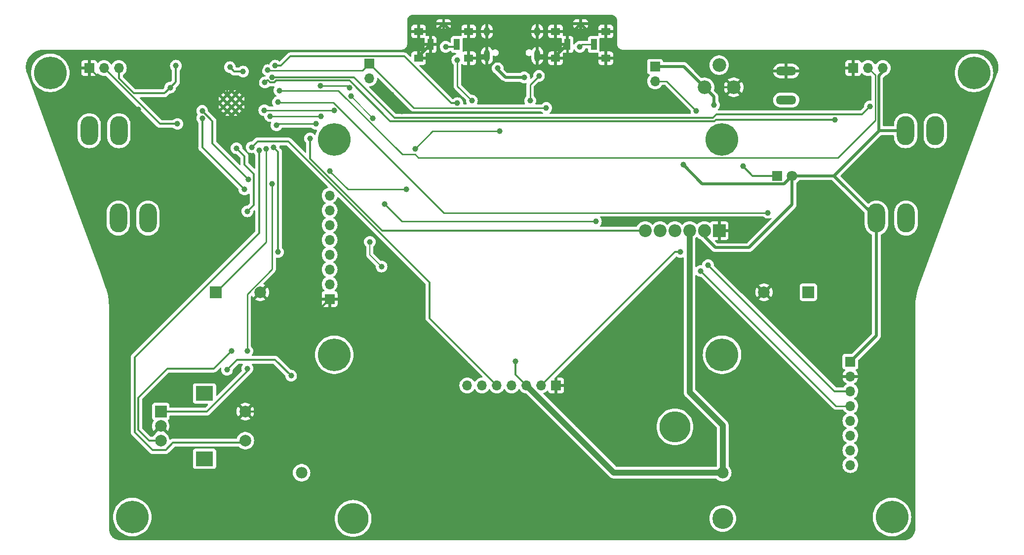
<source format=gbr>
%TF.GenerationSoftware,KiCad,Pcbnew,7.0.7*%
%TF.CreationDate,2023-11-05T16:04:25+01:00*%
%TF.ProjectId,FC_Wheel_PCB-2.0,46435f57-6865-4656-9c5f-5043422d322e,rev?*%
%TF.SameCoordinates,Original*%
%TF.FileFunction,Copper,L2,Bot*%
%TF.FilePolarity,Positive*%
%FSLAX46Y46*%
G04 Gerber Fmt 4.6, Leading zero omitted, Abs format (unit mm)*
G04 Created by KiCad (PCBNEW 7.0.7) date 2023-11-05 16:04:25*
%MOMM*%
%LPD*%
G01*
G04 APERTURE LIST*
%TA.AperFunction,HeatsinkPad*%
%ADD10C,0.600000*%
%TD*%
%TA.AperFunction,ComponentPad*%
%ADD11R,2.200000X2.200000*%
%TD*%
%TA.AperFunction,ComponentPad*%
%ADD12C,2.250000*%
%TD*%
%TA.AperFunction,ComponentPad*%
%ADD13C,2.200000*%
%TD*%
%TA.AperFunction,ComponentPad*%
%ADD14O,2.200000X2.200000*%
%TD*%
%TA.AperFunction,ComponentPad*%
%ADD15C,2.340000*%
%TD*%
%TA.AperFunction,ComponentPad*%
%ADD16R,2.000000X2.000000*%
%TD*%
%TA.AperFunction,ComponentPad*%
%ADD17C,2.000000*%
%TD*%
%TA.AperFunction,ComponentPad*%
%ADD18R,1.700000X1.700000*%
%TD*%
%TA.AperFunction,ComponentPad*%
%ADD19O,1.700000X1.700000*%
%TD*%
%TA.AperFunction,ComponentPad*%
%ADD20C,5.600000*%
%TD*%
%TA.AperFunction,ComponentPad*%
%ADD21O,3.000000X5.000000*%
%TD*%
%TA.AperFunction,ComponentPad*%
%ADD22O,1.000000X2.100000*%
%TD*%
%TA.AperFunction,ComponentPad*%
%ADD23O,1.000000X1.600000*%
%TD*%
%TA.AperFunction,ComponentPad*%
%ADD24C,1.980000*%
%TD*%
%TA.AperFunction,ComponentPad*%
%ADD25C,5.325000*%
%TD*%
%TA.AperFunction,ComponentPad*%
%ADD26C,3.585000*%
%TD*%
%TA.AperFunction,ComponentPad*%
%ADD27O,3.500000X1.500000*%
%TD*%
%TA.AperFunction,ComponentPad*%
%ADD28R,3.000000X2.500000*%
%TD*%
%TA.AperFunction,ComponentPad*%
%ADD29R,1.800000X1.800000*%
%TD*%
%TA.AperFunction,ComponentPad*%
%ADD30C,1.800000*%
%TD*%
%TA.AperFunction,SMDPad,CuDef*%
%ADD31R,1.000000X1.900000*%
%TD*%
%TA.AperFunction,SMDPad,CuDef*%
%ADD32R,1.500000X1.300000*%
%TD*%
%TA.AperFunction,SMDPad,CuDef*%
%ADD33R,1.500000X0.600000*%
%TD*%
%TA.AperFunction,ViaPad*%
%ADD34C,1.000000*%
%TD*%
%TA.AperFunction,Conductor*%
%ADD35C,0.500000*%
%TD*%
%TA.AperFunction,Conductor*%
%ADD36C,0.350000*%
%TD*%
%TA.AperFunction,Conductor*%
%ADD37C,0.250000*%
%TD*%
%TA.AperFunction,Conductor*%
%ADD38C,0.200000*%
%TD*%
%TA.AperFunction,Conductor*%
%ADD39C,1.000000*%
%TD*%
G04 APERTURE END LIST*
D10*
%TO.P,U2,41,GND*%
%TO.N,Earth*%
X166364000Y-119188000D03*
X166364000Y-120588000D03*
X167064000Y-118488000D03*
X167064000Y-119888000D03*
X167064000Y-121288000D03*
X167764000Y-119188000D03*
X167764000Y-120588000D03*
X168464000Y-118488000D03*
X168464000Y-119888000D03*
X168464000Y-121288000D03*
X169164000Y-119188000D03*
X169164000Y-120588000D03*
%TD*%
D11*
%TO.P,J7,1,Pin_1*%
%TO.N,Earth*%
X251404306Y-141836172D03*
D12*
%TO.P,J7,2,Pin_2*%
%TO.N,+3V3*%
X248864306Y-141836172D03*
D13*
%TO.P,J7,3,Pin_3*%
%TO.N,VCC*%
X246324306Y-141836172D03*
D14*
%TO.P,J7,4,Pin_4*%
%TO.N,/SCL*%
X243784306Y-141836172D03*
%TO.P,J7,5,Pin_5*%
%TO.N,/SDA*%
X241244306Y-141836172D03*
%TO.P,J7,6,Pin_6*%
%TO.N,/LED_RESET*%
X238704306Y-141836172D03*
%TD*%
D15*
%TO.P,Volume1,1,1*%
%TO.N,+3V3*%
X248900000Y-117200000D03*
%TO.P,Volume1,2,2*%
%TO.N,/Volume_pot*%
X251400000Y-113400000D03*
%TO.P,Volume1,3,3*%
%TO.N,Earth*%
X253900000Y-117200000D03*
%TD*%
D16*
%TO.P,BZ1,1,-*%
%TO.N,/BUZZER_PIN1*%
X165100000Y-152400000D03*
D17*
%TO.P,BZ1,2,+*%
%TO.N,Earth*%
X172700000Y-152400000D03*
%TD*%
D18*
%TO.P,PADDLE2,1,A*%
%TO.N,+3V3*%
X191400000Y-113125000D03*
D19*
%TO.P,PADDLE2,2,B*%
%TO.N,/L_PADDLE*%
X191400000Y-115665000D03*
%TD*%
D20*
%TO.P,REF\u002A\u002A,1*%
%TO.N,N/C*%
X295100000Y-114730000D03*
%TD*%
D21*
%TO.P,BTN1,2,B*%
%TO.N,/BTN1*%
X148465581Y-124663941D03*
%TO.P,BTN1,1,A*%
%TO.N,+3V3*%
X143385581Y-124663941D03*
%TD*%
%TO.P,BTN3,1,A*%
%TO.N,+3V3*%
X283371152Y-124663081D03*
%TO.P,BTN3,2,B*%
%TO.N,/BTN3*%
X288451152Y-124663081D03*
%TD*%
D16*
%TO.P,BZ2,1,-*%
%TO.N,/BUZZER_PIN2*%
X266700000Y-152400000D03*
D17*
%TO.P,BZ2,2,+*%
%TO.N,Earth*%
X259100000Y-152400000D03*
%TD*%
D22*
%TO.P,J1,S1,SHIELD*%
%TO.N,Earth*%
X220220000Y-111780000D03*
D23*
X220220000Y-107600000D03*
D22*
X211580000Y-111780000D03*
D23*
X211580000Y-107600000D03*
%TD*%
D20*
%TO.P,REF\u002A\u002A,1*%
%TO.N,N/C*%
X251900000Y-126150000D03*
%TD*%
D21*
%TO.P,BTN4,1,A*%
%TO.N,+3V3*%
X278369449Y-139664752D03*
%TO.P,BTN4,2,B*%
%TO.N,/BTN4*%
X283449449Y-139664752D03*
%TD*%
D18*
%TO.P,J2,1,Pin_1*%
%TO.N,Earth*%
X184600000Y-153580000D03*
D19*
%TO.P,J2,2,Pin_2*%
%TO.N,+3V3*%
X184600000Y-151040000D03*
%TO.P,J2,3,Pin_3*%
%TO.N,/SCK*%
X184600000Y-148500000D03*
%TO.P,J2,4,Pin_4*%
%TO.N,/MOSI*%
X184600000Y-145960000D03*
%TO.P,J2,5,Pin_5*%
%TO.N,/RST*%
X184600000Y-143420000D03*
%TO.P,J2,6,Pin_6*%
%TO.N,/DC*%
X184600000Y-140880000D03*
%TO.P,J2,7,Pin_7*%
%TO.N,unconnected-(J2-Pin_7-Pad7)*%
X184600000Y-138340000D03*
%TO.P,J2,8,Pin_8*%
%TO.N,/MISO*%
X184600000Y-135800000D03*
%TD*%
D24*
%TO.P,BT1,1,+*%
%TO.N,VCC*%
X252020000Y-183400000D03*
%TO.P,BT1,2,-*%
%TO.N,Net-(BT1--)*%
X179800000Y-183400000D03*
D25*
%TO.P,BT1,MH1*%
%TO.N,N/C*%
X188620000Y-191270000D03*
D26*
%TO.P,BT1,MH2*%
X252020000Y-191270000D03*
D25*
%TO.P,BT1,MH3*%
X243820000Y-175530000D03*
%TD*%
D21*
%TO.P,BTN2,1,A*%
%TO.N,+3V3*%
X148370544Y-139661928D03*
%TO.P,BTN2,2,B*%
%TO.N,/BTN2*%
X153450544Y-139661928D03*
%TD*%
D20*
%TO.P,REF\u002A\u002A,1*%
%TO.N,N/C*%
X185400000Y-163150000D03*
%TD*%
D27*
%TO.P,SW3,1,A*%
%TO.N,Earth*%
X262900000Y-114400000D03*
%TO.P,SW3,2,B*%
%TO.N,Net-(BT1--)*%
X262900000Y-119400000D03*
%TD*%
D18*
%TO.P,PADDLE1,1,A*%
%TO.N,+3V3*%
X240400000Y-113625000D03*
D19*
%TO.P,PADDLE1,2,B*%
%TO.N,/R_PADDLE*%
X240400000Y-116165000D03*
%TD*%
D20*
%TO.P,REF\u002A\u002A,1*%
%TO.N,N/C*%
X136700000Y-114730000D03*
%TD*%
D16*
%TO.P,SW10,A,A*%
%TO.N,/ENC_A*%
X155650000Y-172900000D03*
D17*
%TO.P,SW10,B,B*%
%TO.N,/ENC_B*%
X155650000Y-177900000D03*
%TO.P,SW10,C,C*%
%TO.N,Earth*%
X155650000Y-175400000D03*
D28*
%TO.P,SW10,MP*%
%TO.N,N/C*%
X163150000Y-169800000D03*
X163150000Y-181000000D03*
D17*
%TO.P,SW10,S1,S1*%
%TO.N,Earth*%
X170150000Y-172900000D03*
%TO.P,SW10,S2,S2*%
%TO.N,/ENC_SW*%
X170150000Y-177900000D03*
%TD*%
D20*
%TO.P,REF\u002A\u002A,1*%
%TO.N,N/C*%
X281035000Y-191022700D03*
%TD*%
D29*
%TO.P,D1,1,K*%
%TO.N,Net-(D1-K)*%
X261360000Y-132400000D03*
D30*
%TO.P,D1,2,A*%
%TO.N,+3V3*%
X263900000Y-132400000D03*
%TD*%
D20*
%TO.P,REF\u002A\u002A,1*%
%TO.N,N/C*%
X251900000Y-163150000D03*
%TD*%
%TO.P,REF\u002A\u002A,1*%
%TO.N,N/C*%
X150765000Y-191022700D03*
%TD*%
%TO.P,REF\u002A\u002A,1*%
%TO.N,N/C*%
X185400000Y-126150000D03*
%TD*%
D18*
%TO.P,J5,1,Pin_1*%
%TO.N,Earth*%
X274400000Y-113875000D03*
D19*
%TO.P,J5,2,Pin_2*%
%TO.N,/R_TRIGGER*%
X276940000Y-113875000D03*
%TO.P,J5,3,Pin_3*%
%TO.N,+3V3*%
X279480000Y-113875000D03*
%TD*%
D18*
%TO.P,J4,1,Pin_1*%
%TO.N,Earth*%
X143375000Y-113900000D03*
D19*
%TO.P,J4,2,Pin_2*%
%TO.N,/L_TRIGGER*%
X145915000Y-113900000D03*
%TO.P,J4,3,Pin_3*%
%TO.N,+3V3*%
X148455000Y-113900000D03*
%TD*%
D18*
%TO.P,J3,1,Pin_1*%
%TO.N,+3V3*%
X273900000Y-164320000D03*
D19*
%TO.P,J3,2,Pin_2*%
%TO.N,Earth*%
X273900000Y-166860000D03*
%TO.P,J3,3,Pin_3*%
%TO.N,/SCL*%
X273900000Y-169400000D03*
%TO.P,J3,4,Pin_4*%
%TO.N,/SDA*%
X273900000Y-171940000D03*
%TO.P,J3,5,Pin_5*%
%TO.N,unconnected-(J3-Pin_5-Pad5)*%
X273900000Y-174480000D03*
%TO.P,J3,6,Pin_6*%
%TO.N,unconnected-(J3-Pin_6-Pad6)*%
X273900000Y-177020000D03*
%TO.P,J3,7,Pin_7*%
%TO.N,unconnected-(J3-Pin_7-Pad7)*%
X273900000Y-179560000D03*
%TO.P,J3,8,Pin_8*%
%TO.N,unconnected-(J3-Pin_8-Pad8)*%
X273900000Y-182100000D03*
%TD*%
D31*
%TO.P,S3,1,COM*%
%TO.N,Earth*%
X225400000Y-109850000D03*
%TO.P,S3,2,NO*%
%TO.N,/IO0*%
X229900000Y-109850000D03*
D32*
%TO.P,S3,MP1,MP1*%
%TO.N,Earth*%
X223350000Y-107600000D03*
%TO.P,S3,MP2,MP2*%
X223350000Y-112200000D03*
%TO.P,S3,MP3,MP3*%
X231950000Y-112200000D03*
%TO.P,S3,MP4,MP4*%
X231950000Y-107600000D03*
D33*
%TO.P,S3,MP5,MP5*%
X227650000Y-106300000D03*
%TD*%
D31*
%TO.P,S1,1,COM*%
%TO.N,Earth*%
X201900000Y-109850000D03*
%TO.P,S1,2,NO*%
%TO.N,/EN*%
X206400000Y-109850000D03*
D32*
%TO.P,S1,MP1,MP1*%
%TO.N,Earth*%
X199850000Y-107600000D03*
%TO.P,S1,MP2,MP2*%
X199850000Y-112200000D03*
%TO.P,S1,MP3,MP3*%
X208450000Y-112200000D03*
%TO.P,S1,MP4,MP4*%
X208450000Y-107600000D03*
D33*
%TO.P,S1,MP5,MP5*%
X204150000Y-106300000D03*
%TD*%
D18*
%TO.P,J6,1,Pin_1*%
%TO.N,Earth*%
X223440000Y-168400000D03*
D19*
%TO.P,J6,2,Pin_2*%
%TO.N,+3V3*%
X220900000Y-168400000D03*
%TO.P,J6,3,Pin_3*%
%TO.N,VCC*%
X218360000Y-168400000D03*
%TO.P,J6,4,Pin_4*%
%TO.N,unconnected-(J6-Pin_4-Pad4)*%
X215820000Y-168400000D03*
%TO.P,J6,5,Pin_5*%
%TO.N,/IO14*%
X213280000Y-168400000D03*
%TO.P,J6,6,Pin_6*%
%TO.N,/SDA*%
X210740000Y-168400000D03*
%TO.P,J6,7,Pin_7*%
%TO.N,/SCL*%
X208200000Y-168400000D03*
%TD*%
D34*
%TO.N,+5V*%
X213427869Y-113930826D03*
X217974500Y-115500000D03*
%TO.N,/ENC_A*%
X170500000Y-162500000D03*
X174750000Y-133750000D03*
%TO.N,Earth*%
X235750000Y-169750000D03*
X259250000Y-140250000D03*
%TO.N,/R_PADDLE*%
X247500000Y-121250000D03*
X230250000Y-140250000D03*
X194000000Y-137250000D03*
%TO.N,/L_PADDLE*%
X182250000Y-123500000D03*
X183000000Y-116925500D03*
X175500000Y-123750000D03*
X188000000Y-117250000D03*
%TO.N,/BUZZER_PIN1*%
X173750000Y-127750000D03*
%TO.N,/IO0*%
X184632274Y-131617726D03*
X213750000Y-124750000D03*
X197774500Y-134750000D03*
X199250000Y-127750000D03*
X220500000Y-115250000D03*
X227500000Y-110250000D03*
X219000000Y-119500000D03*
%TO.N,Earth*%
X195250000Y-118500000D03*
X197000000Y-121324500D03*
X214250000Y-116500000D03*
%TO.N,+3V3*%
X245250000Y-130500000D03*
X250500000Y-120250000D03*
%TO.N,/R_TRIGGER*%
X176000000Y-117750000D03*
%TO.N,+3V3*%
X169750000Y-114500000D03*
X167500000Y-113750000D03*
X174000000Y-114250000D03*
%TO.N,Earth*%
X151750000Y-121000000D03*
%TO.N,+3V3*%
X158250000Y-113500000D03*
%TO.N,Earth*%
X163875000Y-112875000D03*
X172750000Y-113750000D03*
%TO.N,/Volume_pot*%
X175250000Y-113500000D03*
X206500000Y-119925500D03*
%TO.N,Net-(D1-K)*%
X255500000Y-130750000D03*
%TO.N,+3V3*%
X244750000Y-145500000D03*
%TO.N,VCC*%
X216500000Y-164250000D03*
%TO.N,/bat_level*%
X193500000Y-148000000D03*
X191500000Y-143750000D03*
%TO.N,+3V3*%
X221750000Y-120750000D03*
%TO.N,/BUZZER_PIN2*%
X175750000Y-119750000D03*
X259750000Y-138750000D03*
%TO.N,/SDA*%
X248250000Y-148750000D03*
%TO.N,/SCL*%
X249500000Y-147750000D03*
%TO.N,/ENC_SW*%
X172500000Y-128000000D03*
%TO.N,/ENC_A*%
X170500000Y-165500000D03*
%TO.N,/ENC_B*%
X167750000Y-162500000D03*
%TO.N,+3V3*%
X178000000Y-166750000D03*
X167000000Y-165750000D03*
%TO.N,/BTN4*%
X173500000Y-116374500D03*
X271250000Y-122750000D03*
%TO.N,/BTN3*%
X277250000Y-120500000D03*
X174750000Y-115500000D03*
%TO.N,/EN*%
X204500000Y-110250000D03*
%TO.N,/L_TRIGGER*%
X158500000Y-123500000D03*
%TO.N,+3V3*%
X157250000Y-117250000D03*
%TO.N,/ENC_B*%
X175000000Y-127500000D03*
X175750000Y-145500000D03*
%TO.N,Earth*%
X227500000Y-112250000D03*
%TO.N,/LED_RESET*%
X181250000Y-126000000D03*
%TO.N,/IO14*%
X171250000Y-127500000D03*
%TO.N,/SCK*%
X170500000Y-138500000D03*
X168625629Y-127678882D03*
%TO.N,/RST*%
X162750000Y-122500000D03*
X170000000Y-134750000D03*
%TO.N,/DC*%
X162750000Y-121250000D03*
X170692135Y-133057865D03*
%TO.N,/bat_level*%
X188250000Y-118750000D03*
X192000000Y-122500000D03*
%TO.N,Earth*%
X204250000Y-115250000D03*
%TO.N,Net-(J1-CC2)*%
X209000000Y-119500000D03*
X206500000Y-112500000D03*
%TO.N,/USB_D+*%
X183150000Y-122150000D03*
X174400000Y-122150000D03*
%TO.N,/USB_D-*%
X173400000Y-121150000D03*
X185400000Y-121150000D03*
%TD*%
D35*
%TO.N,+5V*%
X213427869Y-114177869D02*
X213427869Y-113930826D01*
X214750000Y-115500000D02*
X213427869Y-114177869D01*
X217974500Y-115500000D02*
X214750000Y-115500000D01*
D36*
%TO.N,Earth*%
X181000000Y-157180000D02*
X184600000Y-153580000D01*
X181000000Y-166000000D02*
X181000000Y-157180000D01*
X170150000Y-172900000D02*
X174100000Y-172900000D01*
X174100000Y-172900000D02*
X181000000Y-166000000D01*
D37*
%TO.N,/ENC_A*%
X170500000Y-152726167D02*
X170500000Y-162500000D01*
X174750000Y-148476167D02*
X170500000Y-152726167D01*
X174750000Y-133750000D02*
X174750000Y-148476167D01*
D36*
%TO.N,Earth*%
X234400000Y-168400000D02*
X223440000Y-168400000D01*
X235750000Y-169750000D02*
X234400000Y-168400000D01*
X257663828Y-141836172D02*
X259250000Y-140250000D01*
X251404306Y-141836172D02*
X257663828Y-141836172D01*
D37*
%TO.N,/R_PADDLE*%
X242415000Y-116165000D02*
X240400000Y-116165000D01*
X247500000Y-121250000D02*
X242415000Y-116165000D01*
X229500000Y-140250000D02*
X230250000Y-140250000D01*
X197000000Y-140250000D02*
X229500000Y-140250000D01*
X194000000Y-137250000D02*
X197000000Y-140250000D01*
%TO.N,/IO0*%
X187750000Y-134750000D02*
X197774500Y-134750000D01*
X184632274Y-131632274D02*
X187750000Y-134750000D01*
X184632274Y-131617726D02*
X184632274Y-131632274D01*
D36*
%TO.N,/LED_RESET*%
X193613990Y-141836172D02*
X181250000Y-129472182D01*
X238704306Y-141836172D02*
X193613990Y-141836172D01*
X181250000Y-129472182D02*
X181250000Y-126000000D01*
%TO.N,/IO14*%
X177500000Y-126500000D02*
X172250000Y-126500000D01*
X172250000Y-126500000D02*
X171250000Y-127500000D01*
X201750000Y-156870000D02*
X201750000Y-150750000D01*
X201750000Y-150750000D02*
X177500000Y-126500000D01*
X213280000Y-168400000D02*
X201750000Y-156870000D01*
D37*
%TO.N,/L_PADDLE*%
X175750000Y-123500000D02*
X182250000Y-123500000D01*
X175500000Y-123750000D02*
X175750000Y-123500000D01*
X187675500Y-116925500D02*
X183000000Y-116925500D01*
X188000000Y-117250000D02*
X187675500Y-116925500D01*
D36*
%TO.N,/BTN4*%
X173874500Y-116000000D02*
X173500000Y-116374500D01*
X174012563Y-116000000D02*
X173874500Y-116000000D01*
X195000000Y-123000000D02*
X188050000Y-116050000D01*
X175437437Y-116050000D02*
X175112437Y-116375000D01*
X174387563Y-116375000D02*
X174012563Y-116000000D01*
X175112437Y-116375000D02*
X174387563Y-116375000D01*
X250809871Y-122750000D02*
X250559871Y-123000000D01*
X271250000Y-122750000D02*
X250809871Y-122750000D01*
X250559871Y-123000000D02*
X195000000Y-123000000D01*
X188050000Y-116050000D02*
X175437437Y-116050000D01*
D37*
%TO.N,/BUZZER_PIN1*%
X173750000Y-127750000D02*
X173750000Y-143750000D01*
X173750000Y-143750000D02*
X165100000Y-152400000D01*
%TO.N,/IO0*%
X213750000Y-124750000D02*
X202250000Y-124750000D01*
X202250000Y-124750000D02*
X199250000Y-127750000D01*
X220500000Y-115250000D02*
X219000000Y-116750000D01*
X219000000Y-116750000D02*
X219000000Y-119500000D01*
X227900000Y-109850000D02*
X227500000Y-110250000D01*
X229900000Y-109850000D02*
X227900000Y-109850000D01*
D36*
%TO.N,Earth*%
X197000000Y-120250000D02*
X195250000Y-118500000D01*
X197000000Y-121324500D02*
X197000000Y-120250000D01*
%TO.N,/BTN3*%
X250907053Y-121875000D02*
X275875000Y-121875000D01*
X250332053Y-122450000D02*
X250907053Y-121875000D01*
X195700000Y-122450000D02*
X250332053Y-122450000D01*
X275875000Y-121875000D02*
X277250000Y-120500000D01*
X174750000Y-115500000D02*
X188750000Y-115500000D01*
X188750000Y-115500000D02*
X195700000Y-122450000D01*
D37*
%TO.N,Earth*%
X214250000Y-116500000D02*
X211580000Y-113830000D01*
X211580000Y-113830000D02*
X211580000Y-111780000D01*
D36*
X253900000Y-117200000D02*
X252245371Y-117200000D01*
X252245371Y-117200000D02*
X247245371Y-112200000D01*
X247245371Y-112200000D02*
X231950000Y-112200000D01*
D35*
%TO.N,+3V3*%
X250500000Y-118800000D02*
X248900000Y-117200000D01*
X250500000Y-120250000D02*
X250500000Y-118800000D01*
X262550000Y-133750000D02*
X248500000Y-133750000D01*
X248500000Y-133750000D02*
X245250000Y-130500000D01*
X263900000Y-132400000D02*
X262550000Y-133750000D01*
D37*
%TO.N,/R_TRIGGER*%
X278175000Y-115110000D02*
X276940000Y-113875000D01*
X278175000Y-122825000D02*
X278175000Y-115110000D01*
X271725000Y-129275000D02*
X278175000Y-122825000D01*
X199775000Y-129275000D02*
X271725000Y-129275000D01*
X199250000Y-128750000D02*
X199775000Y-129275000D01*
X197083273Y-128750000D02*
X199250000Y-128750000D01*
X186083273Y-117750000D02*
X197083273Y-128750000D01*
X176000000Y-117750000D02*
X186083273Y-117750000D01*
D36*
%TO.N,+3V3*%
X168250000Y-114500000D02*
X169750000Y-114500000D01*
X167500000Y-113750000D02*
X168250000Y-114500000D01*
%TO.N,Earth*%
X167064000Y-116064000D02*
X167064000Y-118488000D01*
X163875000Y-112875000D02*
X167064000Y-116064000D01*
D37*
%TO.N,+3V3*%
X174075000Y-114325000D02*
X174000000Y-114250000D01*
X190200000Y-114325000D02*
X174075000Y-114325000D01*
X191400000Y-113125000D02*
X190200000Y-114325000D01*
D36*
%TO.N,/Volume_pot*%
X205425500Y-119925500D02*
X206500000Y-119925500D01*
X175250000Y-113500000D02*
X176250000Y-113500000D01*
X177850000Y-111900000D02*
X197400000Y-111900000D01*
X197400000Y-111900000D02*
X205425500Y-119925500D01*
X176250000Y-113500000D02*
X177850000Y-111900000D01*
%TO.N,Earth*%
X150475000Y-121000000D02*
X143375000Y-113900000D01*
X151750000Y-121000000D02*
X150475000Y-121000000D01*
%TO.N,+3V3*%
X158250000Y-116250000D02*
X158250000Y-113500000D01*
X157250000Y-117250000D02*
X158250000Y-116250000D01*
%TO.N,Earth*%
X172750000Y-113750000D02*
X168464000Y-118036000D01*
X168464000Y-118036000D02*
X168464000Y-118488000D01*
%TO.N,Net-(D1-K)*%
X257150000Y-132400000D02*
X261360000Y-132400000D01*
X255500000Y-130750000D02*
X257150000Y-132400000D01*
%TO.N,+3V3*%
X243800000Y-145500000D02*
X244750000Y-145500000D01*
X220900000Y-168400000D02*
X243800000Y-145500000D01*
%TO.N,VCC*%
X216500000Y-164250000D02*
X216500000Y-166540000D01*
X216500000Y-166540000D02*
X218360000Y-168400000D01*
D38*
%TO.N,/bat_level*%
X193250000Y-147750000D02*
X193500000Y-148000000D01*
X191500000Y-143750000D02*
X191500000Y-146000000D01*
X191500000Y-146000000D02*
X193250000Y-147750000D01*
D37*
%TO.N,+3V3*%
X199025000Y-120750000D02*
X221750000Y-120750000D01*
X191400000Y-113125000D02*
X199025000Y-120750000D01*
%TO.N,/BUZZER_PIN2*%
X204166727Y-138750000D02*
X259750000Y-138750000D01*
X185204727Y-119788000D02*
X204166727Y-138750000D01*
X175788000Y-119788000D02*
X185204727Y-119788000D01*
X175750000Y-119750000D02*
X175788000Y-119788000D01*
D35*
%TO.N,+3V3*%
X256500000Y-144750000D02*
X263900000Y-137350000D01*
X248864306Y-142864306D02*
X250750000Y-144750000D01*
X263900000Y-137350000D02*
X263900000Y-132400000D01*
X248864306Y-141836172D02*
X248864306Y-142864306D01*
X250750000Y-144750000D02*
X256500000Y-144750000D01*
X278369449Y-159850551D02*
X273900000Y-164320000D01*
X278369449Y-139664752D02*
X278369449Y-159850551D01*
D37*
%TO.N,/SDA*%
X271440000Y-171940000D02*
X248250000Y-148750000D01*
X273900000Y-171940000D02*
X271440000Y-171940000D01*
D36*
%TO.N,/SCL*%
X249500000Y-147750000D02*
X271150000Y-169400000D01*
X271150000Y-169400000D02*
X273900000Y-169400000D01*
D39*
%TO.N,VCC*%
X252020000Y-175270000D02*
X246324306Y-169574306D01*
X246324306Y-169574306D02*
X246324306Y-141836172D01*
X252020000Y-183400000D02*
X252020000Y-175270000D01*
D36*
%TO.N,/ENC_SW*%
X154250000Y-179500000D02*
X156500000Y-179500000D01*
X169800000Y-178250000D02*
X170150000Y-177900000D01*
X151200000Y-176450000D02*
X154250000Y-179500000D01*
X151200000Y-163550000D02*
X151200000Y-176450000D01*
X172500000Y-142250000D02*
X151200000Y-163550000D01*
X156500000Y-179500000D02*
X157750000Y-178250000D01*
X172500000Y-128000000D02*
X172500000Y-142250000D01*
X157750000Y-178250000D02*
X169800000Y-178250000D01*
%TO.N,/SCK*%
X170000000Y-130500000D02*
X171567135Y-132067135D01*
X171567135Y-137432865D02*
X170500000Y-138500000D01*
X170000000Y-129053253D02*
X170000000Y-130500000D01*
X171567135Y-132067135D02*
X171567135Y-137432865D01*
X168625629Y-127678882D02*
X170000000Y-129053253D01*
%TO.N,/ENC_A*%
X163550000Y-172900000D02*
X155650000Y-172900000D01*
X170500000Y-165950000D02*
X163550000Y-172900000D01*
X170500000Y-165500000D02*
X170500000Y-165950000D01*
%TO.N,/ENC_B*%
X153650000Y-177900000D02*
X155650000Y-177900000D01*
X151750000Y-176000000D02*
X153650000Y-177900000D01*
X151750000Y-170500000D02*
X151750000Y-176000000D01*
X164750000Y-165500000D02*
X156750000Y-165500000D01*
X167750000Y-162500000D02*
X164750000Y-165500000D01*
X156750000Y-165500000D02*
X151750000Y-170500000D01*
%TO.N,+3V3*%
X175250000Y-164000000D02*
X178000000Y-166750000D01*
X168750000Y-164000000D02*
X175250000Y-164000000D01*
X167000000Y-165750000D02*
X168750000Y-164000000D01*
X156250000Y-118250000D02*
X157250000Y-117250000D01*
X148455000Y-115662182D02*
X151042818Y-118250000D01*
X151042818Y-118250000D02*
X156250000Y-118250000D01*
X148455000Y-113900000D02*
X148455000Y-115662182D01*
%TO.N,/EN*%
X206000000Y-110250000D02*
X206400000Y-109850000D01*
X204500000Y-110250000D02*
X206000000Y-110250000D01*
%TO.N,/L_TRIGGER*%
X155515000Y-123500000D02*
X158500000Y-123500000D01*
X145915000Y-113900000D02*
X155515000Y-123500000D01*
%TO.N,/ENC_B*%
X175000000Y-127500000D02*
X175750000Y-128250000D01*
X175750000Y-128250000D02*
X175750000Y-145500000D01*
D35*
%TO.N,+3V3*%
X245325000Y-113625000D02*
X248900000Y-117200000D01*
X240400000Y-113625000D02*
X245325000Y-113625000D01*
%TO.N,Earth*%
X227550000Y-112200000D02*
X227500000Y-112250000D01*
X231950000Y-112200000D02*
X227550000Y-112200000D01*
X227450000Y-112200000D02*
X227500000Y-112250000D01*
X223350000Y-112200000D02*
X227450000Y-112200000D01*
%TO.N,+3V3*%
X278750000Y-124571465D02*
X278841616Y-124663081D01*
X278750000Y-115250000D02*
X278750000Y-124571465D01*
X279480000Y-114520000D02*
X278750000Y-115250000D01*
X279480000Y-113875000D02*
X279480000Y-114520000D01*
X278841616Y-124663081D02*
X271104697Y-132400000D01*
X283371152Y-124663081D02*
X278841616Y-124663081D01*
X271104697Y-132400000D02*
X278369449Y-139664752D01*
X263900000Y-132400000D02*
X271104697Y-132400000D01*
D39*
%TO.N,VCC*%
X246324306Y-141836172D02*
X246250000Y-141910478D01*
X233360000Y-183400000D02*
X252020000Y-183400000D01*
X218360000Y-168400000D02*
X233360000Y-183400000D01*
D36*
%TO.N,Earth*%
X173880000Y-153580000D02*
X172700000Y-152400000D01*
X184600000Y-153580000D02*
X173880000Y-153580000D01*
%TO.N,/DC*%
X164500000Y-123000000D02*
X162750000Y-121250000D01*
X170692135Y-133057865D02*
X164500000Y-126865730D01*
X164500000Y-126865730D02*
X164500000Y-123000000D01*
%TO.N,/RST*%
X162750000Y-127500000D02*
X162750000Y-122500000D01*
X170000000Y-134750000D02*
X162750000Y-127500000D01*
D38*
%TO.N,/bat_level*%
X192000000Y-122500000D02*
X188250000Y-118750000D01*
D35*
%TO.N,Earth*%
X201200000Y-112200000D02*
X199850000Y-112200000D01*
X204250000Y-115250000D02*
X201200000Y-112200000D01*
D37*
%TO.N,Net-(J1-CC2)*%
X206500000Y-117000000D02*
X209000000Y-119500000D01*
X206500000Y-112500000D02*
X206500000Y-117000000D01*
D35*
%TO.N,Earth*%
X208450000Y-107600000D02*
X211580000Y-107600000D01*
X223350000Y-107600000D02*
X220220000Y-107600000D01*
X220640000Y-112200000D02*
X220220000Y-111780000D01*
X223350000Y-112200000D02*
X220640000Y-112200000D01*
X223350000Y-112200000D02*
X223350000Y-111900000D01*
X223350000Y-111900000D02*
X225400000Y-109850000D01*
X225400000Y-107700000D02*
X225500000Y-107600000D01*
X225400000Y-109850000D02*
X225400000Y-107700000D01*
X223350000Y-107600000D02*
X225500000Y-107600000D01*
X225500000Y-107600000D02*
X226350000Y-107600000D01*
X231950000Y-112200000D02*
X231950000Y-107600000D01*
X228950000Y-107600000D02*
X227650000Y-106300000D01*
X231950000Y-107600000D02*
X228950000Y-107600000D01*
X226350000Y-107600000D02*
X227650000Y-106300000D01*
X199850000Y-112200000D02*
X199850000Y-111900000D01*
X199850000Y-111900000D02*
X201900000Y-109850000D01*
X201900000Y-107600000D02*
X201900000Y-109850000D01*
X201900000Y-107600000D02*
X202850000Y-107600000D01*
X199850000Y-107600000D02*
X201900000Y-107600000D01*
X202850000Y-107600000D02*
X204150000Y-106300000D01*
X205450000Y-107600000D02*
X204150000Y-106300000D01*
X208450000Y-107600000D02*
X205450000Y-107600000D01*
X208450000Y-112200000D02*
X208450000Y-107600000D01*
X211160000Y-112200000D02*
X211580000Y-111780000D01*
X208450000Y-112200000D02*
X211160000Y-112200000D01*
D37*
%TO.N,/USB_D-*%
X185400000Y-121150000D02*
X173400000Y-121150000D01*
%TO.N,/USB_D+*%
X174400000Y-122150000D02*
X183150000Y-122150000D01*
D35*
%TO.N,Earth*%
X220220000Y-107600000D02*
X220220000Y-111780000D01*
X211580000Y-107600000D02*
X220220000Y-107600000D01*
X211580000Y-111780000D02*
X211580000Y-107600000D01*
%TD*%
%TA.AperFunction,Conductor*%
%TO.N,Earth*%
G36*
X244093573Y-146264240D02*
G01*
X244128902Y-146284568D01*
X244138861Y-146292741D01*
X244191459Y-146335908D01*
X244191467Y-146335913D01*
X244365266Y-146428811D01*
X244365269Y-146428811D01*
X244365273Y-146428814D01*
X244553868Y-146486024D01*
X244750000Y-146505341D01*
X244946132Y-146486024D01*
X245134727Y-146428814D01*
X245141349Y-146425274D01*
X245209748Y-146411029D01*
X245274993Y-146436025D01*
X245316367Y-146492328D01*
X245323806Y-146534630D01*
X245323806Y-169561589D01*
X245321549Y-169650668D01*
X245321549Y-169650676D01*
X245332370Y-169711045D01*
X245333024Y-169715710D01*
X245339231Y-169776736D01*
X245339233Y-169776750D01*
X245349514Y-169809519D01*
X245351385Y-169817143D01*
X245357448Y-169850958D01*
X245357448Y-169850961D01*
X245380200Y-169907918D01*
X245381780Y-169912357D01*
X245400147Y-169970894D01*
X245400150Y-169970901D01*
X245416815Y-170000925D01*
X245420185Y-170008020D01*
X245432928Y-170039920D01*
X245432933Y-170039930D01*
X245455114Y-170073586D01*
X245457911Y-170077830D01*
X245466683Y-170091139D01*
X245469124Y-170095169D01*
X245498894Y-170148804D01*
X245498895Y-170148805D01*
X245498897Y-170148808D01*
X245521274Y-170174873D01*
X245525999Y-170181141D01*
X245538569Y-170200212D01*
X245544904Y-170209825D01*
X245588284Y-170253205D01*
X245591475Y-170256649D01*
X245631437Y-170303198D01*
X245631440Y-170303201D01*
X245658600Y-170324224D01*
X245664496Y-170329417D01*
X250983181Y-175648102D01*
X251016666Y-175709425D01*
X251019500Y-175735783D01*
X251019500Y-182237738D01*
X250999815Y-182304777D01*
X250986731Y-182321719D01*
X250951970Y-182359481D01*
X250892084Y-182395473D01*
X250860739Y-182399500D01*
X233825783Y-182399500D01*
X233758744Y-182379815D01*
X233738102Y-182363181D01*
X227523518Y-176148597D01*
X226904921Y-175530000D01*
X240652016Y-175530000D01*
X240671935Y-175884697D01*
X240671937Y-175884709D01*
X240731443Y-176234939D01*
X240731445Y-176234948D01*
X240829792Y-176576316D01*
X240965741Y-176904530D01*
X240965743Y-176904534D01*
X241137591Y-177215469D01*
X241343174Y-177505212D01*
X241579895Y-177770101D01*
X241579898Y-177770104D01*
X241844787Y-178006825D01*
X241844793Y-178006829D01*
X241844794Y-178006830D01*
X242134531Y-178212409D01*
X242359958Y-178336998D01*
X242445465Y-178384256D01*
X242445469Y-178384258D01*
X242571247Y-178436356D01*
X242773681Y-178520207D01*
X243115057Y-178618556D01*
X243465298Y-178678064D01*
X243820000Y-178697984D01*
X244174702Y-178678064D01*
X244524943Y-178618556D01*
X244866319Y-178520207D01*
X245194537Y-178384255D01*
X245505469Y-178212409D01*
X245795206Y-178006830D01*
X246060103Y-177770103D01*
X246236703Y-177572488D01*
X246296825Y-177505212D01*
X246296826Y-177505210D01*
X246296830Y-177505206D01*
X246502409Y-177215469D01*
X246674255Y-176904537D01*
X246810207Y-176576319D01*
X246908556Y-176234943D01*
X246968064Y-175884702D01*
X246987984Y-175530000D01*
X246968064Y-175175298D01*
X246908556Y-174825057D01*
X246810207Y-174483681D01*
X246725162Y-174278364D01*
X246674258Y-174155469D01*
X246674256Y-174155465D01*
X246666997Y-174142331D01*
X246502409Y-173844531D01*
X246296830Y-173554794D01*
X246296829Y-173554793D01*
X246296825Y-173554787D01*
X246060104Y-173289898D01*
X246060101Y-173289895D01*
X245795212Y-173053174D01*
X245505469Y-172847591D01*
X245194534Y-172675743D01*
X245194530Y-172675741D01*
X244879947Y-172545438D01*
X244866319Y-172539793D01*
X244858287Y-172537479D01*
X244524948Y-172441445D01*
X244524939Y-172441443D01*
X244174709Y-172381937D01*
X244174697Y-172381935D01*
X243820000Y-172362016D01*
X243465302Y-172381935D01*
X243465290Y-172381937D01*
X243115060Y-172441443D01*
X243115051Y-172441445D01*
X242773683Y-172539792D01*
X242445469Y-172675741D01*
X242445465Y-172675743D01*
X242134530Y-172847591D01*
X241844787Y-173053174D01*
X241579898Y-173289895D01*
X241579895Y-173289898D01*
X241343174Y-173554787D01*
X241137591Y-173844530D01*
X240965743Y-174155465D01*
X240965741Y-174155469D01*
X240829792Y-174483683D01*
X240731445Y-174825051D01*
X240731443Y-174825060D01*
X240671937Y-175175290D01*
X240671935Y-175175302D01*
X240652016Y-175530000D01*
X226904921Y-175530000D01*
X221267223Y-169892303D01*
X221233739Y-169830981D01*
X221238723Y-169761289D01*
X221280595Y-169705356D01*
X221322810Y-169684849D01*
X221363663Y-169673903D01*
X221577830Y-169574035D01*
X221771401Y-169438495D01*
X221893717Y-169316178D01*
X221955036Y-169282696D01*
X222024728Y-169287680D01*
X222080662Y-169329551D01*
X222097577Y-169360528D01*
X222146646Y-169492088D01*
X222146649Y-169492093D01*
X222232809Y-169607187D01*
X222232812Y-169607190D01*
X222347906Y-169693350D01*
X222347913Y-169693354D01*
X222482620Y-169743596D01*
X222482627Y-169743598D01*
X222542155Y-169749999D01*
X222542172Y-169750000D01*
X223190000Y-169750000D01*
X223190000Y-169012301D01*
X223209685Y-168945262D01*
X223262489Y-168899507D01*
X223331647Y-168889563D01*
X223404237Y-168900000D01*
X223404238Y-168900000D01*
X223475762Y-168900000D01*
X223475763Y-168900000D01*
X223548353Y-168889563D01*
X223617512Y-168899507D01*
X223670315Y-168945262D01*
X223690000Y-169012301D01*
X223690000Y-169750000D01*
X224337828Y-169750000D01*
X224337844Y-169749999D01*
X224397372Y-169743598D01*
X224397379Y-169743596D01*
X224532086Y-169693354D01*
X224532093Y-169693350D01*
X224647187Y-169607190D01*
X224647190Y-169607187D01*
X224733350Y-169492093D01*
X224733354Y-169492086D01*
X224783596Y-169357379D01*
X224783598Y-169357372D01*
X224789999Y-169297844D01*
X224790000Y-169297827D01*
X224790000Y-168650000D01*
X224053347Y-168650000D01*
X223986308Y-168630315D01*
X223940553Y-168577511D01*
X223930609Y-168508353D01*
X223934369Y-168491067D01*
X223940000Y-168471888D01*
X223940000Y-168328111D01*
X223934369Y-168308933D01*
X223934370Y-168239064D01*
X223972145Y-168180286D01*
X224035701Y-168151262D01*
X224053347Y-168150000D01*
X224790000Y-168150000D01*
X224790000Y-167502172D01*
X224789999Y-167502155D01*
X224783598Y-167442627D01*
X224783596Y-167442620D01*
X224733354Y-167307913D01*
X224733350Y-167307906D01*
X224647190Y-167192812D01*
X224647187Y-167192809D01*
X224532093Y-167106649D01*
X224532086Y-167106645D01*
X224397379Y-167056403D01*
X224397372Y-167056401D01*
X224337844Y-167050000D01*
X223690000Y-167050000D01*
X223690000Y-167787698D01*
X223670315Y-167854737D01*
X223617511Y-167900492D01*
X223548355Y-167910436D01*
X223475766Y-167900000D01*
X223475763Y-167900000D01*
X223404237Y-167900000D01*
X223404233Y-167900000D01*
X223331645Y-167910436D01*
X223262487Y-167900492D01*
X223209684Y-167854736D01*
X223190000Y-167787698D01*
X223190000Y-167116661D01*
X223209685Y-167049622D01*
X223226314Y-167028985D01*
X243962560Y-146292739D01*
X244023881Y-146259256D01*
X244093573Y-146264240D01*
G37*
%TD.AperFunction*%
%TA.AperFunction,Conductor*%
G36*
X169687222Y-164695185D02*
G01*
X169732977Y-164747989D01*
X169742921Y-164817147D01*
X169716036Y-164878165D01*
X169664091Y-164941460D01*
X169664086Y-164941467D01*
X169571188Y-165115266D01*
X169513975Y-165303870D01*
X169494659Y-165500000D01*
X169513975Y-165696130D01*
X169558638Y-165843362D01*
X169559261Y-165913229D01*
X169527658Y-165967038D01*
X165362180Y-170132517D01*
X165300857Y-170166002D01*
X165231165Y-170161018D01*
X165175232Y-170119146D01*
X165150815Y-170053682D01*
X165150499Y-170044836D01*
X165150499Y-168502129D01*
X165150498Y-168502123D01*
X165150497Y-168502116D01*
X165144091Y-168442517D01*
X165128233Y-168400000D01*
X165093797Y-168307671D01*
X165093793Y-168307664D01*
X165007547Y-168192455D01*
X165007544Y-168192452D01*
X164892335Y-168106206D01*
X164892328Y-168106202D01*
X164757482Y-168055908D01*
X164757483Y-168055908D01*
X164697883Y-168049501D01*
X164697881Y-168049500D01*
X164697873Y-168049500D01*
X164697864Y-168049500D01*
X161602129Y-168049500D01*
X161602123Y-168049501D01*
X161542516Y-168055908D01*
X161407671Y-168106202D01*
X161407664Y-168106206D01*
X161292455Y-168192452D01*
X161292452Y-168192455D01*
X161206206Y-168307664D01*
X161206202Y-168307671D01*
X161155908Y-168442517D01*
X161150689Y-168491067D01*
X161149501Y-168502123D01*
X161149500Y-168502135D01*
X161149500Y-171097870D01*
X161149501Y-171097876D01*
X161155908Y-171157483D01*
X161206202Y-171292328D01*
X161206206Y-171292335D01*
X161292452Y-171407544D01*
X161292455Y-171407547D01*
X161407664Y-171493793D01*
X161407671Y-171493797D01*
X161542517Y-171544091D01*
X161542516Y-171544091D01*
X161549444Y-171544835D01*
X161602127Y-171550500D01*
X163644837Y-171550499D01*
X163711876Y-171570184D01*
X163757631Y-171622987D01*
X163767575Y-171692146D01*
X163738550Y-171755702D01*
X163732518Y-171762180D01*
X163306518Y-172188181D01*
X163245195Y-172221666D01*
X163218837Y-172224500D01*
X157274499Y-172224500D01*
X157207460Y-172204815D01*
X157161705Y-172152011D01*
X157150499Y-172100500D01*
X157150499Y-171852129D01*
X157150498Y-171852123D01*
X157150497Y-171852116D01*
X157144091Y-171792517D01*
X157100778Y-171676390D01*
X157093797Y-171657671D01*
X157093793Y-171657664D01*
X157007547Y-171542455D01*
X157007544Y-171542452D01*
X156892335Y-171456206D01*
X156892328Y-171456202D01*
X156757482Y-171405908D01*
X156757483Y-171405908D01*
X156697883Y-171399501D01*
X156697881Y-171399500D01*
X156697873Y-171399500D01*
X156697864Y-171399500D01*
X154602129Y-171399500D01*
X154602123Y-171399501D01*
X154542516Y-171405908D01*
X154407671Y-171456202D01*
X154407664Y-171456206D01*
X154292455Y-171542452D01*
X154292452Y-171542455D01*
X154206206Y-171657664D01*
X154206202Y-171657671D01*
X154155908Y-171792517D01*
X154149501Y-171852116D01*
X154149501Y-171852123D01*
X154149500Y-171852135D01*
X154149500Y-173947870D01*
X154149501Y-173947876D01*
X154155908Y-174007483D01*
X154206202Y-174142328D01*
X154206206Y-174142335D01*
X154292452Y-174257544D01*
X154292455Y-174257547D01*
X154408986Y-174344783D01*
X154450857Y-174400717D01*
X154455841Y-174470408D01*
X154438484Y-174511870D01*
X154326267Y-174683631D01*
X154226412Y-174911282D01*
X154165387Y-175152261D01*
X154165385Y-175152270D01*
X154144859Y-175399994D01*
X154144859Y-175400005D01*
X154165385Y-175647729D01*
X154165387Y-175647738D01*
X154226412Y-175888717D01*
X154326266Y-176116364D01*
X154426564Y-176269882D01*
X155041050Y-175655395D01*
X155102373Y-175621910D01*
X155172064Y-175626894D01*
X155227998Y-175668765D01*
X155233039Y-175676025D01*
X155266120Y-175727500D01*
X155268239Y-175730798D01*
X155383602Y-175830759D01*
X155381293Y-175833422D01*
X155416006Y-175873499D01*
X155425935Y-175942660D01*
X155396898Y-176006210D01*
X155390882Y-176012669D01*
X154774100Y-176629450D01*
X154763482Y-176676148D01*
X154731376Y-176713556D01*
X154630255Y-176792262D01*
X154461833Y-176975217D01*
X154335674Y-177168321D01*
X154282528Y-177213678D01*
X154231865Y-177224500D01*
X153981163Y-177224500D01*
X153914124Y-177204815D01*
X153893482Y-177188181D01*
X152461819Y-175756518D01*
X152428334Y-175695195D01*
X152425500Y-175668837D01*
X152425500Y-170831163D01*
X152445185Y-170764124D01*
X152461819Y-170743482D01*
X156993482Y-166211819D01*
X157054805Y-166178334D01*
X157081163Y-166175500D01*
X164727722Y-166175500D01*
X164731466Y-166175613D01*
X164791082Y-166179219D01*
X164791082Y-166179218D01*
X164791085Y-166179219D01*
X164827327Y-166172577D01*
X164849836Y-166168453D01*
X164853540Y-166167889D01*
X164874888Y-166165296D01*
X164912845Y-166160688D01*
X164921605Y-166157365D01*
X164943221Y-166151338D01*
X164952439Y-166149650D01*
X165006916Y-166125132D01*
X165010358Y-166123705D01*
X165066226Y-166102518D01*
X165073933Y-166097197D01*
X165093480Y-166086172D01*
X165102028Y-166082326D01*
X165149066Y-166045472D01*
X165152059Y-166043269D01*
X165201229Y-166009332D01*
X165240852Y-165964605D01*
X165243386Y-165961913D01*
X165821799Y-165383500D01*
X165883120Y-165350017D01*
X165952812Y-165355001D01*
X166008745Y-165396873D01*
X166033162Y-165462337D01*
X166028139Y-165507177D01*
X166013976Y-165553867D01*
X165994659Y-165750000D01*
X166013975Y-165946129D01*
X166013976Y-165946132D01*
X166068275Y-166125132D01*
X166071188Y-166134733D01*
X166164086Y-166308532D01*
X166164090Y-166308539D01*
X166289116Y-166460883D01*
X166441460Y-166585909D01*
X166441467Y-166585913D01*
X166615266Y-166678811D01*
X166615269Y-166678811D01*
X166615273Y-166678814D01*
X166803868Y-166736024D01*
X167000000Y-166755341D01*
X167196132Y-166736024D01*
X167384727Y-166678814D01*
X167558538Y-166585910D01*
X167710883Y-166460883D01*
X167835910Y-166308538D01*
X167898486Y-166191467D01*
X167928811Y-166134733D01*
X167928811Y-166134732D01*
X167928814Y-166134727D01*
X167986024Y-165946132D01*
X168005341Y-165750000D01*
X168005340Y-165749999D01*
X168005938Y-165743937D01*
X168007465Y-165744087D01*
X168025026Y-165684282D01*
X168041660Y-165663640D01*
X168993482Y-164711819D01*
X169054805Y-164678334D01*
X169081163Y-164675500D01*
X169620183Y-164675500D01*
X169687222Y-164695185D01*
G37*
%TD.AperFunction*%
%TA.AperFunction,Conductor*%
G36*
X270809506Y-133170185D02*
G01*
X270830148Y-133186819D01*
X276332630Y-138689301D01*
X276366115Y-138750624D01*
X276368949Y-138776982D01*
X276368949Y-140736200D01*
X276384253Y-140950185D01*
X276445077Y-141229789D01*
X276545084Y-141497918D01*
X276682219Y-141749061D01*
X276682224Y-141749069D01*
X276853703Y-141978139D01*
X276853719Y-141978157D01*
X277056043Y-142180481D01*
X277056061Y-142180497D01*
X277285131Y-142351976D01*
X277285139Y-142351981D01*
X277536282Y-142489116D01*
X277536283Y-142489116D01*
X277536288Y-142489119D01*
X277538273Y-142489859D01*
X277538843Y-142490285D01*
X277540311Y-142490956D01*
X277540165Y-142491275D01*
X277594210Y-142531725D01*
X277618632Y-142597187D01*
X277618949Y-142606044D01*
X277618949Y-159488320D01*
X277599264Y-159555359D01*
X277582630Y-159576001D01*
X274225449Y-162933181D01*
X274164126Y-162966666D01*
X274137768Y-162969500D01*
X273002129Y-162969500D01*
X273002123Y-162969501D01*
X272942516Y-162975908D01*
X272807671Y-163026202D01*
X272807664Y-163026206D01*
X272692455Y-163112452D01*
X272692452Y-163112455D01*
X272606206Y-163227664D01*
X272606202Y-163227671D01*
X272555908Y-163362517D01*
X272549501Y-163422116D01*
X272549500Y-163422135D01*
X272549500Y-165217870D01*
X272549501Y-165217876D01*
X272555908Y-165277483D01*
X272606202Y-165412328D01*
X272606206Y-165412335D01*
X272692452Y-165527544D01*
X272692455Y-165527547D01*
X272807664Y-165613793D01*
X272807671Y-165613797D01*
X272807674Y-165613798D01*
X272939598Y-165663002D01*
X272995531Y-165704873D01*
X273019949Y-165770337D01*
X273005098Y-165838610D01*
X272983947Y-165866865D01*
X272861886Y-165988926D01*
X272726400Y-166182420D01*
X272726399Y-166182422D01*
X272626570Y-166396507D01*
X272626567Y-166396513D01*
X272569364Y-166609999D01*
X272569364Y-166610000D01*
X273286653Y-166610000D01*
X273353692Y-166629685D01*
X273399447Y-166682489D01*
X273409391Y-166751647D01*
X273405631Y-166768933D01*
X273400000Y-166788111D01*
X273400000Y-166931888D01*
X273405631Y-166951067D01*
X273405630Y-167020936D01*
X273367855Y-167079714D01*
X273304299Y-167108738D01*
X273286653Y-167110000D01*
X272569364Y-167110000D01*
X272626567Y-167323486D01*
X272626570Y-167323492D01*
X272726399Y-167537578D01*
X272861894Y-167731082D01*
X273028917Y-167898105D01*
X273214595Y-168028119D01*
X273258219Y-168082696D01*
X273265412Y-168152195D01*
X273233890Y-168214549D01*
X273214595Y-168231269D01*
X273028594Y-168361508D01*
X272861506Y-168528596D01*
X272761359Y-168671623D01*
X272706782Y-168715248D01*
X272659784Y-168724500D01*
X271481163Y-168724500D01*
X271414124Y-168704815D01*
X271393482Y-168688181D01*
X255105301Y-152400000D01*
X257594859Y-152400000D01*
X257615385Y-152647729D01*
X257615387Y-152647738D01*
X257676412Y-152888717D01*
X257776266Y-153116364D01*
X257876564Y-153269882D01*
X258491050Y-152655395D01*
X258552373Y-152621910D01*
X258622064Y-152626894D01*
X258677998Y-152668765D01*
X258683039Y-152676025D01*
X258702535Y-152706362D01*
X258718239Y-152730798D01*
X258833602Y-152830759D01*
X258831293Y-152833422D01*
X258866006Y-152873499D01*
X258875935Y-152942660D01*
X258846898Y-153006210D01*
X258840882Y-153012669D01*
X258229942Y-153623609D01*
X258276768Y-153660055D01*
X258276770Y-153660056D01*
X258495385Y-153778364D01*
X258495396Y-153778369D01*
X258730506Y-153859083D01*
X258975707Y-153900000D01*
X259224293Y-153900000D01*
X259469493Y-153859083D01*
X259704603Y-153778369D01*
X259704614Y-153778364D01*
X259923228Y-153660057D01*
X259923231Y-153660055D01*
X259970056Y-153623609D01*
X259794317Y-153447870D01*
X265199500Y-153447870D01*
X265199501Y-153447876D01*
X265205908Y-153507483D01*
X265256202Y-153642328D01*
X265256206Y-153642335D01*
X265342452Y-153757544D01*
X265342455Y-153757547D01*
X265457664Y-153843793D01*
X265457671Y-153843797D01*
X265592517Y-153894091D01*
X265592516Y-153894091D01*
X265599444Y-153894835D01*
X265652127Y-153900500D01*
X267747872Y-153900499D01*
X267807483Y-153894091D01*
X267942331Y-153843796D01*
X268057546Y-153757546D01*
X268143796Y-153642331D01*
X268194091Y-153507483D01*
X268200500Y-153447873D01*
X268200499Y-151352128D01*
X268194091Y-151292517D01*
X268150778Y-151176390D01*
X268143797Y-151157671D01*
X268143793Y-151157664D01*
X268057547Y-151042455D01*
X268057544Y-151042452D01*
X267942335Y-150956206D01*
X267942328Y-150956202D01*
X267807482Y-150905908D01*
X267807483Y-150905908D01*
X267747883Y-150899501D01*
X267747881Y-150899500D01*
X267747873Y-150899500D01*
X267747864Y-150899500D01*
X265652129Y-150899500D01*
X265652123Y-150899501D01*
X265592516Y-150905908D01*
X265457671Y-150956202D01*
X265457664Y-150956206D01*
X265342455Y-151042452D01*
X265342452Y-151042455D01*
X265256206Y-151157664D01*
X265256202Y-151157671D01*
X265205908Y-151292517D01*
X265199501Y-151352116D01*
X265199501Y-151352123D01*
X265199500Y-151352135D01*
X265199500Y-153447870D01*
X259794317Y-153447870D01*
X259359116Y-153012669D01*
X259325631Y-152951346D01*
X259330615Y-152881654D01*
X259367641Y-152832193D01*
X259366398Y-152830759D01*
X259373100Y-152824952D01*
X259481761Y-152730798D01*
X259516954Y-152676037D01*
X259569755Y-152630283D01*
X259638914Y-152620339D01*
X259702470Y-152649363D01*
X259708949Y-152655396D01*
X260323434Y-153269882D01*
X260423731Y-153116369D01*
X260523587Y-152888717D01*
X260584612Y-152647738D01*
X260584614Y-152647729D01*
X260605141Y-152400000D01*
X260605141Y-152399994D01*
X260584614Y-152152270D01*
X260584612Y-152152261D01*
X260523587Y-151911282D01*
X260423731Y-151683630D01*
X260323434Y-151530116D01*
X259708949Y-152144602D01*
X259647626Y-152178087D01*
X259577934Y-152173103D01*
X259522001Y-152131231D01*
X259516953Y-152123961D01*
X259481761Y-152069202D01*
X259440804Y-152033713D01*
X259373100Y-151975048D01*
X259373099Y-151975047D01*
X259366398Y-151969241D01*
X259368698Y-151966585D01*
X259333960Y-151926428D01*
X259324074Y-151857261D01*
X259353152Y-151793729D01*
X259359116Y-151787329D01*
X259970056Y-151176389D01*
X259923229Y-151139943D01*
X259704614Y-151021635D01*
X259704603Y-151021630D01*
X259469493Y-150940916D01*
X259224293Y-150900000D01*
X258975707Y-150900000D01*
X258730506Y-150940916D01*
X258495396Y-151021630D01*
X258495390Y-151021632D01*
X258276761Y-151139949D01*
X258229942Y-151176388D01*
X258229942Y-151176390D01*
X258840883Y-151787330D01*
X258874368Y-151848653D01*
X258869384Y-151918344D01*
X258832358Y-151967805D01*
X258833602Y-151969241D01*
X258718238Y-152069202D01*
X258683046Y-152123962D01*
X258630242Y-152169717D01*
X258561083Y-152179660D01*
X258497528Y-152150634D01*
X258491050Y-152144603D01*
X257876564Y-151530116D01*
X257776267Y-151683632D01*
X257676412Y-151911282D01*
X257615387Y-152152261D01*
X257615385Y-152152270D01*
X257594859Y-152399994D01*
X257594859Y-152400000D01*
X255105301Y-152400000D01*
X250541660Y-147836359D01*
X250508175Y-147775036D01*
X250506132Y-147756043D01*
X250505938Y-147756063D01*
X250501397Y-147709960D01*
X250486024Y-147553868D01*
X250428814Y-147365273D01*
X250428811Y-147365269D01*
X250428811Y-147365266D01*
X250335913Y-147191467D01*
X250335909Y-147191460D01*
X250210883Y-147039116D01*
X250058539Y-146914090D01*
X250058532Y-146914086D01*
X249884733Y-146821188D01*
X249884727Y-146821186D01*
X249696132Y-146763976D01*
X249696129Y-146763975D01*
X249500000Y-146744659D01*
X249303870Y-146763975D01*
X249115266Y-146821188D01*
X248941467Y-146914086D01*
X248941460Y-146914090D01*
X248789116Y-147039116D01*
X248664090Y-147191460D01*
X248664086Y-147191467D01*
X248571188Y-147365266D01*
X248513975Y-147553870D01*
X248504983Y-147645172D01*
X248478822Y-147709960D01*
X248421787Y-147750318D01*
X248369426Y-147756421D01*
X248250000Y-147744659D01*
X248053870Y-147763975D01*
X247865266Y-147821188D01*
X247691467Y-147914086D01*
X247691460Y-147914090D01*
X247539116Y-148039116D01*
X247536480Y-148041753D01*
X247534760Y-148042691D01*
X247534408Y-148042981D01*
X247534353Y-148042914D01*
X247475154Y-148075233D01*
X247405463Y-148070244D01*
X247349533Y-148028368D01*
X247325120Y-147962902D01*
X247324805Y-147954065D01*
X247324805Y-145724586D01*
X247324805Y-143143621D01*
X247344490Y-143076586D01*
X247368267Y-143049341D01*
X247459530Y-142971396D01*
X247483575Y-142943241D01*
X247542080Y-142905048D01*
X247611947Y-142904546D01*
X247670995Y-142941898D01*
X247672154Y-142943236D01*
X247711350Y-142989128D01*
X247825313Y-143086461D01*
X247905904Y-143155293D01*
X247905906Y-143155294D01*
X247905907Y-143155295D01*
X248124063Y-143288981D01*
X248124065Y-143288982D01*
X248176185Y-143310570D01*
X248275447Y-143351685D01*
X248313084Y-143376048D01*
X248341322Y-143402690D01*
X248341323Y-143402691D01*
X250174270Y-145235638D01*
X250186051Y-145249270D01*
X250200388Y-145268528D01*
X250200389Y-145268529D01*
X250200390Y-145268530D01*
X250209472Y-145276150D01*
X250240409Y-145302111D01*
X250244397Y-145305766D01*
X250250216Y-145311585D01*
X250250220Y-145311588D01*
X250250223Y-145311591D01*
X250275959Y-145331940D01*
X250334786Y-145381302D01*
X250334787Y-145381302D01*
X250334789Y-145381304D01*
X250340818Y-145385270D01*
X250340785Y-145385319D01*
X250347147Y-145389372D01*
X250347179Y-145389321D01*
X250353319Y-145393108D01*
X250353323Y-145393111D01*
X250388132Y-145409343D01*
X250422941Y-145425575D01*
X250441336Y-145434813D01*
X250491567Y-145460040D01*
X250491569Y-145460040D01*
X250498357Y-145462511D01*
X250498336Y-145462567D01*
X250505457Y-145465043D01*
X250505476Y-145464986D01*
X250512322Y-145467254D01*
X250512327Y-145467257D01*
X250512332Y-145467258D01*
X250512335Y-145467259D01*
X250585274Y-145482319D01*
X250587565Y-145482792D01*
X250662279Y-145500500D01*
X250662282Y-145500500D01*
X250662286Y-145500501D01*
X250669453Y-145501339D01*
X250669446Y-145501398D01*
X250676944Y-145502164D01*
X250676950Y-145502105D01*
X250684139Y-145502734D01*
X250684143Y-145502733D01*
X250684144Y-145502734D01*
X250760917Y-145500500D01*
X256436295Y-145500500D01*
X256454265Y-145501809D01*
X256478023Y-145505289D01*
X256530068Y-145500735D01*
X256535470Y-145500500D01*
X256543704Y-145500500D01*
X256543709Y-145500500D01*
X256555327Y-145499141D01*
X256576276Y-145496693D01*
X256589028Y-145495577D01*
X256652797Y-145489999D01*
X256652805Y-145489996D01*
X256659866Y-145488539D01*
X256659878Y-145488598D01*
X256667243Y-145486965D01*
X256667229Y-145486906D01*
X256674246Y-145485241D01*
X256674255Y-145485241D01*
X256746423Y-145458974D01*
X256819334Y-145434814D01*
X256819343Y-145434807D01*
X256825882Y-145431760D01*
X256825908Y-145431816D01*
X256832690Y-145428532D01*
X256832663Y-145428478D01*
X256839106Y-145425240D01*
X256839117Y-145425237D01*
X256903283Y-145383034D01*
X256968656Y-145342712D01*
X256968662Y-145342705D01*
X256974325Y-145338229D01*
X256974362Y-145338277D01*
X256980204Y-145333518D01*
X256980164Y-145333471D01*
X256985691Y-145328832D01*
X256985696Y-145328830D01*
X257007456Y-145305766D01*
X257038386Y-145272981D01*
X258875196Y-143436171D01*
X264385638Y-137925727D01*
X264399267Y-137913950D01*
X264418530Y-137899610D01*
X264418532Y-137899606D01*
X264418534Y-137899606D01*
X264438060Y-137876335D01*
X264452113Y-137859585D01*
X264455767Y-137855599D01*
X264461589Y-137849778D01*
X264481928Y-137824054D01*
X264494947Y-137808539D01*
X264531302Y-137765214D01*
X264531304Y-137765209D01*
X264535272Y-137759179D01*
X264535323Y-137759212D01*
X264539369Y-137752860D01*
X264539317Y-137752828D01*
X264543109Y-137746679D01*
X264543111Y-137746677D01*
X264575569Y-137677069D01*
X264610040Y-137608433D01*
X264610043Y-137608417D01*
X264612510Y-137601644D01*
X264612568Y-137601665D01*
X264615043Y-137594546D01*
X264614985Y-137594527D01*
X264617256Y-137587672D01*
X264618751Y-137580434D01*
X264632784Y-137512467D01*
X264650500Y-137437721D01*
X264650500Y-137437720D01*
X264651339Y-137430548D01*
X264651397Y-137430554D01*
X264652164Y-137423056D01*
X264652104Y-137423051D01*
X264652733Y-137415860D01*
X264650856Y-137351357D01*
X264650500Y-137339102D01*
X264650500Y-133651197D01*
X264670185Y-133584159D01*
X264698338Y-133553344D01*
X264851784Y-133433913D01*
X265008979Y-133263153D01*
X265016571Y-133251532D01*
X265045877Y-133206678D01*
X265099023Y-133161322D01*
X265149685Y-133150500D01*
X270742467Y-133150500D01*
X270809506Y-133170185D01*
G37*
%TD.AperFunction*%
%TA.AperFunction,Conductor*%
G36*
X258977436Y-139395185D02*
G01*
X259006250Y-139420835D01*
X259039116Y-139460883D01*
X259191460Y-139585909D01*
X259191467Y-139585913D01*
X259365266Y-139678811D01*
X259365269Y-139678811D01*
X259365273Y-139678814D01*
X259553868Y-139736024D01*
X259750000Y-139755341D01*
X259946132Y-139736024D01*
X260134727Y-139678814D01*
X260203293Y-139642164D01*
X260271693Y-139627923D01*
X260336938Y-139652922D01*
X260378309Y-139709227D01*
X260382671Y-139778960D01*
X260349426Y-139839204D01*
X256225451Y-143963181D01*
X256164128Y-143996666D01*
X256137770Y-143999500D01*
X251112230Y-143999500D01*
X251045191Y-143979815D01*
X251024549Y-143963181D01*
X250709221Y-143647853D01*
X250675736Y-143586530D01*
X250680720Y-143516838D01*
X250722592Y-143460905D01*
X250788056Y-143436488D01*
X250796902Y-143436172D01*
X251154306Y-143436172D01*
X251154306Y-142704520D01*
X251173991Y-142637481D01*
X251226795Y-142591726D01*
X251295953Y-142581782D01*
X251306899Y-142583862D01*
X251316644Y-142586172D01*
X251447983Y-142586172D01*
X251447990Y-142586172D01*
X251515911Y-142578233D01*
X251584781Y-142590001D01*
X251636357Y-142637136D01*
X251654306Y-142701394D01*
X251654305Y-143436171D01*
X251654306Y-143436172D01*
X252552134Y-143436172D01*
X252552150Y-143436171D01*
X252611678Y-143429770D01*
X252611685Y-143429768D01*
X252746392Y-143379526D01*
X252746399Y-143379522D01*
X252861493Y-143293362D01*
X252861496Y-143293359D01*
X252947656Y-143178265D01*
X252947660Y-143178258D01*
X252997902Y-143043551D01*
X252997904Y-143043544D01*
X253004305Y-142984016D01*
X253004306Y-142983999D01*
X253004306Y-142086172D01*
X252272448Y-142086172D01*
X252205409Y-142066487D01*
X252159654Y-142013683D01*
X252148658Y-141954962D01*
X252158134Y-141792266D01*
X252158133Y-141792263D01*
X252147456Y-141731703D01*
X252155201Y-141662264D01*
X252199258Y-141608035D01*
X252265639Y-141586234D01*
X252269572Y-141586172D01*
X253004306Y-141586172D01*
X253004306Y-140688344D01*
X253004305Y-140688327D01*
X252997904Y-140628799D01*
X252997902Y-140628792D01*
X252947660Y-140494085D01*
X252947656Y-140494078D01*
X252861496Y-140378984D01*
X252861493Y-140378981D01*
X252746399Y-140292821D01*
X252746392Y-140292817D01*
X252611685Y-140242575D01*
X252611678Y-140242573D01*
X252552150Y-140236172D01*
X251654306Y-140236172D01*
X251654306Y-140967823D01*
X251634621Y-141034862D01*
X251581817Y-141080617D01*
X251512659Y-141090561D01*
X251501713Y-141088481D01*
X251491969Y-141086172D01*
X251491968Y-141086172D01*
X251360622Y-141086172D01*
X251292700Y-141094111D01*
X251223829Y-141082341D01*
X251172254Y-141035206D01*
X251154306Y-140970949D01*
X251154306Y-140236172D01*
X250256461Y-140236172D01*
X250196933Y-140242573D01*
X250196926Y-140242575D01*
X250062219Y-140292817D01*
X250062212Y-140292821D01*
X249947118Y-140378981D01*
X249904853Y-140435440D01*
X249848919Y-140477310D01*
X249779227Y-140482294D01*
X249740797Y-140466856D01*
X249604549Y-140383363D01*
X249604547Y-140383362D01*
X249604542Y-140383359D01*
X249368170Y-140285451D01*
X249368166Y-140285450D01*
X249119376Y-140225720D01*
X249119373Y-140225719D01*
X249119370Y-140225719D01*
X248897402Y-140208250D01*
X248864306Y-140205646D01*
X248864305Y-140205646D01*
X248609241Y-140225719D01*
X248609237Y-140225719D01*
X248609236Y-140225720D01*
X248539031Y-140242575D01*
X248360441Y-140285451D01*
X248124066Y-140383360D01*
X248124063Y-140383362D01*
X247905909Y-140517047D01*
X247905904Y-140517050D01*
X247711350Y-140683216D01*
X247711344Y-140683222D01*
X247672157Y-140729104D01*
X247613650Y-140767297D01*
X247543782Y-140767795D01*
X247484736Y-140730441D01*
X247483577Y-140729104D01*
X247475904Y-140720120D01*
X247459530Y-140700948D01*
X247332877Y-140592776D01*
X247267962Y-140537333D01*
X247267959Y-140537332D01*
X247053165Y-140405705D01*
X246820416Y-140309298D01*
X246575457Y-140250489D01*
X246387093Y-140235664D01*
X246324306Y-140230723D01*
X246324305Y-140230723D01*
X246073154Y-140250489D01*
X245828195Y-140309298D01*
X245595446Y-140405705D01*
X245380652Y-140537332D01*
X245380649Y-140537333D01*
X245189082Y-140700948D01*
X245189074Y-140700955D01*
X245148594Y-140748351D01*
X245090086Y-140786543D01*
X245020219Y-140787041D01*
X244961173Y-140749686D01*
X244960015Y-140748350D01*
X244935904Y-140720120D01*
X244919530Y-140700948D01*
X244792877Y-140592776D01*
X244727962Y-140537333D01*
X244727959Y-140537332D01*
X244513165Y-140405705D01*
X244280416Y-140309298D01*
X244035457Y-140250489D01*
X243847093Y-140235664D01*
X243784306Y-140230723D01*
X243784305Y-140230723D01*
X243533154Y-140250489D01*
X243288195Y-140309298D01*
X243055446Y-140405705D01*
X242840652Y-140537332D01*
X242840649Y-140537333D01*
X242649081Y-140700949D01*
X242608594Y-140748352D01*
X242550086Y-140786544D01*
X242480219Y-140787042D01*
X242421173Y-140749687D01*
X242420098Y-140748447D01*
X242379530Y-140700948D01*
X242379529Y-140700947D01*
X242187962Y-140537333D01*
X242187959Y-140537332D01*
X241973165Y-140405705D01*
X241740416Y-140309298D01*
X241495457Y-140250489D01*
X241244306Y-140230723D01*
X240993154Y-140250489D01*
X240748195Y-140309298D01*
X240515446Y-140405705D01*
X240300652Y-140537332D01*
X240300649Y-140537333D01*
X240109082Y-140700948D01*
X240068596Y-140748351D01*
X240010089Y-140786544D01*
X239940221Y-140787042D01*
X239881175Y-140749688D01*
X239880016Y-140748351D01*
X239864719Y-140730441D01*
X239839530Y-140700948D01*
X239712877Y-140592776D01*
X239647962Y-140537333D01*
X239647959Y-140537332D01*
X239433165Y-140405705D01*
X239200416Y-140309298D01*
X238955457Y-140250489D01*
X238704306Y-140230723D01*
X238453154Y-140250489D01*
X238208195Y-140309298D01*
X237975446Y-140405705D01*
X237760652Y-140537332D01*
X237760649Y-140537333D01*
X237569082Y-140700948D01*
X237405467Y-140892515D01*
X237405466Y-140892518D01*
X237277425Y-141101462D01*
X237225613Y-141148337D01*
X237171698Y-141160672D01*
X231059097Y-141160672D01*
X230992058Y-141140987D01*
X230946303Y-141088183D01*
X230936359Y-141019025D01*
X230963244Y-140958007D01*
X231085909Y-140808539D01*
X231085913Y-140808532D01*
X231097667Y-140786543D01*
X231178814Y-140634727D01*
X231236024Y-140446132D01*
X231255341Y-140250000D01*
X231236024Y-140053868D01*
X231178814Y-139865273D01*
X231178811Y-139865269D01*
X231178811Y-139865266D01*
X231085913Y-139691467D01*
X231085909Y-139691460D01*
X230992930Y-139578165D01*
X230965617Y-139513855D01*
X230977408Y-139444987D01*
X231024560Y-139393427D01*
X231088783Y-139375500D01*
X258910397Y-139375500D01*
X258977436Y-139395185D01*
G37*
%TD.AperFunction*%
%TA.AperFunction,Conductor*%
G36*
X192960862Y-115570898D02*
G01*
X192967325Y-115576916D01*
X195748344Y-118357935D01*
X198524197Y-121133788D01*
X198534022Y-121146051D01*
X198534243Y-121145869D01*
X198539214Y-121151878D01*
X198547787Y-121159928D01*
X198589635Y-121199226D01*
X198610529Y-121220120D01*
X198616011Y-121224373D01*
X198620443Y-121228157D01*
X198654418Y-121260062D01*
X198671976Y-121269714D01*
X198688235Y-121280395D01*
X198704064Y-121292673D01*
X198746838Y-121311182D01*
X198752056Y-121313738D01*
X198792908Y-121336197D01*
X198812316Y-121341180D01*
X198830717Y-121347480D01*
X198849104Y-121355437D01*
X198892488Y-121362308D01*
X198895119Y-121362725D01*
X198900839Y-121363909D01*
X198945981Y-121375500D01*
X198966016Y-121375500D01*
X198985414Y-121377026D01*
X199005194Y-121380159D01*
X199005195Y-121380160D01*
X199005195Y-121380159D01*
X199005196Y-121380160D01*
X199051583Y-121375775D01*
X199057422Y-121375500D01*
X220910397Y-121375500D01*
X220977436Y-121395185D01*
X221006250Y-121420835D01*
X221039116Y-121460883D01*
X221153368Y-121554647D01*
X221192702Y-121612392D01*
X221194573Y-121682237D01*
X221158385Y-121742005D01*
X221095630Y-121772721D01*
X221074703Y-121774500D01*
X196031164Y-121774500D01*
X195964125Y-121754815D01*
X195943483Y-121738181D01*
X193699961Y-119494659D01*
X191427993Y-117222692D01*
X191394509Y-117161370D01*
X191399493Y-117091678D01*
X191441365Y-117035745D01*
X191504866Y-117011484D01*
X191635408Y-117000063D01*
X191863663Y-116938903D01*
X192077830Y-116839035D01*
X192271401Y-116703495D01*
X192438495Y-116536401D01*
X192574035Y-116342830D01*
X192673903Y-116128663D01*
X192735063Y-115900408D01*
X192755659Y-115665000D01*
X192755659Y-115664611D01*
X192755707Y-115664445D01*
X192756131Y-115659606D01*
X192757103Y-115659691D01*
X192775344Y-115597572D01*
X192828148Y-115551817D01*
X192897306Y-115541873D01*
X192960862Y-115570898D01*
G37*
%TD.AperFunction*%
%TA.AperFunction,Conductor*%
G36*
X232902695Y-104731541D02*
G01*
X232945519Y-104735288D01*
X233071769Y-104747724D01*
X233091689Y-104751348D01*
X233158325Y-104769203D01*
X233251573Y-104797489D01*
X233267963Y-104803761D01*
X233304034Y-104820581D01*
X233335379Y-104835198D01*
X233338385Y-104836700D01*
X233422333Y-104881572D01*
X233428664Y-104885460D01*
X233494833Y-104931793D01*
X233498593Y-104934646D01*
X233570811Y-104993914D01*
X233575311Y-104997992D01*
X233632809Y-105055490D01*
X233636883Y-105059985D01*
X233696162Y-105132217D01*
X233699016Y-105135979D01*
X233745339Y-105202136D01*
X233749231Y-105208470D01*
X233794097Y-105292409D01*
X233795609Y-105295434D01*
X233827036Y-105362831D01*
X233833314Y-105379239D01*
X233861597Y-105472478D01*
X233879449Y-105539107D01*
X233883077Y-105559041D01*
X233895481Y-105684945D01*
X233899264Y-105728178D01*
X233899500Y-105733585D01*
X233899500Y-109663162D01*
X233894884Y-109678881D01*
X233899195Y-109722648D01*
X233899494Y-109728730D01*
X233899494Y-109818339D01*
X233910590Y-109881264D01*
X233909269Y-109893107D01*
X233916329Y-109916379D01*
X233918058Y-109923616D01*
X233929894Y-109990740D01*
X233958119Y-110068287D01*
X233958949Y-110081360D01*
X233967109Y-110096625D01*
X233974271Y-110112664D01*
X233982317Y-110134769D01*
X233989771Y-110155249D01*
X233989774Y-110155256D01*
X234038532Y-110239706D01*
X234042014Y-110254061D01*
X234051774Y-110265953D01*
X234063308Y-110282619D01*
X234077302Y-110306858D01*
X234080410Y-110311296D01*
X234080034Y-110311558D01*
X234089386Y-110325388D01*
X234091273Y-110328919D01*
X234109731Y-110345506D01*
X234148866Y-110392144D01*
X234155443Y-110407173D01*
X234165908Y-110415761D01*
X234182233Y-110431909D01*
X234189833Y-110440967D01*
X234189840Y-110440973D01*
X234198897Y-110448573D01*
X234215046Y-110464899D01*
X234219185Y-110469942D01*
X234238657Y-110481936D01*
X234285292Y-110521068D01*
X234295195Y-110535953D01*
X234305412Y-110541414D01*
X234319239Y-110550764D01*
X234319502Y-110550390D01*
X234323933Y-110553492D01*
X234323938Y-110553495D01*
X234323943Y-110553499D01*
X234348198Y-110567502D01*
X234364855Y-110579032D01*
X234371818Y-110584746D01*
X234391095Y-110592269D01*
X234475554Y-110641031D01*
X234518145Y-110656533D01*
X234534183Y-110663695D01*
X234544414Y-110669163D01*
X234562522Y-110672684D01*
X234640062Y-110700907D01*
X234707197Y-110712744D01*
X234714430Y-110714472D01*
X234732673Y-110720006D01*
X234749537Y-110720209D01*
X234812467Y-110731306D01*
X234899901Y-110731306D01*
X234902029Y-110731306D01*
X234908111Y-110731605D01*
X234944371Y-110735177D01*
X234967224Y-110731306D01*
X296289312Y-110731306D01*
X296292597Y-110731393D01*
X296449972Y-110739805D01*
X296612382Y-110748998D01*
X296618757Y-110749691D01*
X296780821Y-110775880D01*
X296932138Y-110801800D01*
X296937772Y-110802765D01*
X296943658Y-110804070D01*
X297102906Y-110847636D01*
X297255257Y-110891899D01*
X297260574Y-110893709D01*
X297414720Y-110954182D01*
X297519544Y-110997989D01*
X297560988Y-111015309D01*
X297565751Y-111017541D01*
X297712870Y-111094260D01*
X297851305Y-111171504D01*
X297855461Y-111174042D01*
X297897742Y-111202198D01*
X297993822Y-111266181D01*
X298122710Y-111358596D01*
X298126242Y-111361328D01*
X298254183Y-111467855D01*
X298368455Y-111571186D01*
X298371906Y-111574306D01*
X298374835Y-111577135D01*
X298489861Y-111695840D01*
X298491809Y-111697948D01*
X298595904Y-111816029D01*
X298598268Y-111818877D01*
X298699971Y-111949155D01*
X298701939Y-111951818D01*
X298792034Y-112080881D01*
X298793850Y-112083635D01*
X298881085Y-112224015D01*
X298882935Y-112227201D01*
X298957893Y-112365616D01*
X298959223Y-112368218D01*
X299030993Y-112517096D01*
X299032642Y-112520826D01*
X299057161Y-112581645D01*
X299091978Y-112668006D01*
X299147874Y-112824836D01*
X299149225Y-112829107D01*
X299191542Y-112981934D01*
X299230340Y-113143577D01*
X299231290Y-113148354D01*
X299256075Y-113304901D01*
X299277382Y-113469498D01*
X299277836Y-113474738D01*
X299284793Y-113633062D01*
X299288423Y-113798618D01*
X299288290Y-113804267D01*
X299277321Y-113962537D01*
X299263323Y-114127022D01*
X299262519Y-114133009D01*
X299233647Y-114289628D01*
X299202377Y-114450733D01*
X299200825Y-114456978D01*
X299152053Y-114617213D01*
X299107267Y-114762748D01*
X299106209Y-114765886D01*
X285666049Y-151364720D01*
X285666032Y-151364741D01*
X285561568Y-151649220D01*
X285561568Y-151649221D01*
X285449829Y-152008338D01*
X285439805Y-152038323D01*
X285439538Y-152041410D01*
X285419750Y-152105006D01*
X285412158Y-152129408D01*
X285412157Y-152129412D01*
X285412157Y-152129411D01*
X285384936Y-152235408D01*
X285287066Y-152616504D01*
X285287062Y-152616518D01*
X285287062Y-152616519D01*
X285273678Y-152682172D01*
X285189454Y-153095320D01*
X285186608Y-153109279D01*
X285111043Y-153606469D01*
X285081376Y-153900499D01*
X285060558Y-154106832D01*
X285055925Y-154198879D01*
X285055137Y-154201134D01*
X285054192Y-154233337D01*
X285035283Y-154609088D01*
X285035280Y-154860448D01*
X285035280Y-193020734D01*
X285035147Y-193024789D01*
X285029796Y-193106453D01*
X285016799Y-193288200D01*
X285015765Y-193295879D01*
X284992628Y-193412208D01*
X284961258Y-193556418D01*
X284959384Y-193563173D01*
X284918984Y-193682193D01*
X284869632Y-193814512D01*
X284867146Y-193820270D01*
X284810214Y-193935722D01*
X284743609Y-194057700D01*
X284740743Y-194062434D01*
X284669259Y-194169417D01*
X284667341Y-194172127D01*
X284585533Y-194281413D01*
X284582512Y-194285138D01*
X284497324Y-194382278D01*
X284494550Y-194385240D01*
X284398247Y-194481544D01*
X284395284Y-194484318D01*
X284298147Y-194569505D01*
X284294421Y-194572526D01*
X284185146Y-194654328D01*
X284182436Y-194656246D01*
X284075427Y-194727747D01*
X284070693Y-194730613D01*
X283948745Y-194797202D01*
X283833280Y-194854142D01*
X283827522Y-194856628D01*
X283695221Y-194905974D01*
X283576172Y-194946384D01*
X283569416Y-194948259D01*
X283425209Y-194979628D01*
X283308896Y-195002762D01*
X283301215Y-195003796D01*
X283118368Y-195016867D01*
X283037933Y-195022138D01*
X283033877Y-195022271D01*
X148766180Y-195022271D01*
X148762125Y-195022138D01*
X148752018Y-195021475D01*
X148680479Y-195016784D01*
X148498725Y-195003780D01*
X148491046Y-195002746D01*
X148374705Y-194979602D01*
X148230523Y-194948233D01*
X148223768Y-194946359D01*
X148149527Y-194921156D01*
X148104721Y-194905945D01*
X147972430Y-194856598D01*
X147966672Y-194854112D01*
X147851223Y-194797176D01*
X147729263Y-194730578D01*
X147724535Y-194727715D01*
X147617544Y-194656223D01*
X147614855Y-194654320D01*
X147505550Y-194572492D01*
X147501824Y-194569472D01*
X147404682Y-194484277D01*
X147401733Y-194481514D01*
X147305425Y-194385203D01*
X147302669Y-194382260D01*
X147281882Y-194358556D01*
X147217466Y-194285100D01*
X147214465Y-194281399D01*
X147132635Y-194172083D01*
X147130754Y-194169424D01*
X147059234Y-194062383D01*
X147056381Y-194057669D01*
X146989795Y-193935722D01*
X146932853Y-193820249D01*
X146930369Y-193814495D01*
X146903083Y-193741338D01*
X146881030Y-193682210D01*
X146840610Y-193563130D01*
X146838752Y-193556435D01*
X146807379Y-193412202D01*
X146803560Y-193393000D01*
X146784230Y-193295818D01*
X146783202Y-193288189D01*
X146770785Y-193115197D01*
X146766599Y-193051310D01*
X146764785Y-193023620D01*
X146764652Y-193019565D01*
X146764652Y-191022702D01*
X147459652Y-191022702D01*
X147479028Y-191380068D01*
X147479029Y-191380085D01*
X147536926Y-191733239D01*
X147536932Y-191733265D01*
X147632672Y-192078092D01*
X147632674Y-192078099D01*
X147765142Y-192410570D01*
X147765151Y-192410588D01*
X147932784Y-192726777D01*
X147932787Y-192726782D01*
X147932789Y-192726785D01*
X148133539Y-193022870D01*
X148133634Y-193023009D01*
X148133641Y-193023019D01*
X148355111Y-193283753D01*
X148365332Y-193295786D01*
X148625163Y-193541911D01*
X148910081Y-193758500D01*
X149216747Y-193943015D01*
X149216749Y-193943016D01*
X149216751Y-193943017D01*
X149216755Y-193943019D01*
X149464569Y-194057669D01*
X149541565Y-194093291D01*
X149880726Y-194207568D01*
X150230254Y-194284505D01*
X150586052Y-194323200D01*
X150586058Y-194323200D01*
X150943942Y-194323200D01*
X150943948Y-194323200D01*
X151299746Y-194284505D01*
X151649274Y-194207568D01*
X151988435Y-194093291D01*
X152313253Y-193943015D01*
X152619919Y-193758500D01*
X152904837Y-193541911D01*
X153164668Y-193295786D01*
X153396365Y-193023011D01*
X153597211Y-192726785D01*
X153764853Y-192410580D01*
X153897324Y-192078103D01*
X153993071Y-191733252D01*
X154050972Y-191380071D01*
X154056940Y-191269999D01*
X185452016Y-191269999D01*
X185471935Y-191624697D01*
X185471937Y-191624709D01*
X185531443Y-191974939D01*
X185531445Y-191974948D01*
X185629792Y-192316316D01*
X185765741Y-192644530D01*
X185765743Y-192644534D01*
X185937591Y-192955469D01*
X186143174Y-193245212D01*
X186379895Y-193510101D01*
X186379898Y-193510104D01*
X186644787Y-193746825D01*
X186644793Y-193746829D01*
X186644794Y-193746830D01*
X186934531Y-193952409D01*
X187189438Y-194093291D01*
X187245465Y-194124256D01*
X187245469Y-194124258D01*
X187371247Y-194176356D01*
X187573681Y-194260207D01*
X187915057Y-194358556D01*
X188265298Y-194418064D01*
X188620000Y-194437984D01*
X188974702Y-194418064D01*
X189324943Y-194358556D01*
X189666319Y-194260207D01*
X189994537Y-194124255D01*
X190305469Y-193952409D01*
X190595206Y-193746830D01*
X190860103Y-193510103D01*
X191062382Y-193283753D01*
X191096825Y-193245212D01*
X191096826Y-193245210D01*
X191096830Y-193245206D01*
X191302409Y-192955469D01*
X191474255Y-192644537D01*
X191610207Y-192316319D01*
X191708556Y-191974943D01*
X191768064Y-191624702D01*
X191787984Y-191270000D01*
X249722080Y-191270000D01*
X249741739Y-191569937D01*
X249741740Y-191569949D01*
X249800378Y-191864737D01*
X249800383Y-191864757D01*
X249896995Y-192149368D01*
X249896999Y-192149378D01*
X250029943Y-192418961D01*
X250196938Y-192668886D01*
X250395124Y-192894875D01*
X250540392Y-193022271D01*
X250621115Y-193093063D01*
X250712151Y-193153891D01*
X250871038Y-193260056D01*
X251140621Y-193393000D01*
X251140631Y-193393004D01*
X251425242Y-193489616D01*
X251425246Y-193489617D01*
X251425255Y-193489620D01*
X251624545Y-193529261D01*
X251720050Y-193548259D01*
X251720051Y-193548259D01*
X251720061Y-193548261D01*
X252020000Y-193567920D01*
X252319939Y-193548261D01*
X252614745Y-193489620D01*
X252614757Y-193489616D01*
X252899368Y-193393004D01*
X252899378Y-193393000D01*
X253168960Y-193260057D01*
X253418885Y-193093063D01*
X253644875Y-192894875D01*
X253843063Y-192668885D01*
X254010057Y-192418960D01*
X254143001Y-192149376D01*
X254239620Y-191864745D01*
X254298261Y-191569939D01*
X254317920Y-191270000D01*
X254301711Y-191022702D01*
X277729652Y-191022702D01*
X277749028Y-191380068D01*
X277749029Y-191380085D01*
X277806926Y-191733239D01*
X277806932Y-191733265D01*
X277902672Y-192078092D01*
X277902674Y-192078099D01*
X278035142Y-192410570D01*
X278035151Y-192410588D01*
X278202784Y-192726777D01*
X278202787Y-192726782D01*
X278202789Y-192726785D01*
X278403539Y-193022870D01*
X278403634Y-193023009D01*
X278403641Y-193023019D01*
X278625111Y-193283753D01*
X278635332Y-193295786D01*
X278895163Y-193541911D01*
X279180081Y-193758500D01*
X279486747Y-193943015D01*
X279486749Y-193943016D01*
X279486751Y-193943017D01*
X279486755Y-193943019D01*
X279734569Y-194057669D01*
X279811565Y-194093291D01*
X280150726Y-194207568D01*
X280500254Y-194284505D01*
X280856052Y-194323200D01*
X280856058Y-194323200D01*
X281213942Y-194323200D01*
X281213948Y-194323200D01*
X281569746Y-194284505D01*
X281919274Y-194207568D01*
X282258435Y-194093291D01*
X282583253Y-193943015D01*
X282889919Y-193758500D01*
X283174837Y-193541911D01*
X283434668Y-193295786D01*
X283666365Y-193023011D01*
X283867211Y-192726785D01*
X284034853Y-192410580D01*
X284167324Y-192078103D01*
X284263071Y-191733252D01*
X284320972Y-191380071D01*
X284340348Y-191022700D01*
X284320972Y-190665329D01*
X284304533Y-190565057D01*
X284263073Y-190312160D01*
X284263072Y-190312159D01*
X284263071Y-190312148D01*
X284167324Y-189967297D01*
X284038959Y-189645125D01*
X284034857Y-189634829D01*
X284034848Y-189634811D01*
X283867215Y-189318622D01*
X283867213Y-189318619D01*
X283867211Y-189318615D01*
X283666365Y-189022389D01*
X283666361Y-189022384D01*
X283666358Y-189022380D01*
X283434668Y-188749614D01*
X283263622Y-188587591D01*
X283174837Y-188503489D01*
X283174830Y-188503483D01*
X283174827Y-188503481D01*
X283107245Y-188452107D01*
X282889919Y-188286900D01*
X282583253Y-188102385D01*
X282583252Y-188102384D01*
X282583248Y-188102382D01*
X282583244Y-188102380D01*
X282258447Y-187952114D01*
X282258441Y-187952111D01*
X282258435Y-187952109D01*
X282088854Y-187894970D01*
X281919273Y-187837831D01*
X281569744Y-187760894D01*
X281213949Y-187722200D01*
X281213948Y-187722200D01*
X280856052Y-187722200D01*
X280856050Y-187722200D01*
X280500255Y-187760894D01*
X280150726Y-187837831D01*
X279894970Y-187924006D01*
X279811565Y-187952109D01*
X279811562Y-187952110D01*
X279811563Y-187952110D01*
X279811552Y-187952114D01*
X279486755Y-188102380D01*
X279486751Y-188102382D01*
X279355350Y-188181444D01*
X279180081Y-188286900D01*
X279091768Y-188354033D01*
X278895172Y-188503481D01*
X278895163Y-188503489D01*
X278635331Y-188749614D01*
X278403641Y-189022380D01*
X278403634Y-189022390D01*
X278202790Y-189318613D01*
X278202784Y-189318622D01*
X278035151Y-189634811D01*
X278035142Y-189634829D01*
X277902674Y-189967300D01*
X277902672Y-189967307D01*
X277806932Y-190312134D01*
X277806926Y-190312160D01*
X277749029Y-190665314D01*
X277749028Y-190665327D01*
X277749028Y-190665329D01*
X277741277Y-190808277D01*
X277729652Y-191022697D01*
X277729652Y-191022702D01*
X254301711Y-191022702D01*
X254298261Y-190970061D01*
X254239620Y-190675255D01*
X254239616Y-190675242D01*
X254143004Y-190390631D01*
X254143000Y-190390621D01*
X254010056Y-190121038D01*
X253907336Y-189967307D01*
X253843063Y-189871115D01*
X253799639Y-189821600D01*
X253644875Y-189645124D01*
X253418886Y-189446938D01*
X253168961Y-189279943D01*
X252899378Y-189146999D01*
X252899368Y-189146995D01*
X252614757Y-189050383D01*
X252614737Y-189050378D01*
X252319949Y-188991740D01*
X252319940Y-188991739D01*
X252319939Y-188991739D01*
X252020000Y-188972080D01*
X252019999Y-188972080D01*
X251870030Y-188981909D01*
X251720061Y-188991739D01*
X251720060Y-188991739D01*
X251720050Y-188991740D01*
X251425262Y-189050378D01*
X251425242Y-189050383D01*
X251140631Y-189146995D01*
X251140621Y-189146999D01*
X250871038Y-189279943D01*
X250621113Y-189446938D01*
X250395124Y-189645124D01*
X250196938Y-189871113D01*
X250029943Y-190121038D01*
X249896999Y-190390621D01*
X249896995Y-190390631D01*
X249800383Y-190675242D01*
X249800378Y-190675262D01*
X249741740Y-190970050D01*
X249741739Y-190970062D01*
X249722080Y-191270000D01*
X191787984Y-191270000D01*
X191768064Y-190915298D01*
X191708556Y-190565057D01*
X191610207Y-190223681D01*
X191504010Y-189967297D01*
X191474258Y-189895469D01*
X191474256Y-189895465D01*
X191335898Y-189645125D01*
X191302409Y-189584531D01*
X191096830Y-189294794D01*
X191096829Y-189294793D01*
X191096825Y-189294787D01*
X190860104Y-189029898D01*
X190860101Y-189029895D01*
X190595212Y-188793174D01*
X190305469Y-188587591D01*
X189994534Y-188415743D01*
X189994530Y-188415741D01*
X189725607Y-188304350D01*
X189666319Y-188279793D01*
X189666316Y-188279792D01*
X189324948Y-188181445D01*
X189324939Y-188181443D01*
X188974709Y-188121937D01*
X188974697Y-188121935D01*
X188620000Y-188102016D01*
X188265302Y-188121935D01*
X188265290Y-188121937D01*
X187915060Y-188181443D01*
X187915051Y-188181445D01*
X187573683Y-188279792D01*
X187245469Y-188415741D01*
X187245465Y-188415743D01*
X186934530Y-188587591D01*
X186644787Y-188793174D01*
X186379898Y-189029895D01*
X186379895Y-189029898D01*
X186143174Y-189294787D01*
X185937591Y-189584530D01*
X185765743Y-189895465D01*
X185765741Y-189895469D01*
X185629792Y-190223683D01*
X185531445Y-190565051D01*
X185531443Y-190565060D01*
X185471937Y-190915290D01*
X185471935Y-190915302D01*
X185452016Y-191269999D01*
X154056940Y-191269999D01*
X154070348Y-191022700D01*
X154050972Y-190665329D01*
X154034533Y-190565057D01*
X153993073Y-190312160D01*
X153993072Y-190312159D01*
X153993071Y-190312148D01*
X153897324Y-189967297D01*
X153768959Y-189645125D01*
X153764857Y-189634829D01*
X153764848Y-189634811D01*
X153597215Y-189318622D01*
X153597213Y-189318619D01*
X153597211Y-189318615D01*
X153396365Y-189022389D01*
X153396361Y-189022384D01*
X153396358Y-189022380D01*
X153164668Y-188749614D01*
X152993622Y-188587591D01*
X152904837Y-188503489D01*
X152904830Y-188503483D01*
X152904827Y-188503481D01*
X152837245Y-188452107D01*
X152619919Y-188286900D01*
X152313253Y-188102385D01*
X152313252Y-188102384D01*
X152313248Y-188102382D01*
X152313244Y-188102380D01*
X151988447Y-187952114D01*
X151988441Y-187952111D01*
X151988435Y-187952109D01*
X151818854Y-187894970D01*
X151649273Y-187837831D01*
X151299744Y-187760894D01*
X150943949Y-187722200D01*
X150943948Y-187722200D01*
X150586052Y-187722200D01*
X150586050Y-187722200D01*
X150230255Y-187760894D01*
X149880726Y-187837831D01*
X149624970Y-187924006D01*
X149541565Y-187952109D01*
X149541562Y-187952110D01*
X149541563Y-187952110D01*
X149541552Y-187952114D01*
X149216755Y-188102380D01*
X149216751Y-188102382D01*
X149085350Y-188181444D01*
X148910081Y-188286900D01*
X148821768Y-188354033D01*
X148625172Y-188503481D01*
X148625163Y-188503489D01*
X148365331Y-188749614D01*
X148133641Y-189022380D01*
X148133634Y-189022390D01*
X147932790Y-189318613D01*
X147932784Y-189318622D01*
X147765151Y-189634811D01*
X147765142Y-189634829D01*
X147632674Y-189967300D01*
X147632672Y-189967307D01*
X147536932Y-190312134D01*
X147536926Y-190312160D01*
X147479029Y-190665314D01*
X147479028Y-190665327D01*
X147479028Y-190665329D01*
X147471277Y-190808277D01*
X147459652Y-191022697D01*
X147459652Y-191022702D01*
X146764652Y-191022702D01*
X146764652Y-183400005D01*
X178304392Y-183400005D01*
X178324789Y-183646165D01*
X178324789Y-183646168D01*
X178324790Y-183646169D01*
X178385428Y-183885623D01*
X178484652Y-184111831D01*
X178518115Y-184163050D01*
X178611189Y-184305511D01*
X178619755Y-184318621D01*
X178787052Y-184500355D01*
X178787055Y-184500357D01*
X178787058Y-184500360D01*
X178981971Y-184652067D01*
X178981977Y-184652071D01*
X178981980Y-184652073D01*
X179199221Y-184769638D01*
X179320536Y-184811285D01*
X179432846Y-184849842D01*
X179432848Y-184849842D01*
X179432850Y-184849843D01*
X179676494Y-184890500D01*
X179676495Y-184890500D01*
X179923505Y-184890500D01*
X179923506Y-184890500D01*
X180167150Y-184849843D01*
X180400779Y-184769638D01*
X180618020Y-184652073D01*
X180812948Y-184500355D01*
X180980245Y-184318621D01*
X181115348Y-184111831D01*
X181214572Y-183885623D01*
X181275210Y-183646169D01*
X181295608Y-183400000D01*
X181293445Y-183373901D01*
X181275210Y-183153834D01*
X181275210Y-183153831D01*
X181214572Y-182914377D01*
X181115348Y-182688169D01*
X180980245Y-182481379D01*
X180812948Y-182299645D01*
X180812943Y-182299641D01*
X180812941Y-182299639D01*
X180618028Y-182147932D01*
X180618022Y-182147928D01*
X180400780Y-182030362D01*
X180400771Y-182030359D01*
X180167153Y-181950157D01*
X179984417Y-181919664D01*
X179923506Y-181909500D01*
X179676494Y-181909500D01*
X179627765Y-181917631D01*
X179432846Y-181950157D01*
X179199228Y-182030359D01*
X179199219Y-182030362D01*
X178981977Y-182147928D01*
X178981971Y-182147932D01*
X178787058Y-182299639D01*
X178787055Y-182299642D01*
X178787052Y-182299644D01*
X178787052Y-182299645D01*
X178733810Y-182357482D01*
X178619752Y-182481382D01*
X178484650Y-182688172D01*
X178385428Y-182914376D01*
X178324789Y-183153834D01*
X178304392Y-183399994D01*
X178304392Y-183400005D01*
X146764652Y-183400005D01*
X146764652Y-182297870D01*
X161149500Y-182297870D01*
X161149501Y-182297876D01*
X161155908Y-182357483D01*
X161206202Y-182492328D01*
X161206206Y-182492335D01*
X161292452Y-182607544D01*
X161292455Y-182607547D01*
X161407664Y-182693793D01*
X161407671Y-182693797D01*
X161542517Y-182744091D01*
X161542516Y-182744091D01*
X161549444Y-182744835D01*
X161602127Y-182750500D01*
X164697872Y-182750499D01*
X164757483Y-182744091D01*
X164892331Y-182693796D01*
X165007546Y-182607546D01*
X165093796Y-182492331D01*
X165144091Y-182357483D01*
X165150500Y-182297873D01*
X165150499Y-179702128D01*
X165144091Y-179642517D01*
X165093796Y-179507669D01*
X165093795Y-179507668D01*
X165093793Y-179507664D01*
X165007547Y-179392455D01*
X165007544Y-179392452D01*
X164892335Y-179306206D01*
X164892328Y-179306202D01*
X164757482Y-179255908D01*
X164757483Y-179255908D01*
X164697883Y-179249501D01*
X164697881Y-179249500D01*
X164697873Y-179249500D01*
X164697864Y-179249500D01*
X161602129Y-179249500D01*
X161602123Y-179249501D01*
X161542516Y-179255908D01*
X161407671Y-179306202D01*
X161407664Y-179306206D01*
X161292455Y-179392452D01*
X161292452Y-179392455D01*
X161206206Y-179507664D01*
X161206202Y-179507671D01*
X161155908Y-179642517D01*
X161149501Y-179702116D01*
X161149501Y-179702123D01*
X161149500Y-179702135D01*
X161149500Y-182297870D01*
X146764652Y-182297870D01*
X146764652Y-176491085D01*
X150520781Y-176491085D01*
X150531545Y-176549828D01*
X150532108Y-176553529D01*
X150539311Y-176612845D01*
X150542637Y-176621614D01*
X150548661Y-176643223D01*
X150550350Y-176652440D01*
X150574863Y-176706907D01*
X150576296Y-176710366D01*
X150597481Y-176766224D01*
X150597481Y-176766225D01*
X150602805Y-176773938D01*
X150613824Y-176793476D01*
X150617671Y-176802023D01*
X150617672Y-176802025D01*
X150654515Y-176849051D01*
X150656730Y-176852061D01*
X150690668Y-176901229D01*
X150735392Y-176940851D01*
X150738084Y-176943385D01*
X153756619Y-179961921D01*
X153759171Y-179964633D01*
X153798771Y-180009332D01*
X153847922Y-180043258D01*
X153850923Y-180045465D01*
X153897972Y-180082326D01*
X153897973Y-180082326D01*
X153897974Y-180082327D01*
X153906515Y-180086171D01*
X153926067Y-180097198D01*
X153933774Y-180102518D01*
X153989639Y-180123705D01*
X153993070Y-180125126D01*
X154047561Y-180149650D01*
X154056776Y-180151338D01*
X154078389Y-180157363D01*
X154087155Y-180160688D01*
X154146471Y-180167890D01*
X154150158Y-180168451D01*
X154208915Y-180179219D01*
X154264889Y-180175833D01*
X154268527Y-180175613D01*
X154272272Y-180175500D01*
X156477722Y-180175500D01*
X156481466Y-180175613D01*
X156541082Y-180179219D01*
X156541082Y-180179218D01*
X156541085Y-180179219D01*
X156577327Y-180172577D01*
X156599836Y-180168453D01*
X156603540Y-180167889D01*
X156624888Y-180165296D01*
X156662845Y-180160688D01*
X156671605Y-180157365D01*
X156693221Y-180151338D01*
X156702439Y-180149650D01*
X156756916Y-180125132D01*
X156760358Y-180123705D01*
X156816226Y-180102518D01*
X156820764Y-180099385D01*
X156823935Y-180097197D01*
X156843480Y-180086172D01*
X156852028Y-180082326D01*
X156899066Y-180045472D01*
X156902059Y-180043269D01*
X156951229Y-180009332D01*
X156990852Y-179964605D01*
X156993395Y-179961905D01*
X157993481Y-178961819D01*
X158054805Y-178928334D01*
X158081163Y-178925500D01*
X169000159Y-178925500D01*
X169067198Y-178945185D01*
X169091388Y-178965517D01*
X169130252Y-179007734D01*
X169130256Y-179007738D01*
X169326491Y-179160474D01*
X169326493Y-179160475D01*
X169502837Y-179255908D01*
X169545190Y-179278828D01*
X169780386Y-179359571D01*
X170025665Y-179400500D01*
X170274335Y-179400500D01*
X170519614Y-179359571D01*
X170754810Y-179278828D01*
X170973509Y-179160474D01*
X171169744Y-179007738D01*
X171338164Y-178824785D01*
X171474173Y-178616607D01*
X171574063Y-178388881D01*
X171635108Y-178147821D01*
X171655643Y-177900000D01*
X171641285Y-177726720D01*
X171635109Y-177652187D01*
X171635107Y-177652175D01*
X171574063Y-177411118D01*
X171474173Y-177183393D01*
X171338166Y-176975217D01*
X171273100Y-176904537D01*
X171169744Y-176792262D01*
X170973509Y-176639526D01*
X170973507Y-176639525D01*
X170973506Y-176639524D01*
X170754811Y-176521172D01*
X170754802Y-176521169D01*
X170519616Y-176440429D01*
X170274335Y-176399500D01*
X170025665Y-176399500D01*
X169780383Y-176440429D01*
X169545197Y-176521169D01*
X169545188Y-176521172D01*
X169326493Y-176639524D01*
X169130257Y-176792261D01*
X169130256Y-176792262D01*
X169121270Y-176802023D01*
X168961833Y-176975217D01*
X168825826Y-177183393D01*
X168725937Y-177411118D01*
X168708256Y-177480940D01*
X168672716Y-177541096D01*
X168610296Y-177572488D01*
X168588050Y-177574500D01*
X157772278Y-177574500D01*
X157768534Y-177574387D01*
X157708918Y-177570781D01*
X157708909Y-177570781D01*
X157650171Y-177581545D01*
X157646470Y-177582108D01*
X157587156Y-177589311D01*
X157578381Y-177592639D01*
X157556778Y-177598660D01*
X157552259Y-177599488D01*
X157547560Y-177600350D01*
X157493075Y-177624869D01*
X157489618Y-177626301D01*
X157433774Y-177647481D01*
X157433770Y-177647484D01*
X157426056Y-177652808D01*
X157406525Y-177663824D01*
X157397970Y-177667674D01*
X157350943Y-177704517D01*
X157347927Y-177706737D01*
X157325378Y-177722301D01*
X157259023Y-177744185D01*
X157191372Y-177726720D01*
X157143901Y-177675453D01*
X157134731Y-177650692D01*
X157133919Y-177647484D01*
X157074063Y-177411119D01*
X156974173Y-177183393D01*
X156964326Y-177168321D01*
X156838166Y-176975217D01*
X156773100Y-176904537D01*
X156669744Y-176792262D01*
X156568623Y-176713556D01*
X156527810Y-176656846D01*
X156523697Y-176627249D01*
X155909116Y-176012669D01*
X155875631Y-175951346D01*
X155880615Y-175881655D01*
X155917640Y-175832193D01*
X155916398Y-175830759D01*
X155955361Y-175796998D01*
X156031761Y-175730798D01*
X156066954Y-175676037D01*
X156119755Y-175630283D01*
X156188914Y-175620339D01*
X156252470Y-175649363D01*
X156258949Y-175655396D01*
X156873434Y-176269882D01*
X156973731Y-176116369D01*
X157073587Y-175888717D01*
X157134612Y-175647738D01*
X157134614Y-175647729D01*
X157155141Y-175400005D01*
X157155141Y-175399994D01*
X157134614Y-175152270D01*
X157134612Y-175152261D01*
X157073587Y-174911282D01*
X156973732Y-174683632D01*
X156861515Y-174511870D01*
X156841328Y-174444981D01*
X156860508Y-174377795D01*
X156891013Y-174344782D01*
X156892329Y-174343796D01*
X156892331Y-174343796D01*
X157007546Y-174257546D01*
X157093796Y-174142331D01*
X157144091Y-174007483D01*
X157150500Y-173947873D01*
X157150500Y-173699499D01*
X157170185Y-173632461D01*
X157222989Y-173586706D01*
X157274500Y-173575500D01*
X163527722Y-173575500D01*
X163531466Y-173575613D01*
X163591082Y-173579219D01*
X163591082Y-173579218D01*
X163591085Y-173579219D01*
X163627327Y-173572577D01*
X163649836Y-173568453D01*
X163653540Y-173567889D01*
X163674888Y-173565296D01*
X163712845Y-173560688D01*
X163721605Y-173557365D01*
X163743221Y-173551338D01*
X163752439Y-173549650D01*
X163806916Y-173525132D01*
X163810358Y-173523705D01*
X163866226Y-173502518D01*
X163873933Y-173497197D01*
X163893480Y-173486172D01*
X163902028Y-173482326D01*
X163949066Y-173445472D01*
X163952059Y-173443269D01*
X164001229Y-173409332D01*
X164040852Y-173364605D01*
X164043386Y-173361913D01*
X164505294Y-172900005D01*
X168644859Y-172900005D01*
X168665385Y-173147729D01*
X168665387Y-173147738D01*
X168726412Y-173388717D01*
X168826266Y-173616364D01*
X168926564Y-173769882D01*
X169541050Y-173155395D01*
X169602373Y-173121910D01*
X169672064Y-173126894D01*
X169727998Y-173168765D01*
X169733039Y-173176025D01*
X169754873Y-173210000D01*
X169768239Y-173230798D01*
X169883602Y-173330759D01*
X169881293Y-173333422D01*
X169916006Y-173373499D01*
X169925935Y-173442660D01*
X169896898Y-173506210D01*
X169890882Y-173512669D01*
X169279942Y-174123609D01*
X169326768Y-174160055D01*
X169326770Y-174160056D01*
X169545385Y-174278364D01*
X169545396Y-174278369D01*
X169780506Y-174359083D01*
X170025707Y-174400000D01*
X170274293Y-174400000D01*
X170519493Y-174359083D01*
X170754603Y-174278369D01*
X170754614Y-174278364D01*
X170973228Y-174160057D01*
X170973231Y-174160055D01*
X171020056Y-174123609D01*
X170409116Y-173512669D01*
X170375631Y-173451346D01*
X170380615Y-173381654D01*
X170417641Y-173332193D01*
X170416398Y-173330759D01*
X170457834Y-173294855D01*
X170531761Y-173230798D01*
X170566954Y-173176037D01*
X170619755Y-173130283D01*
X170688914Y-173120339D01*
X170752470Y-173149363D01*
X170758949Y-173155396D01*
X171373434Y-173769882D01*
X171473731Y-173616369D01*
X171573587Y-173388717D01*
X171634612Y-173147738D01*
X171634614Y-173147729D01*
X171655141Y-172900005D01*
X171655141Y-172899994D01*
X171634614Y-172652270D01*
X171634612Y-172652261D01*
X171573587Y-172411282D01*
X171473731Y-172183630D01*
X171373434Y-172030116D01*
X170758949Y-172644602D01*
X170697626Y-172678087D01*
X170627934Y-172673103D01*
X170572001Y-172631231D01*
X170566953Y-172623961D01*
X170531761Y-172569202D01*
X170512746Y-172552726D01*
X170423100Y-172475048D01*
X170423099Y-172475047D01*
X170416398Y-172469241D01*
X170418698Y-172466585D01*
X170383960Y-172426428D01*
X170374074Y-172357261D01*
X170403152Y-172293729D01*
X170409116Y-172287329D01*
X171020056Y-171676389D01*
X170973229Y-171639943D01*
X170754614Y-171521635D01*
X170754603Y-171521630D01*
X170519493Y-171440916D01*
X170274293Y-171400000D01*
X170025707Y-171400000D01*
X169780506Y-171440916D01*
X169545396Y-171521630D01*
X169545390Y-171521632D01*
X169326761Y-171639949D01*
X169279942Y-171676388D01*
X169279942Y-171676390D01*
X169890883Y-172287330D01*
X169924368Y-172348653D01*
X169919384Y-172418344D01*
X169882358Y-172467805D01*
X169883602Y-172469241D01*
X169768238Y-172569202D01*
X169733046Y-172623962D01*
X169680242Y-172669717D01*
X169611083Y-172679660D01*
X169547528Y-172650634D01*
X169541050Y-172644603D01*
X168926564Y-172030116D01*
X168826267Y-172183632D01*
X168726412Y-172411282D01*
X168665387Y-172652261D01*
X168665385Y-172652270D01*
X168644859Y-172899994D01*
X168644859Y-172900005D01*
X164505294Y-172900005D01*
X170961922Y-166443378D01*
X170964614Y-166440844D01*
X171009332Y-166401229D01*
X171039127Y-166358061D01*
X171062510Y-166332649D01*
X171210883Y-166210883D01*
X171335910Y-166058538D01*
X171415304Y-165910002D01*
X171428811Y-165884733D01*
X171428811Y-165884732D01*
X171428814Y-165884727D01*
X171486024Y-165696132D01*
X171505341Y-165500000D01*
X171486024Y-165303868D01*
X171428814Y-165115273D01*
X171428811Y-165115269D01*
X171428811Y-165115266D01*
X171335913Y-164941467D01*
X171335911Y-164941465D01*
X171335910Y-164941462D01*
X171309436Y-164909203D01*
X171283964Y-164878165D01*
X171256651Y-164813855D01*
X171268442Y-164744987D01*
X171315594Y-164693427D01*
X171379817Y-164675500D01*
X174918837Y-164675500D01*
X174985876Y-164695185D01*
X175006517Y-164711818D01*
X176958341Y-166663643D01*
X176991825Y-166724964D01*
X176993867Y-166743957D01*
X176994062Y-166743938D01*
X177013975Y-166946129D01*
X177013976Y-166946132D01*
X177068568Y-167126098D01*
X177071188Y-167134733D01*
X177164086Y-167308532D01*
X177164090Y-167308539D01*
X177289116Y-167460883D01*
X177441460Y-167585909D01*
X177441467Y-167585913D01*
X177615266Y-167678811D01*
X177615269Y-167678811D01*
X177615273Y-167678814D01*
X177803868Y-167736024D01*
X178000000Y-167755341D01*
X178196132Y-167736024D01*
X178384727Y-167678814D01*
X178558538Y-167585910D01*
X178710883Y-167460883D01*
X178835910Y-167308538D01*
X178897767Y-167192812D01*
X178928811Y-167134733D01*
X178928811Y-167134732D01*
X178928814Y-167134727D01*
X178986024Y-166946132D01*
X179005341Y-166750000D01*
X178986024Y-166553868D01*
X178928814Y-166365273D01*
X178928811Y-166365269D01*
X178928811Y-166365266D01*
X178835913Y-166191467D01*
X178835909Y-166191460D01*
X178710883Y-166039116D01*
X178558539Y-165914090D01*
X178558532Y-165914086D01*
X178384733Y-165821188D01*
X178384727Y-165821186D01*
X178196132Y-165763976D01*
X178196129Y-165763975D01*
X177993938Y-165744062D01*
X177994088Y-165742534D01*
X177934284Y-165724974D01*
X177913642Y-165708340D01*
X177396764Y-165191462D01*
X175743385Y-163538084D01*
X175740851Y-163535392D01*
X175701229Y-163490668D01*
X175652061Y-163456730D01*
X175649051Y-163454515D01*
X175602028Y-163417674D01*
X175602026Y-163417673D01*
X175602025Y-163417672D01*
X175602023Y-163417671D01*
X175593476Y-163413824D01*
X175573938Y-163402805D01*
X175566226Y-163397482D01*
X175566224Y-163397481D01*
X175510366Y-163376296D01*
X175506907Y-163374863D01*
X175452440Y-163350350D01*
X175452441Y-163350350D01*
X175445087Y-163349002D01*
X175443222Y-163348660D01*
X175421614Y-163342637D01*
X175412845Y-163339311D01*
X175353529Y-163332108D01*
X175349828Y-163331545D01*
X175291089Y-163320781D01*
X175291082Y-163320781D01*
X175231466Y-163324387D01*
X175227722Y-163324500D01*
X171379817Y-163324500D01*
X171312778Y-163304815D01*
X171267023Y-163252011D01*
X171257079Y-163182853D01*
X171271553Y-163150002D01*
X182094652Y-163150002D01*
X182100832Y-163263976D01*
X182113122Y-163490668D01*
X182114028Y-163507368D01*
X182114029Y-163507385D01*
X182171926Y-163860539D01*
X182171932Y-163860565D01*
X182267672Y-164205392D01*
X182267674Y-164205399D01*
X182400142Y-164537870D01*
X182400151Y-164537888D01*
X182567784Y-164854077D01*
X182567787Y-164854082D01*
X182567789Y-164854085D01*
X182699014Y-165047628D01*
X182768634Y-165150309D01*
X182768641Y-165150319D01*
X182991200Y-165412335D01*
X183000332Y-165423086D01*
X183260163Y-165669211D01*
X183260170Y-165669216D01*
X183260172Y-165669218D01*
X183279989Y-165684282D01*
X183545081Y-165885800D01*
X183851747Y-166070315D01*
X183851749Y-166070316D01*
X183851751Y-166070317D01*
X183851755Y-166070319D01*
X184176552Y-166220585D01*
X184176565Y-166220591D01*
X184515726Y-166334868D01*
X184865254Y-166411805D01*
X185221052Y-166450500D01*
X185221058Y-166450500D01*
X185578942Y-166450500D01*
X185578948Y-166450500D01*
X185934746Y-166411805D01*
X186284274Y-166334868D01*
X186623435Y-166220591D01*
X186948253Y-166070315D01*
X187254919Y-165885800D01*
X187539837Y-165669211D01*
X187799668Y-165423086D01*
X188031365Y-165150311D01*
X188232211Y-164854085D01*
X188399853Y-164537880D01*
X188532324Y-164205403D01*
X188628071Y-163860552D01*
X188685720Y-163508909D01*
X188685970Y-163507385D01*
X188685970Y-163507382D01*
X188685972Y-163507371D01*
X188705348Y-163150000D01*
X188685972Y-162792629D01*
X188628071Y-162439448D01*
X188567456Y-162221132D01*
X188532327Y-162094607D01*
X188532325Y-162094600D01*
X188399857Y-161762129D01*
X188399848Y-161762111D01*
X188381464Y-161727436D01*
X188232211Y-161445915D01*
X188031365Y-161149689D01*
X188031361Y-161149684D01*
X188031358Y-161149680D01*
X187799668Y-160876914D01*
X187799668Y-160876913D01*
X187539837Y-160630789D01*
X187539830Y-160630783D01*
X187539827Y-160630781D01*
X187467117Y-160575509D01*
X187254919Y-160414200D01*
X186948253Y-160229685D01*
X186948252Y-160229684D01*
X186948248Y-160229682D01*
X186948244Y-160229680D01*
X186623447Y-160079414D01*
X186623441Y-160079411D01*
X186623435Y-160079409D01*
X186426394Y-160013018D01*
X186284273Y-159965131D01*
X185934744Y-159888194D01*
X185578949Y-159849500D01*
X185578948Y-159849500D01*
X185221052Y-159849500D01*
X185221050Y-159849500D01*
X184865255Y-159888194D01*
X184515726Y-159965131D01*
X184259970Y-160051306D01*
X184176565Y-160079409D01*
X184176562Y-160079410D01*
X184176563Y-160079410D01*
X184176552Y-160079414D01*
X183851755Y-160229680D01*
X183851751Y-160229682D01*
X183693989Y-160324605D01*
X183545081Y-160414200D01*
X183456768Y-160481333D01*
X183260172Y-160630781D01*
X183260163Y-160630789D01*
X183000331Y-160876914D01*
X182768641Y-161149680D01*
X182768634Y-161149690D01*
X182567790Y-161445913D01*
X182567784Y-161445922D01*
X182400151Y-161762111D01*
X182400142Y-161762129D01*
X182267674Y-162094600D01*
X182267672Y-162094607D01*
X182171932Y-162439434D01*
X182171926Y-162439460D01*
X182114029Y-162792614D01*
X182114028Y-162792631D01*
X182094652Y-163149997D01*
X182094652Y-163150002D01*
X171271553Y-163150002D01*
X171283964Y-163121835D01*
X171304832Y-163096406D01*
X171335910Y-163058538D01*
X171428814Y-162884727D01*
X171486024Y-162696132D01*
X171505341Y-162500000D01*
X171486024Y-162303868D01*
X171428814Y-162115273D01*
X171428811Y-162115269D01*
X171428811Y-162115266D01*
X171335913Y-161941467D01*
X171335909Y-161941460D01*
X171210885Y-161789118D01*
X171170834Y-161756249D01*
X171131500Y-161698503D01*
X171125500Y-161660397D01*
X171125500Y-153136058D01*
X171145185Y-153069019D01*
X171197989Y-153023264D01*
X171267147Y-153013320D01*
X171330703Y-153042345D01*
X171363056Y-153086248D01*
X171376266Y-153116364D01*
X171476564Y-153269882D01*
X172091050Y-152655395D01*
X172152373Y-152621910D01*
X172222064Y-152626894D01*
X172277998Y-152668765D01*
X172283039Y-152676025D01*
X172302535Y-152706362D01*
X172318239Y-152730798D01*
X172433602Y-152830759D01*
X172431293Y-152833422D01*
X172466006Y-152873499D01*
X172475935Y-152942660D01*
X172446898Y-153006210D01*
X172440882Y-153012669D01*
X171829942Y-153623609D01*
X171876768Y-153660055D01*
X171876770Y-153660056D01*
X172095385Y-153778364D01*
X172095396Y-153778369D01*
X172330506Y-153859083D01*
X172575707Y-153900000D01*
X172824293Y-153900000D01*
X173069493Y-153859083D01*
X173304603Y-153778369D01*
X173304614Y-153778364D01*
X173523228Y-153660057D01*
X173523231Y-153660055D01*
X173570056Y-153623609D01*
X172959116Y-153012669D01*
X172925631Y-152951346D01*
X172930615Y-152881654D01*
X172967641Y-152832193D01*
X172966398Y-152830759D01*
X172973100Y-152824952D01*
X173081761Y-152730798D01*
X173116954Y-152676037D01*
X173169755Y-152630283D01*
X173238914Y-152620339D01*
X173302470Y-152649363D01*
X173308949Y-152655396D01*
X173923434Y-153269882D01*
X174023731Y-153116369D01*
X174123587Y-152888717D01*
X174184612Y-152647738D01*
X174184614Y-152647729D01*
X174205141Y-152400000D01*
X174205141Y-152399994D01*
X174184614Y-152152270D01*
X174184612Y-152152261D01*
X174123587Y-151911282D01*
X174023731Y-151683630D01*
X173923434Y-151530116D01*
X173308949Y-152144602D01*
X173247626Y-152178087D01*
X173177934Y-152173103D01*
X173122001Y-152131231D01*
X173116953Y-152123961D01*
X173081761Y-152069202D01*
X173040804Y-152033713D01*
X172973100Y-151975048D01*
X172973099Y-151975047D01*
X172966398Y-151969241D01*
X172968698Y-151966585D01*
X172933960Y-151926428D01*
X172924074Y-151857261D01*
X172953152Y-151793729D01*
X172959116Y-151787329D01*
X173570056Y-151176389D01*
X173523229Y-151139943D01*
X173311041Y-151025113D01*
X173261450Y-150975894D01*
X173246342Y-150907677D01*
X173270512Y-150842121D01*
X173282364Y-150828391D01*
X175133786Y-148976969D01*
X175146048Y-148967147D01*
X175145865Y-148966926D01*
X175151867Y-148961959D01*
X175151877Y-148961953D01*
X175199241Y-148911515D01*
X175220120Y-148890637D01*
X175224373Y-148885153D01*
X175228150Y-148880730D01*
X175260062Y-148846749D01*
X175269714Y-148829190D01*
X175280389Y-148812939D01*
X175292674Y-148797103D01*
X175311186Y-148754319D01*
X175313742Y-148749102D01*
X175331383Y-148717015D01*
X175336194Y-148708265D01*
X175336194Y-148708264D01*
X175336197Y-148708259D01*
X175341180Y-148688847D01*
X175347477Y-148670458D01*
X175355438Y-148652062D01*
X175362729Y-148606020D01*
X175363908Y-148600329D01*
X175375500Y-148555186D01*
X175375500Y-148535141D01*
X175377025Y-148515758D01*
X175380160Y-148495971D01*
X175375775Y-148449582D01*
X175375500Y-148443744D01*
X175375500Y-146599111D01*
X175395185Y-146532072D01*
X175447989Y-146486317D01*
X175517147Y-146476373D01*
X175535497Y-146480451D01*
X175553867Y-146486024D01*
X175571452Y-146487755D01*
X175750000Y-146505341D01*
X175946132Y-146486024D01*
X176134727Y-146428814D01*
X176135723Y-146428282D01*
X176308532Y-146335913D01*
X176308538Y-146335910D01*
X176460883Y-146210883D01*
X176585910Y-146058538D01*
X176678814Y-145884727D01*
X176736024Y-145696132D01*
X176755341Y-145500000D01*
X176736024Y-145303868D01*
X176678814Y-145115273D01*
X176678811Y-145115269D01*
X176678811Y-145115266D01*
X176585913Y-144941467D01*
X176585909Y-144941460D01*
X176457019Y-144784408D01*
X176458202Y-144783436D01*
X176428330Y-144728710D01*
X176425500Y-144702370D01*
X176425500Y-128272277D01*
X176425613Y-128268533D01*
X176429219Y-128208915D01*
X176418453Y-128150168D01*
X176417889Y-128146463D01*
X176410812Y-128088181D01*
X176410688Y-128087155D01*
X176407363Y-128078389D01*
X176401338Y-128056776D01*
X176399650Y-128047561D01*
X176375126Y-127993070D01*
X176373703Y-127989634D01*
X176364172Y-127964503D01*
X176352518Y-127933774D01*
X176347198Y-127926066D01*
X176336171Y-127906515D01*
X176333476Y-127900528D01*
X176332326Y-127897972D01*
X176321949Y-127884727D01*
X176295486Y-127850949D01*
X176293265Y-127847932D01*
X176259333Y-127798772D01*
X176214624Y-127759163D01*
X176211912Y-127756611D01*
X176041660Y-127586359D01*
X176008175Y-127525036D01*
X176006132Y-127506043D01*
X176005938Y-127506063D01*
X176003515Y-127481466D01*
X175990683Y-127351170D01*
X175986791Y-127311654D01*
X175999810Y-127243008D01*
X176047875Y-127192298D01*
X176110194Y-127175500D01*
X177168837Y-127175500D01*
X177235876Y-127195185D01*
X177256518Y-127211819D01*
X184327116Y-134282417D01*
X184360601Y-134343740D01*
X184355617Y-134413432D01*
X184313745Y-134469365D01*
X184271528Y-134489873D01*
X184136344Y-134526094D01*
X184136335Y-134526098D01*
X183922171Y-134625964D01*
X183922169Y-134625965D01*
X183728597Y-134761505D01*
X183561505Y-134928597D01*
X183425965Y-135122169D01*
X183425964Y-135122171D01*
X183326098Y-135336335D01*
X183326094Y-135336344D01*
X183264938Y-135564586D01*
X183264936Y-135564596D01*
X183244341Y-135799999D01*
X183244341Y-135800000D01*
X183264936Y-136035403D01*
X183264938Y-136035413D01*
X183326094Y-136263655D01*
X183326096Y-136263659D01*
X183326097Y-136263663D01*
X183425964Y-136477829D01*
X183425965Y-136477830D01*
X183425967Y-136477834D01*
X183561501Y-136671395D01*
X183561506Y-136671402D01*
X183728597Y-136838493D01*
X183728603Y-136838498D01*
X183914158Y-136968425D01*
X183957783Y-137023002D01*
X183964977Y-137092500D01*
X183933454Y-137154855D01*
X183914158Y-137171575D01*
X183728597Y-137301505D01*
X183561505Y-137468597D01*
X183425965Y-137662169D01*
X183425964Y-137662171D01*
X183326098Y-137876335D01*
X183326094Y-137876344D01*
X183264938Y-138104586D01*
X183264936Y-138104596D01*
X183244341Y-138339999D01*
X183244341Y-138340000D01*
X183264936Y-138575403D01*
X183264938Y-138575413D01*
X183326094Y-138803655D01*
X183326096Y-138803659D01*
X183326097Y-138803663D01*
X183363898Y-138884727D01*
X183425965Y-139017830D01*
X183425967Y-139017834D01*
X183507157Y-139133784D01*
X183552990Y-139199241D01*
X183561501Y-139211395D01*
X183561506Y-139211402D01*
X183728597Y-139378493D01*
X183728603Y-139378498D01*
X183914158Y-139508425D01*
X183957783Y-139563002D01*
X183964977Y-139632500D01*
X183933454Y-139694855D01*
X183914158Y-139711575D01*
X183728597Y-139841505D01*
X183561505Y-140008597D01*
X183425965Y-140202169D01*
X183425964Y-140202171D01*
X183326098Y-140416335D01*
X183326094Y-140416344D01*
X183264938Y-140644586D01*
X183264936Y-140644596D01*
X183244341Y-140879999D01*
X183244341Y-140880000D01*
X183264936Y-141115403D01*
X183264938Y-141115413D01*
X183326094Y-141343655D01*
X183326096Y-141343659D01*
X183326097Y-141343663D01*
X183416294Y-141537090D01*
X183425965Y-141557830D01*
X183425967Y-141557834D01*
X183529049Y-141705049D01*
X183557893Y-141746243D01*
X183561501Y-141751395D01*
X183561506Y-141751402D01*
X183728597Y-141918493D01*
X183728603Y-141918498D01*
X183914158Y-142048425D01*
X183957783Y-142103002D01*
X183964977Y-142172500D01*
X183933454Y-142234855D01*
X183914158Y-142251575D01*
X183728597Y-142381505D01*
X183561505Y-142548597D01*
X183425965Y-142742169D01*
X183425964Y-142742171D01*
X183326098Y-142956335D01*
X183326094Y-142956344D01*
X183264938Y-143184586D01*
X183264936Y-143184596D01*
X183244341Y-143419999D01*
X183244341Y-143420000D01*
X183264936Y-143655403D01*
X183264938Y-143655413D01*
X183326094Y-143883655D01*
X183326096Y-143883659D01*
X183326097Y-143883663D01*
X183380113Y-143999500D01*
X183425965Y-144097830D01*
X183425967Y-144097834D01*
X183561501Y-144291395D01*
X183561506Y-144291402D01*
X183728597Y-144458493D01*
X183728603Y-144458498D01*
X183914158Y-144588425D01*
X183957783Y-144643002D01*
X183964977Y-144712500D01*
X183933454Y-144774855D01*
X183914158Y-144791575D01*
X183728597Y-144921505D01*
X183561505Y-145088597D01*
X183425965Y-145282169D01*
X183425964Y-145282171D01*
X183356210Y-145431760D01*
X183329053Y-145489999D01*
X183326098Y-145496335D01*
X183326094Y-145496344D01*
X183264938Y-145724586D01*
X183264936Y-145724596D01*
X183244341Y-145959999D01*
X183244341Y-145960000D01*
X183264936Y-146195403D01*
X183264938Y-146195413D01*
X183326094Y-146423655D01*
X183326096Y-146423659D01*
X183326097Y-146423663D01*
X183376649Y-146532072D01*
X183425965Y-146637830D01*
X183425967Y-146637834D01*
X183514293Y-146763975D01*
X183554352Y-146821186D01*
X183561501Y-146831395D01*
X183561506Y-146831402D01*
X183728597Y-146998493D01*
X183728603Y-146998498D01*
X183914158Y-147128425D01*
X183957783Y-147183002D01*
X183964977Y-147252500D01*
X183933454Y-147314855D01*
X183914158Y-147331575D01*
X183728597Y-147461505D01*
X183561505Y-147628597D01*
X183425965Y-147822169D01*
X183425964Y-147822171D01*
X183326098Y-148036335D01*
X183326094Y-148036344D01*
X183264938Y-148264586D01*
X183264936Y-148264596D01*
X183244341Y-148499999D01*
X183244341Y-148500000D01*
X183264936Y-148735403D01*
X183264938Y-148735413D01*
X183326094Y-148963655D01*
X183326096Y-148963659D01*
X183326097Y-148963663D01*
X183345532Y-149005341D01*
X183425965Y-149177830D01*
X183425967Y-149177834D01*
X183495568Y-149277233D01*
X183538857Y-149339057D01*
X183561501Y-149371395D01*
X183561506Y-149371402D01*
X183728597Y-149538493D01*
X183728603Y-149538498D01*
X183914158Y-149668425D01*
X183957783Y-149723002D01*
X183964977Y-149792500D01*
X183933454Y-149854855D01*
X183914158Y-149871575D01*
X183728597Y-150001505D01*
X183561505Y-150168597D01*
X183425965Y-150362169D01*
X183425964Y-150362171D01*
X183326098Y-150576335D01*
X183326094Y-150576344D01*
X183264938Y-150804586D01*
X183264936Y-150804596D01*
X183244341Y-151039999D01*
X183244341Y-151040000D01*
X183264936Y-151275403D01*
X183264938Y-151275413D01*
X183326094Y-151503655D01*
X183326096Y-151503659D01*
X183326097Y-151503663D01*
X183393964Y-151649204D01*
X183425965Y-151717830D01*
X183425967Y-151717834D01*
X183474629Y-151787330D01*
X183561501Y-151911396D01*
X183561506Y-151911402D01*
X183683818Y-152033714D01*
X183717303Y-152095037D01*
X183712319Y-152164729D01*
X183670447Y-152220662D01*
X183639471Y-152237577D01*
X183507912Y-152286646D01*
X183507906Y-152286649D01*
X183392812Y-152372809D01*
X183392809Y-152372812D01*
X183306649Y-152487906D01*
X183306645Y-152487913D01*
X183256403Y-152622620D01*
X183256401Y-152622627D01*
X183250000Y-152682155D01*
X183250000Y-153330000D01*
X183986653Y-153330000D01*
X184053692Y-153349685D01*
X184099447Y-153402489D01*
X184109391Y-153471647D01*
X184105631Y-153488933D01*
X184100000Y-153508111D01*
X184100000Y-153651888D01*
X184105631Y-153671067D01*
X184105630Y-153740936D01*
X184067855Y-153799714D01*
X184004299Y-153828738D01*
X183986653Y-153830000D01*
X183250000Y-153830000D01*
X183250000Y-154477844D01*
X183256401Y-154537372D01*
X183256403Y-154537379D01*
X183306645Y-154672086D01*
X183306649Y-154672093D01*
X183392809Y-154787187D01*
X183392812Y-154787190D01*
X183507906Y-154873350D01*
X183507913Y-154873354D01*
X183642620Y-154923596D01*
X183642627Y-154923598D01*
X183702155Y-154929999D01*
X183702172Y-154930000D01*
X184350000Y-154930000D01*
X184350000Y-154192301D01*
X184369685Y-154125262D01*
X184422489Y-154079507D01*
X184491647Y-154069563D01*
X184564237Y-154080000D01*
X184564238Y-154080000D01*
X184635762Y-154080000D01*
X184635763Y-154080000D01*
X184708353Y-154069563D01*
X184777512Y-154079507D01*
X184830315Y-154125262D01*
X184850000Y-154192301D01*
X184850000Y-154930000D01*
X185497828Y-154930000D01*
X185497844Y-154929999D01*
X185557372Y-154923598D01*
X185557379Y-154923596D01*
X185692086Y-154873354D01*
X185692093Y-154873350D01*
X185807187Y-154787190D01*
X185807190Y-154787187D01*
X185893350Y-154672093D01*
X185893354Y-154672086D01*
X185943596Y-154537379D01*
X185943598Y-154537372D01*
X185949999Y-154477844D01*
X185950000Y-154477827D01*
X185950000Y-153830000D01*
X185213347Y-153830000D01*
X185146308Y-153810315D01*
X185100553Y-153757511D01*
X185090609Y-153688353D01*
X185094369Y-153671067D01*
X185100000Y-153651888D01*
X185100000Y-153508111D01*
X185094369Y-153488933D01*
X185094370Y-153419064D01*
X185132145Y-153360286D01*
X185195701Y-153331262D01*
X185213347Y-153330000D01*
X185950000Y-153330000D01*
X185950000Y-152682172D01*
X185949999Y-152682155D01*
X185943598Y-152622627D01*
X185943596Y-152622620D01*
X185893354Y-152487913D01*
X185893350Y-152487906D01*
X185807190Y-152372812D01*
X185807187Y-152372809D01*
X185692093Y-152286649D01*
X185692088Y-152286646D01*
X185560528Y-152237577D01*
X185504595Y-152195705D01*
X185480178Y-152130241D01*
X185495030Y-152061968D01*
X185516175Y-152033720D01*
X185638495Y-151911401D01*
X185774035Y-151717830D01*
X185873903Y-151503663D01*
X185935063Y-151275408D01*
X185955659Y-151040000D01*
X185935063Y-150804592D01*
X185873903Y-150576337D01*
X185774035Y-150362171D01*
X185766178Y-150350949D01*
X185638494Y-150168597D01*
X185471402Y-150001506D01*
X185471396Y-150001501D01*
X185285842Y-149871575D01*
X185242217Y-149816998D01*
X185235023Y-149747500D01*
X185266546Y-149685145D01*
X185285842Y-149668425D01*
X185403685Y-149585910D01*
X185471401Y-149538495D01*
X185638495Y-149371401D01*
X185774035Y-149177830D01*
X185873903Y-148963663D01*
X185935063Y-148735408D01*
X185955659Y-148500000D01*
X185935063Y-148264592D01*
X185873903Y-148036337D01*
X185774035Y-147822171D01*
X185773346Y-147821186D01*
X185638494Y-147628597D01*
X185471402Y-147461506D01*
X185471396Y-147461501D01*
X185285842Y-147331575D01*
X185242217Y-147276998D01*
X185235023Y-147207500D01*
X185266546Y-147145145D01*
X185285842Y-147128425D01*
X185335050Y-147093969D01*
X185471401Y-146998495D01*
X185638495Y-146831401D01*
X185774035Y-146637830D01*
X185873903Y-146423663D01*
X185935063Y-146195408D01*
X185955659Y-145960000D01*
X185935063Y-145724592D01*
X185875019Y-145500501D01*
X185873905Y-145496344D01*
X185873904Y-145496343D01*
X185873903Y-145496337D01*
X185774035Y-145282171D01*
X185767601Y-145272981D01*
X185638494Y-145088597D01*
X185471402Y-144921506D01*
X185471396Y-144921501D01*
X185285842Y-144791575D01*
X185242217Y-144736998D01*
X185235023Y-144667500D01*
X185266546Y-144605145D01*
X185285842Y-144588425D01*
X185392167Y-144513975D01*
X185471401Y-144458495D01*
X185638495Y-144291401D01*
X185774035Y-144097830D01*
X185873903Y-143883663D01*
X185909717Y-143750000D01*
X190494659Y-143750000D01*
X190513975Y-143946129D01*
X190571188Y-144134733D01*
X190664086Y-144308532D01*
X190664090Y-144308539D01*
X190789115Y-144460882D01*
X190818675Y-144485141D01*
X190854165Y-144514266D01*
X190893499Y-144572010D01*
X190899500Y-144610119D01*
X190899500Y-145956571D01*
X190898969Y-145964673D01*
X190894318Y-145999999D01*
X190894318Y-146000000D01*
X190899500Y-146039360D01*
X190914955Y-146156760D01*
X190914956Y-146156762D01*
X190975464Y-146302841D01*
X191071718Y-146428282D01*
X191099995Y-146449980D01*
X191106085Y-146455320D01*
X191795910Y-147145145D01*
X192467184Y-147816419D01*
X192500669Y-147877742D01*
X192502906Y-147916252D01*
X192494659Y-147999998D01*
X192494659Y-147999999D01*
X192513975Y-148196129D01*
X192571188Y-148384733D01*
X192664086Y-148558532D01*
X192664090Y-148558539D01*
X192789116Y-148710883D01*
X192941460Y-148835909D01*
X192941467Y-148835913D01*
X193115266Y-148928811D01*
X193115269Y-148928811D01*
X193115273Y-148928814D01*
X193303868Y-148986024D01*
X193500000Y-149005341D01*
X193696132Y-148986024D01*
X193884727Y-148928814D01*
X194058538Y-148835910D01*
X194210883Y-148710883D01*
X194335910Y-148558538D01*
X194428814Y-148384727D01*
X194486024Y-148196132D01*
X194505341Y-148000000D01*
X194486024Y-147803868D01*
X194428814Y-147615273D01*
X194428811Y-147615269D01*
X194428811Y-147615266D01*
X194335913Y-147441467D01*
X194335909Y-147441460D01*
X194210883Y-147289116D01*
X194058539Y-147164090D01*
X194058532Y-147164086D01*
X193884733Y-147071188D01*
X193884727Y-147071186D01*
X193696132Y-147013976D01*
X193696129Y-147013975D01*
X193500000Y-146994659D01*
X193499999Y-146994659D01*
X193416252Y-147002906D01*
X193347606Y-146989886D01*
X193316419Y-146967184D01*
X192136819Y-145787584D01*
X192103334Y-145726261D01*
X192100500Y-145699903D01*
X192100500Y-144610119D01*
X192120185Y-144543080D01*
X192145833Y-144514267D01*
X192210883Y-144460883D01*
X192212841Y-144458498D01*
X192335909Y-144308539D01*
X192335913Y-144308532D01*
X192428811Y-144134733D01*
X192428811Y-144134732D01*
X192428814Y-144134727D01*
X192486024Y-143946132D01*
X192505341Y-143750000D01*
X192486024Y-143553868D01*
X192428814Y-143365273D01*
X192428811Y-143365269D01*
X192428811Y-143365266D01*
X192335913Y-143191467D01*
X192335909Y-143191460D01*
X192210883Y-143039116D01*
X192058539Y-142914090D01*
X192058532Y-142914086D01*
X191884733Y-142821188D01*
X191884727Y-142821186D01*
X191696132Y-142763976D01*
X191696129Y-142763975D01*
X191500000Y-142744659D01*
X191303870Y-142763975D01*
X191115266Y-142821188D01*
X190941467Y-142914086D01*
X190941460Y-142914090D01*
X190789116Y-143039116D01*
X190664090Y-143191460D01*
X190664086Y-143191467D01*
X190571188Y-143365266D01*
X190513975Y-143553870D01*
X190494659Y-143750000D01*
X185909717Y-143750000D01*
X185935063Y-143655408D01*
X185955659Y-143420000D01*
X185935063Y-143184592D01*
X185881441Y-142984470D01*
X185873905Y-142956344D01*
X185873904Y-142956343D01*
X185873903Y-142956337D01*
X185774035Y-142742171D01*
X185745368Y-142701229D01*
X185638494Y-142548597D01*
X185471402Y-142381506D01*
X185471396Y-142381501D01*
X185285842Y-142251575D01*
X185242217Y-142196998D01*
X185235023Y-142127500D01*
X185266546Y-142065145D01*
X185285842Y-142048425D01*
X185308026Y-142032891D01*
X185471401Y-141918495D01*
X185638495Y-141751401D01*
X185774035Y-141557830D01*
X185873903Y-141343663D01*
X185935063Y-141115408D01*
X185955659Y-140880000D01*
X185935063Y-140644592D01*
X185887439Y-140466856D01*
X185873905Y-140416344D01*
X185873904Y-140416343D01*
X185873903Y-140416337D01*
X185774035Y-140202171D01*
X185638495Y-140008599D01*
X185638494Y-140008597D01*
X185471402Y-139841506D01*
X185471396Y-139841501D01*
X185285842Y-139711575D01*
X185242217Y-139656998D01*
X185235023Y-139587500D01*
X185266546Y-139525145D01*
X185285842Y-139508425D01*
X185372153Y-139447989D01*
X185471401Y-139378495D01*
X185638495Y-139211401D01*
X185774035Y-139017830D01*
X185873903Y-138803663D01*
X185935063Y-138575408D01*
X185955659Y-138340000D01*
X185953382Y-138313980D01*
X185937356Y-138130801D01*
X185935063Y-138104592D01*
X185873903Y-137876337D01*
X185774035Y-137662171D01*
X185736408Y-137608433D01*
X185638494Y-137468597D01*
X185471402Y-137301506D01*
X185471396Y-137301501D01*
X185285842Y-137171575D01*
X185242217Y-137116998D01*
X185235023Y-137047500D01*
X185266546Y-136985145D01*
X185285842Y-136968425D01*
X185433168Y-136865266D01*
X185471401Y-136838495D01*
X185638495Y-136671401D01*
X185774035Y-136477830D01*
X185873903Y-136263663D01*
X185910127Y-136128469D01*
X185946490Y-136068811D01*
X186009336Y-136038281D01*
X186078712Y-136046575D01*
X186117582Y-136072883D01*
X201038181Y-150993482D01*
X201071666Y-151054805D01*
X201074500Y-151081163D01*
X201074500Y-156847722D01*
X201074387Y-156851466D01*
X201070781Y-156911082D01*
X201070781Y-156911085D01*
X201081545Y-156969828D01*
X201082108Y-156973529D01*
X201089311Y-157032845D01*
X201092637Y-157041614D01*
X201098661Y-157063223D01*
X201100350Y-157072440D01*
X201124863Y-157126907D01*
X201126296Y-157130366D01*
X201147481Y-157186224D01*
X201147481Y-157186225D01*
X201152805Y-157193938D01*
X201163824Y-157213476D01*
X201167671Y-157222023D01*
X201167672Y-157222025D01*
X201167673Y-157222026D01*
X201167674Y-157222028D01*
X201204515Y-157269051D01*
X201206730Y-157272061D01*
X201240668Y-157321229D01*
X201285392Y-157360851D01*
X201288084Y-157363385D01*
X208462568Y-164537870D01*
X210762580Y-166837882D01*
X210796065Y-166899205D01*
X210791081Y-166968897D01*
X210749209Y-167024830D01*
X210685707Y-167049091D01*
X210504596Y-167064936D01*
X210504586Y-167064938D01*
X210276344Y-167126094D01*
X210276335Y-167126098D01*
X210062171Y-167225964D01*
X210062169Y-167225965D01*
X209868597Y-167361505D01*
X209701505Y-167528597D01*
X209571575Y-167714158D01*
X209516998Y-167757783D01*
X209447500Y-167764977D01*
X209385145Y-167733454D01*
X209368425Y-167714158D01*
X209238494Y-167528597D01*
X209071402Y-167361506D01*
X209071395Y-167361501D01*
X209069251Y-167360000D01*
X208995758Y-167308539D01*
X208877834Y-167225967D01*
X208877830Y-167225965D01*
X208802414Y-167190798D01*
X208663663Y-167126097D01*
X208663659Y-167126096D01*
X208663655Y-167126094D01*
X208435413Y-167064938D01*
X208435403Y-167064936D01*
X208200001Y-167044341D01*
X208199999Y-167044341D01*
X207964596Y-167064936D01*
X207964586Y-167064938D01*
X207736344Y-167126094D01*
X207736335Y-167126098D01*
X207522171Y-167225964D01*
X207522169Y-167225965D01*
X207328597Y-167361505D01*
X207161505Y-167528597D01*
X207025965Y-167722169D01*
X207025964Y-167722171D01*
X206926098Y-167936335D01*
X206926094Y-167936344D01*
X206864938Y-168164586D01*
X206864936Y-168164596D01*
X206844341Y-168399999D01*
X206844341Y-168400000D01*
X206864936Y-168635403D01*
X206864938Y-168635413D01*
X206926094Y-168863655D01*
X206926096Y-168863659D01*
X206926097Y-168863663D01*
X206995408Y-169012301D01*
X207025965Y-169077830D01*
X207025967Y-169077834D01*
X207083421Y-169159886D01*
X207161505Y-169271401D01*
X207328599Y-169438495D01*
X207405135Y-169492086D01*
X207522165Y-169574032D01*
X207522167Y-169574033D01*
X207522170Y-169574035D01*
X207736337Y-169673903D01*
X207964592Y-169735063D01*
X208135319Y-169750000D01*
X208199999Y-169755659D01*
X208200000Y-169755659D01*
X208200001Y-169755659D01*
X208264681Y-169750000D01*
X208435408Y-169735063D01*
X208663663Y-169673903D01*
X208877830Y-169574035D01*
X209071401Y-169438495D01*
X209238495Y-169271401D01*
X209368426Y-169085841D01*
X209423002Y-169042217D01*
X209492500Y-169035023D01*
X209554855Y-169066546D01*
X209571575Y-169085842D01*
X209701500Y-169271395D01*
X209701505Y-169271401D01*
X209868599Y-169438495D01*
X209945135Y-169492086D01*
X210062165Y-169574032D01*
X210062167Y-169574033D01*
X210062170Y-169574035D01*
X210276337Y-169673903D01*
X210504592Y-169735063D01*
X210675319Y-169750000D01*
X210739999Y-169755659D01*
X210740000Y-169755659D01*
X210740001Y-169755659D01*
X210804681Y-169750000D01*
X210975408Y-169735063D01*
X211203663Y-169673903D01*
X211417830Y-169574035D01*
X211611401Y-169438495D01*
X211778495Y-169271401D01*
X211908426Y-169085840D01*
X211963001Y-169042217D01*
X212032499Y-169035023D01*
X212094854Y-169066546D01*
X212111574Y-169085841D01*
X212156321Y-169149746D01*
X212241505Y-169271401D01*
X212408599Y-169438495D01*
X212485135Y-169492086D01*
X212602165Y-169574032D01*
X212602167Y-169574033D01*
X212602170Y-169574035D01*
X212816337Y-169673903D01*
X213044592Y-169735063D01*
X213215319Y-169750000D01*
X213279999Y-169755659D01*
X213280000Y-169755659D01*
X213280001Y-169755659D01*
X213344681Y-169750000D01*
X213515408Y-169735063D01*
X213743663Y-169673903D01*
X213957830Y-169574035D01*
X214151401Y-169438495D01*
X214318495Y-169271401D01*
X214448426Y-169085841D01*
X214503002Y-169042217D01*
X214572500Y-169035023D01*
X214634855Y-169066546D01*
X214651575Y-169085842D01*
X214781500Y-169271395D01*
X214781505Y-169271401D01*
X214948599Y-169438495D01*
X215025135Y-169492086D01*
X215142165Y-169574032D01*
X215142167Y-169574033D01*
X215142170Y-169574035D01*
X215356337Y-169673903D01*
X215584592Y-169735063D01*
X215755319Y-169750000D01*
X215819999Y-169755659D01*
X215820000Y-169755659D01*
X215820001Y-169755659D01*
X215884681Y-169750000D01*
X216055408Y-169735063D01*
X216283663Y-169673903D01*
X216497830Y-169574035D01*
X216691401Y-169438495D01*
X216858495Y-169271401D01*
X216988426Y-169085841D01*
X217043002Y-169042217D01*
X217112500Y-169035023D01*
X217174855Y-169066546D01*
X217191575Y-169085842D01*
X217321500Y-169271395D01*
X217321505Y-169271401D01*
X217488599Y-169438495D01*
X217565135Y-169492086D01*
X217682165Y-169574032D01*
X217682167Y-169574033D01*
X217682170Y-169574035D01*
X217896337Y-169673903D01*
X218124592Y-169735063D01*
X218250096Y-169746043D01*
X218315164Y-169771495D01*
X218326968Y-169781890D01*
X232643566Y-184098487D01*
X232704941Y-184163053D01*
X232704944Y-184163055D01*
X232704945Y-184163056D01*
X232755295Y-184198101D01*
X232759047Y-184200929D01*
X232806592Y-184239697D01*
X232806595Y-184239698D01*
X232806597Y-184239700D01*
X232837039Y-184255601D01*
X232843753Y-184259668D01*
X232871947Y-184279292D01*
X232871953Y-184279296D01*
X232928331Y-184303490D01*
X232932569Y-184305502D01*
X232986951Y-184333909D01*
X233019973Y-184343356D01*
X233027365Y-184345989D01*
X233058940Y-184359539D01*
X233058941Y-184359540D01*
X233072054Y-184362234D01*
X233119055Y-184371892D01*
X233123595Y-184373006D01*
X233182582Y-184389886D01*
X233216841Y-184392494D01*
X233224609Y-184393585D01*
X233258255Y-184400500D01*
X233258259Y-184400500D01*
X233319601Y-184400500D01*
X233324308Y-184400678D01*
X233360651Y-184403446D01*
X233385475Y-184405337D01*
X233385475Y-184405336D01*
X233385476Y-184405337D01*
X233419559Y-184400996D01*
X233427389Y-184400500D01*
X250860738Y-184400500D01*
X250927777Y-184420185D01*
X250951969Y-184440518D01*
X251007049Y-184500352D01*
X251007058Y-184500360D01*
X251201971Y-184652067D01*
X251201977Y-184652071D01*
X251201980Y-184652073D01*
X251419221Y-184769638D01*
X251540536Y-184811285D01*
X251652846Y-184849842D01*
X251652848Y-184849842D01*
X251652850Y-184849843D01*
X251896494Y-184890500D01*
X251896495Y-184890500D01*
X252143505Y-184890500D01*
X252143506Y-184890500D01*
X252387150Y-184849843D01*
X252620779Y-184769638D01*
X252838020Y-184652073D01*
X253032948Y-184500355D01*
X253200245Y-184318621D01*
X253335348Y-184111831D01*
X253434572Y-183885623D01*
X253495210Y-183646169D01*
X253515608Y-183400000D01*
X253513445Y-183373901D01*
X253495210Y-183153834D01*
X253495210Y-183153831D01*
X253434572Y-182914377D01*
X253335348Y-182688169D01*
X253200245Y-182481379D01*
X253088031Y-182359481D01*
X253053269Y-182321719D01*
X253022347Y-182259065D01*
X253020500Y-182237748D01*
X253020500Y-175282715D01*
X253022757Y-175193637D01*
X253011933Y-175133253D01*
X253011280Y-175128587D01*
X253008034Y-175096674D01*
X253005074Y-175067562D01*
X252994788Y-175034780D01*
X252992918Y-175027166D01*
X252986858Y-174993348D01*
X252964092Y-174936352D01*
X252962527Y-174931955D01*
X252944159Y-174873412D01*
X252927491Y-174843382D01*
X252924120Y-174836284D01*
X252911378Y-174804384D01*
X252911377Y-174804381D01*
X252903471Y-174792386D01*
X252877605Y-174753139D01*
X252875183Y-174749142D01*
X252845409Y-174695498D01*
X252823034Y-174669434D01*
X252818306Y-174663163D01*
X252799404Y-174634484D01*
X252799399Y-174634478D01*
X252777715Y-174612795D01*
X252756019Y-174591099D01*
X252752828Y-174587655D01*
X252712865Y-174541104D01*
X252685694Y-174520072D01*
X252679807Y-174514887D01*
X247361124Y-169196203D01*
X247327639Y-169134881D01*
X247324805Y-169108532D01*
X247324805Y-163150002D01*
X248594652Y-163150002D01*
X248600832Y-163263976D01*
X248613122Y-163490668D01*
X248614028Y-163507368D01*
X248614029Y-163507385D01*
X248671926Y-163860539D01*
X248671932Y-163860565D01*
X248767672Y-164205392D01*
X248767674Y-164205399D01*
X248900142Y-164537870D01*
X248900151Y-164537888D01*
X249067784Y-164854077D01*
X249067787Y-164854082D01*
X249067789Y-164854085D01*
X249199014Y-165047628D01*
X249268634Y-165150309D01*
X249268641Y-165150319D01*
X249491200Y-165412335D01*
X249500332Y-165423086D01*
X249760163Y-165669211D01*
X249760170Y-165669216D01*
X249760172Y-165669218D01*
X249779989Y-165684282D01*
X250045081Y-165885800D01*
X250351747Y-166070315D01*
X250351749Y-166070316D01*
X250351751Y-166070317D01*
X250351755Y-166070319D01*
X250676552Y-166220585D01*
X250676565Y-166220591D01*
X251015726Y-166334868D01*
X251365254Y-166411805D01*
X251721052Y-166450500D01*
X251721058Y-166450500D01*
X252078942Y-166450500D01*
X252078948Y-166450500D01*
X252434746Y-166411805D01*
X252784274Y-166334868D01*
X253123435Y-166220591D01*
X253448253Y-166070315D01*
X253754919Y-165885800D01*
X254039837Y-165669211D01*
X254299668Y-165423086D01*
X254531365Y-165150311D01*
X254732211Y-164854085D01*
X254899853Y-164537880D01*
X255032324Y-164205403D01*
X255128071Y-163860552D01*
X255185720Y-163508909D01*
X255185970Y-163507385D01*
X255185970Y-163507382D01*
X255185972Y-163507371D01*
X255205348Y-163150000D01*
X255185972Y-162792629D01*
X255128071Y-162439448D01*
X255067456Y-162221132D01*
X255032327Y-162094607D01*
X255032325Y-162094600D01*
X254899857Y-161762129D01*
X254899848Y-161762111D01*
X254881464Y-161727436D01*
X254732211Y-161445915D01*
X254531365Y-161149689D01*
X254531361Y-161149684D01*
X254531358Y-161149680D01*
X254299668Y-160876914D01*
X254299667Y-160876914D01*
X254039837Y-160630789D01*
X254039830Y-160630783D01*
X254039827Y-160630781D01*
X253967117Y-160575509D01*
X253754919Y-160414200D01*
X253448253Y-160229685D01*
X253448252Y-160229684D01*
X253448248Y-160229682D01*
X253448244Y-160229680D01*
X253123447Y-160079414D01*
X253123441Y-160079411D01*
X253123435Y-160079409D01*
X252926394Y-160013018D01*
X252784273Y-159965131D01*
X252434744Y-159888194D01*
X252078949Y-159849500D01*
X252078948Y-159849500D01*
X251721052Y-159849500D01*
X251721050Y-159849500D01*
X251365255Y-159888194D01*
X251015726Y-159965131D01*
X250759970Y-160051306D01*
X250676565Y-160079409D01*
X250676562Y-160079410D01*
X250676563Y-160079410D01*
X250676552Y-160079414D01*
X250351755Y-160229680D01*
X250351751Y-160229682D01*
X250193989Y-160324605D01*
X250045081Y-160414200D01*
X249956768Y-160481333D01*
X249760172Y-160630781D01*
X249760163Y-160630789D01*
X249500331Y-160876914D01*
X249268641Y-161149680D01*
X249268634Y-161149690D01*
X249067790Y-161445913D01*
X249067784Y-161445922D01*
X248900151Y-161762111D01*
X248900142Y-161762129D01*
X248767674Y-162094600D01*
X248767672Y-162094607D01*
X248671932Y-162439434D01*
X248671926Y-162439460D01*
X248614029Y-162792614D01*
X248614028Y-162792631D01*
X248594652Y-163149997D01*
X248594652Y-163150002D01*
X247324805Y-163150002D01*
X247324805Y-149545933D01*
X247344490Y-149478895D01*
X247397294Y-149433140D01*
X247466452Y-149423196D01*
X247530008Y-149452221D01*
X247536486Y-149458253D01*
X247539114Y-149460881D01*
X247691460Y-149585909D01*
X247691467Y-149585913D01*
X247865266Y-149678811D01*
X247865269Y-149678811D01*
X247865273Y-149678814D01*
X248053868Y-149736024D01*
X248250000Y-149755341D01*
X248301560Y-149750262D01*
X248370203Y-149763280D01*
X248401394Y-149785984D01*
X270939194Y-172323784D01*
X270949019Y-172336048D01*
X270949240Y-172335866D01*
X270954210Y-172341873D01*
X270954213Y-172341876D01*
X270954214Y-172341877D01*
X271004651Y-172389241D01*
X271025530Y-172410120D01*
X271031004Y-172414366D01*
X271035442Y-172418156D01*
X271069418Y-172450062D01*
X271069422Y-172450064D01*
X271086973Y-172459713D01*
X271103231Y-172470392D01*
X271119064Y-172482674D01*
X271141015Y-172492172D01*
X271161837Y-172501183D01*
X271167081Y-172503752D01*
X271207908Y-172526197D01*
X271227312Y-172531179D01*
X271245710Y-172537478D01*
X271264105Y-172545438D01*
X271310129Y-172552726D01*
X271315832Y-172553907D01*
X271360981Y-172565500D01*
X271381016Y-172565500D01*
X271400413Y-172567026D01*
X271420196Y-172570160D01*
X271466583Y-172565775D01*
X271472422Y-172565500D01*
X272624773Y-172565500D01*
X272691812Y-172585185D01*
X272726348Y-172618377D01*
X272861501Y-172811396D01*
X272861506Y-172811402D01*
X273028597Y-172978493D01*
X273028603Y-172978498D01*
X273214158Y-173108425D01*
X273257783Y-173163002D01*
X273264977Y-173232500D01*
X273233454Y-173294855D01*
X273214158Y-173311575D01*
X273028597Y-173441505D01*
X272861505Y-173608597D01*
X272725965Y-173802169D01*
X272725964Y-173802171D01*
X272626098Y-174016335D01*
X272626094Y-174016344D01*
X272564938Y-174244586D01*
X272564936Y-174244596D01*
X272544341Y-174479999D01*
X272544341Y-174480000D01*
X272564936Y-174715403D01*
X272564938Y-174715413D01*
X272626094Y-174943655D01*
X272626096Y-174943659D01*
X272626097Y-174943663D01*
X272666837Y-175031029D01*
X272725965Y-175157830D01*
X272725967Y-175157834D01*
X272861501Y-175351395D01*
X272861506Y-175351402D01*
X273028597Y-175518493D01*
X273028603Y-175518498D01*
X273214158Y-175648425D01*
X273257783Y-175703002D01*
X273264977Y-175772500D01*
X273233454Y-175834855D01*
X273214158Y-175851575D01*
X273028597Y-175981505D01*
X272861505Y-176148597D01*
X272725965Y-176342169D01*
X272725964Y-176342171D01*
X272626098Y-176556335D01*
X272626094Y-176556344D01*
X272564938Y-176784586D01*
X272564936Y-176784596D01*
X272544341Y-177019999D01*
X272544341Y-177020000D01*
X272564936Y-177255403D01*
X272564938Y-177255413D01*
X272626094Y-177483655D01*
X272626096Y-177483659D01*
X272626097Y-177483663D01*
X272702487Y-177647481D01*
X272725965Y-177697830D01*
X272725967Y-177697834D01*
X272861501Y-177891395D01*
X272861506Y-177891402D01*
X273028597Y-178058493D01*
X273028603Y-178058498D01*
X273214158Y-178188425D01*
X273257783Y-178243002D01*
X273264977Y-178312500D01*
X273233454Y-178374855D01*
X273214158Y-178391575D01*
X273028597Y-178521505D01*
X272861505Y-178688597D01*
X272725965Y-178882169D01*
X272725964Y-178882171D01*
X272626098Y-179096335D01*
X272626094Y-179096344D01*
X272564938Y-179324586D01*
X272564936Y-179324596D01*
X272544341Y-179559999D01*
X272544341Y-179560000D01*
X272564936Y-179795403D01*
X272564938Y-179795413D01*
X272626094Y-180023655D01*
X272626096Y-180023659D01*
X272626097Y-180023663D01*
X272684846Y-180149650D01*
X272725965Y-180237830D01*
X272725967Y-180237834D01*
X272861501Y-180431395D01*
X272861506Y-180431402D01*
X273028597Y-180598493D01*
X273028603Y-180598498D01*
X273214158Y-180728425D01*
X273257783Y-180783002D01*
X273264977Y-180852500D01*
X273233454Y-180914855D01*
X273214158Y-180931575D01*
X273028597Y-181061505D01*
X272861505Y-181228597D01*
X272725965Y-181422169D01*
X272725964Y-181422171D01*
X272626098Y-181636335D01*
X272626094Y-181636344D01*
X272564938Y-181864586D01*
X272564936Y-181864596D01*
X272544341Y-182099999D01*
X272544341Y-182100000D01*
X272564936Y-182335403D01*
X272564938Y-182335413D01*
X272626094Y-182563655D01*
X272626096Y-182563659D01*
X272626097Y-182563663D01*
X272646560Y-182607546D01*
X272725965Y-182777830D01*
X272725967Y-182777834D01*
X272821576Y-182914376D01*
X272861505Y-182971401D01*
X273028599Y-183138495D01*
X273125384Y-183206264D01*
X273222165Y-183274032D01*
X273222167Y-183274033D01*
X273222170Y-183274035D01*
X273436337Y-183373903D01*
X273664592Y-183435063D01*
X273852918Y-183451539D01*
X273899999Y-183455659D01*
X273900000Y-183455659D01*
X273900001Y-183455659D01*
X273939234Y-183452226D01*
X274135408Y-183435063D01*
X274363663Y-183373903D01*
X274577830Y-183274035D01*
X274771401Y-183138495D01*
X274938495Y-182971401D01*
X275074035Y-182777830D01*
X275173903Y-182563663D01*
X275235063Y-182335408D01*
X275255659Y-182100000D01*
X275235063Y-181864592D01*
X275173903Y-181636337D01*
X275074035Y-181422171D01*
X274938495Y-181228599D01*
X274938494Y-181228597D01*
X274771402Y-181061506D01*
X274771396Y-181061501D01*
X274585842Y-180931575D01*
X274542217Y-180876998D01*
X274535023Y-180807500D01*
X274566546Y-180745145D01*
X274585842Y-180728425D01*
X274608026Y-180712891D01*
X274771401Y-180598495D01*
X274938495Y-180431401D01*
X275074035Y-180237830D01*
X275173903Y-180023663D01*
X275235063Y-179795408D01*
X275255659Y-179560000D01*
X275235063Y-179324592D01*
X275173903Y-179096337D01*
X275074035Y-178882171D01*
X274945067Y-178697984D01*
X274938494Y-178688597D01*
X274771402Y-178521506D01*
X274771396Y-178521501D01*
X274585842Y-178391575D01*
X274542217Y-178336998D01*
X274535023Y-178267500D01*
X274566546Y-178205145D01*
X274585842Y-178188425D01*
X274643843Y-178147812D01*
X274771401Y-178058495D01*
X274938495Y-177891401D01*
X275074035Y-177697830D01*
X275173903Y-177483663D01*
X275235063Y-177255408D01*
X275255659Y-177020000D01*
X275235063Y-176784592D01*
X275173903Y-176556337D01*
X275074035Y-176342171D01*
X274998954Y-176234943D01*
X274938494Y-176148597D01*
X274771402Y-175981506D01*
X274771396Y-175981501D01*
X274585842Y-175851575D01*
X274542217Y-175796998D01*
X274535023Y-175727500D01*
X274566546Y-175665145D01*
X274585842Y-175648425D01*
X274754970Y-175530000D01*
X274771401Y-175518495D01*
X274938495Y-175351401D01*
X275074035Y-175157830D01*
X275173903Y-174943663D01*
X275235063Y-174715408D01*
X275255659Y-174480000D01*
X275235063Y-174244592D01*
X275173903Y-174016337D01*
X275074035Y-173802171D01*
X275002145Y-173699500D01*
X274938494Y-173608597D01*
X274771402Y-173441506D01*
X274771396Y-173441501D01*
X274585842Y-173311575D01*
X274542217Y-173256998D01*
X274535023Y-173187500D01*
X274566546Y-173125145D01*
X274585842Y-173108425D01*
X274664754Y-173053170D01*
X274771401Y-172978495D01*
X274938495Y-172811401D01*
X275074035Y-172617830D01*
X275173903Y-172403663D01*
X275235063Y-172175408D01*
X275255659Y-171940000D01*
X275235063Y-171704592D01*
X275173903Y-171476337D01*
X275074035Y-171262171D01*
X275073652Y-171261623D01*
X274938494Y-171068597D01*
X274771402Y-170901506D01*
X274771396Y-170901501D01*
X274585842Y-170771575D01*
X274542217Y-170716998D01*
X274535023Y-170647500D01*
X274566546Y-170585145D01*
X274585842Y-170568425D01*
X274608026Y-170552891D01*
X274771401Y-170438495D01*
X274938495Y-170271401D01*
X275074035Y-170077830D01*
X275173903Y-169863663D01*
X275235063Y-169635408D01*
X275255659Y-169400000D01*
X275235063Y-169164592D01*
X275188626Y-168991285D01*
X275173905Y-168936344D01*
X275173904Y-168936343D01*
X275173903Y-168936337D01*
X275074035Y-168722171D01*
X275069188Y-168715248D01*
X274938494Y-168528597D01*
X274771402Y-168361506D01*
X274771401Y-168361505D01*
X274585405Y-168231269D01*
X274541781Y-168176692D01*
X274534588Y-168107193D01*
X274566110Y-168044839D01*
X274585405Y-168028119D01*
X274771082Y-167898105D01*
X274938105Y-167731082D01*
X275073600Y-167537578D01*
X275173429Y-167323492D01*
X275173432Y-167323486D01*
X275230636Y-167110000D01*
X274513347Y-167110000D01*
X274446308Y-167090315D01*
X274400553Y-167037511D01*
X274390609Y-166968353D01*
X274394369Y-166951067D01*
X274400000Y-166931888D01*
X274400000Y-166788111D01*
X274394369Y-166768933D01*
X274394370Y-166699064D01*
X274432145Y-166640286D01*
X274495701Y-166611262D01*
X274513347Y-166610000D01*
X275230636Y-166610000D01*
X275230635Y-166609999D01*
X275173432Y-166396513D01*
X275173429Y-166396507D01*
X275073600Y-166182422D01*
X275073599Y-166182420D01*
X274938113Y-165988926D01*
X274938108Y-165988920D01*
X274816053Y-165866865D01*
X274782568Y-165805542D01*
X274787552Y-165735850D01*
X274829424Y-165679917D01*
X274860400Y-165663002D01*
X274992331Y-165613796D01*
X275107546Y-165527546D01*
X275193796Y-165412331D01*
X275244091Y-165277483D01*
X275250500Y-165217873D01*
X275250499Y-164082228D01*
X275270184Y-164015190D01*
X275286813Y-163994553D01*
X278855087Y-160426278D01*
X278868716Y-160414501D01*
X278887979Y-160400161D01*
X278887981Y-160400157D01*
X278887983Y-160400157D01*
X278906112Y-160378550D01*
X278921562Y-160360136D01*
X278925216Y-160356150D01*
X278931038Y-160350329D01*
X278951377Y-160324605D01*
X278956611Y-160318366D01*
X279000751Y-160265765D01*
X279000753Y-160265760D01*
X279004721Y-160259730D01*
X279004772Y-160259763D01*
X279008818Y-160253411D01*
X279008766Y-160253379D01*
X279012558Y-160247230D01*
X279012560Y-160247228D01*
X279045018Y-160177620D01*
X279079489Y-160108984D01*
X279079492Y-160108968D01*
X279081959Y-160102195D01*
X279082017Y-160102216D01*
X279084492Y-160095097D01*
X279084434Y-160095078D01*
X279086705Y-160088223D01*
X279102233Y-160013018D01*
X279119949Y-159938271D01*
X279120788Y-159931099D01*
X279120846Y-159931105D01*
X279121613Y-159923607D01*
X279121553Y-159923602D01*
X279122182Y-159916411D01*
X279119949Y-159839654D01*
X279119949Y-142606044D01*
X279139634Y-142539005D01*
X279192438Y-142493250D01*
X279200616Y-142489862D01*
X279202610Y-142489119D01*
X279453764Y-142351978D01*
X279682844Y-142180491D01*
X279885188Y-141978147D01*
X280056675Y-141749067D01*
X280193816Y-141497913D01*
X280293818Y-141229798D01*
X280354645Y-140950180D01*
X280369949Y-140736200D01*
X281448949Y-140736200D01*
X281464253Y-140950185D01*
X281525077Y-141229789D01*
X281625084Y-141497918D01*
X281762219Y-141749061D01*
X281762224Y-141749069D01*
X281933703Y-141978139D01*
X281933719Y-141978157D01*
X282136043Y-142180481D01*
X282136061Y-142180497D01*
X282365131Y-142351976D01*
X282365139Y-142351981D01*
X282616282Y-142489116D01*
X282616281Y-142489116D01*
X282616285Y-142489117D01*
X282616288Y-142489119D01*
X282884403Y-142589121D01*
X282884409Y-142589122D01*
X282884411Y-142589123D01*
X283164015Y-142649947D01*
X283164017Y-142649947D01*
X283164021Y-142649948D01*
X283409964Y-142667538D01*
X283449448Y-142670362D01*
X283449449Y-142670362D01*
X283449450Y-142670362D01*
X283488934Y-142667538D01*
X283734877Y-142649948D01*
X283747864Y-142647123D01*
X284014486Y-142589123D01*
X284014486Y-142589122D01*
X284014495Y-142589121D01*
X284282610Y-142489119D01*
X284533764Y-142351978D01*
X284762844Y-142180491D01*
X284965188Y-141978147D01*
X285136675Y-141749067D01*
X285273816Y-141497913D01*
X285373818Y-141229798D01*
X285434645Y-140950180D01*
X285449949Y-140736200D01*
X285449949Y-138593304D01*
X285434645Y-138379324D01*
X285434029Y-138376494D01*
X285373820Y-138099714D01*
X285373819Y-138099712D01*
X285373818Y-138099706D01*
X285273816Y-137831591D01*
X285269700Y-137824054D01*
X285136678Y-137580442D01*
X285136673Y-137580434D01*
X284965194Y-137351364D01*
X284965178Y-137351346D01*
X284762854Y-137149022D01*
X284762836Y-137149006D01*
X284533766Y-136977527D01*
X284533758Y-136977522D01*
X284282615Y-136840387D01*
X284282616Y-136840387D01*
X284175364Y-136800384D01*
X284014495Y-136740383D01*
X284014492Y-136740382D01*
X284014486Y-136740380D01*
X283734882Y-136679556D01*
X283449450Y-136659142D01*
X283449448Y-136659142D01*
X283164015Y-136679556D01*
X282884411Y-136740380D01*
X282616282Y-136840387D01*
X282365139Y-136977522D01*
X282365131Y-136977527D01*
X282136061Y-137149006D01*
X282136043Y-137149022D01*
X281933719Y-137351346D01*
X281933703Y-137351364D01*
X281762224Y-137580434D01*
X281762219Y-137580442D01*
X281625084Y-137831585D01*
X281525077Y-138099714D01*
X281464253Y-138379318D01*
X281448949Y-138593304D01*
X281448949Y-140736200D01*
X280369949Y-140736200D01*
X280369949Y-138593304D01*
X280354645Y-138379324D01*
X280354029Y-138376494D01*
X280293820Y-138099714D01*
X280293819Y-138099712D01*
X280293818Y-138099706D01*
X280193816Y-137831591D01*
X280189700Y-137824054D01*
X280056678Y-137580442D01*
X280056673Y-137580434D01*
X279885194Y-137351364D01*
X279885178Y-137351346D01*
X279682854Y-137149022D01*
X279682836Y-137149006D01*
X279453766Y-136977527D01*
X279453758Y-136977522D01*
X279202615Y-136840387D01*
X279202616Y-136840387D01*
X279095364Y-136800384D01*
X278934495Y-136740383D01*
X278934492Y-136740382D01*
X278934486Y-136740380D01*
X278654882Y-136679556D01*
X278369450Y-136659142D01*
X278369448Y-136659142D01*
X278084015Y-136679556D01*
X277804411Y-136740380D01*
X277536282Y-136840387D01*
X277285139Y-136977522D01*
X277285131Y-136977527D01*
X277061445Y-137144976D01*
X276995981Y-137169393D01*
X276927708Y-137154541D01*
X276899454Y-137133390D01*
X272253745Y-132487681D01*
X272220260Y-132426358D01*
X272225244Y-132356666D01*
X272253745Y-132312319D01*
X275675655Y-128890410D01*
X279116164Y-125449900D01*
X279177488Y-125416415D01*
X279203846Y-125413581D01*
X281246652Y-125413581D01*
X281313691Y-125433266D01*
X281359446Y-125486070D01*
X281370652Y-125537581D01*
X281370652Y-125734529D01*
X281385956Y-125948514D01*
X281446780Y-126228118D01*
X281446782Y-126228124D01*
X281446783Y-126228127D01*
X281447104Y-126228987D01*
X281546787Y-126496247D01*
X281683922Y-126747390D01*
X281683927Y-126747398D01*
X281855406Y-126976468D01*
X281855422Y-126976486D01*
X282057746Y-127178810D01*
X282057764Y-127178826D01*
X282286834Y-127350305D01*
X282286842Y-127350310D01*
X282537985Y-127487445D01*
X282537984Y-127487445D01*
X282537988Y-127487446D01*
X282537991Y-127487448D01*
X282806106Y-127587450D01*
X282806112Y-127587451D01*
X282806114Y-127587452D01*
X283085718Y-127648276D01*
X283085720Y-127648276D01*
X283085724Y-127648277D01*
X283339372Y-127666418D01*
X283371151Y-127668691D01*
X283371152Y-127668691D01*
X283371153Y-127668691D01*
X283399747Y-127666645D01*
X283656580Y-127648277D01*
X283741546Y-127629794D01*
X283936189Y-127587452D01*
X283936189Y-127587451D01*
X283936198Y-127587450D01*
X284204313Y-127487448D01*
X284455467Y-127350307D01*
X284684547Y-127178820D01*
X284886891Y-126976476D01*
X285058378Y-126747396D01*
X285195519Y-126496242D01*
X285295521Y-126228127D01*
X285345147Y-126000000D01*
X285356347Y-125948514D01*
X285356347Y-125948513D01*
X285356348Y-125948509D01*
X285371652Y-125734529D01*
X286450652Y-125734529D01*
X286465956Y-125948514D01*
X286526780Y-126228118D01*
X286526782Y-126228124D01*
X286526783Y-126228127D01*
X286527104Y-126228987D01*
X286626787Y-126496247D01*
X286763922Y-126747390D01*
X286763927Y-126747398D01*
X286935406Y-126976468D01*
X286935422Y-126976486D01*
X287137746Y-127178810D01*
X287137764Y-127178826D01*
X287366834Y-127350305D01*
X287366842Y-127350310D01*
X287617985Y-127487445D01*
X287617984Y-127487445D01*
X287617988Y-127487446D01*
X287617991Y-127487448D01*
X287886106Y-127587450D01*
X287886112Y-127587451D01*
X287886114Y-127587452D01*
X288165718Y-127648276D01*
X288165720Y-127648276D01*
X288165724Y-127648277D01*
X288419372Y-127666418D01*
X288451151Y-127668691D01*
X288451152Y-127668691D01*
X288451153Y-127668691D01*
X288479747Y-127666645D01*
X288736580Y-127648277D01*
X288821546Y-127629794D01*
X289016189Y-127587452D01*
X289016189Y-127587451D01*
X289016198Y-127587450D01*
X289284313Y-127487448D01*
X289535467Y-127350307D01*
X289764547Y-127178820D01*
X289966891Y-126976476D01*
X290138378Y-126747396D01*
X290275519Y-126496242D01*
X290375521Y-126228127D01*
X290425147Y-126000000D01*
X290436347Y-125948514D01*
X290436347Y-125948513D01*
X290436348Y-125948509D01*
X290451652Y-125734529D01*
X290451652Y-123591633D01*
X290436348Y-123377653D01*
X290433653Y-123365266D01*
X290375523Y-123098043D01*
X290375522Y-123098041D01*
X290375521Y-123098035D01*
X290275519Y-122829920D01*
X290272559Y-122824500D01*
X290138381Y-122578771D01*
X290138376Y-122578763D01*
X289966897Y-122349693D01*
X289966881Y-122349675D01*
X289764557Y-122147351D01*
X289764539Y-122147335D01*
X289535469Y-121975856D01*
X289535461Y-121975851D01*
X289284318Y-121838716D01*
X289284319Y-121838716D01*
X289177066Y-121798713D01*
X289016198Y-121738712D01*
X289016195Y-121738711D01*
X289016189Y-121738709D01*
X288736585Y-121677885D01*
X288451153Y-121657471D01*
X288451151Y-121657471D01*
X288165718Y-121677885D01*
X287886114Y-121738709D01*
X287617985Y-121838716D01*
X287366842Y-121975851D01*
X287366834Y-121975856D01*
X287137764Y-122147335D01*
X287137746Y-122147351D01*
X286935422Y-122349675D01*
X286935406Y-122349693D01*
X286763927Y-122578763D01*
X286763922Y-122578771D01*
X286626787Y-122829914D01*
X286526780Y-123098043D01*
X286465956Y-123377647D01*
X286450652Y-123591633D01*
X286450652Y-125734529D01*
X285371652Y-125734529D01*
X285371652Y-123591633D01*
X285356348Y-123377653D01*
X285353653Y-123365266D01*
X285295523Y-123098043D01*
X285295522Y-123098041D01*
X285295521Y-123098035D01*
X285195519Y-122829920D01*
X285192559Y-122824500D01*
X285058381Y-122578771D01*
X285058376Y-122578763D01*
X284886897Y-122349693D01*
X284886881Y-122349675D01*
X284684557Y-122147351D01*
X284684539Y-122147335D01*
X284455469Y-121975856D01*
X284455461Y-121975851D01*
X284204318Y-121838716D01*
X284204319Y-121838716D01*
X284097067Y-121798713D01*
X283936198Y-121738712D01*
X283936195Y-121738711D01*
X283936189Y-121738709D01*
X283656585Y-121677885D01*
X283371153Y-121657471D01*
X283371151Y-121657471D01*
X283085718Y-121677885D01*
X282806114Y-121738709D01*
X282537985Y-121838716D01*
X282286842Y-121975851D01*
X282286834Y-121975856D01*
X282057764Y-122147335D01*
X282057746Y-122147351D01*
X281855422Y-122349675D01*
X281855406Y-122349693D01*
X281683927Y-122578763D01*
X281683922Y-122578771D01*
X281546787Y-122829914D01*
X281446780Y-123098043D01*
X281385956Y-123377647D01*
X281370652Y-123591633D01*
X281370652Y-123788581D01*
X281350967Y-123855620D01*
X281298163Y-123901375D01*
X281246652Y-123912581D01*
X279624500Y-123912581D01*
X279557461Y-123892896D01*
X279511706Y-123840092D01*
X279500500Y-123788581D01*
X279500500Y-115612228D01*
X279520185Y-115545189D01*
X279536814Y-115524552D01*
X279877552Y-115183814D01*
X279933143Y-115151721D01*
X279943663Y-115148903D01*
X280157830Y-115049035D01*
X280351401Y-114913495D01*
X280518495Y-114746401D01*
X280529978Y-114730002D01*
X291794652Y-114730002D01*
X291797417Y-114781000D01*
X291813754Y-115082326D01*
X291814028Y-115087368D01*
X291814029Y-115087385D01*
X291871926Y-115440539D01*
X291871932Y-115440565D01*
X291967672Y-115785392D01*
X291967674Y-115785399D01*
X292100142Y-116117870D01*
X292100151Y-116117888D01*
X292267784Y-116434077D01*
X292267787Y-116434082D01*
X292267789Y-116434085D01*
X292468556Y-116730195D01*
X292468634Y-116730309D01*
X292468641Y-116730319D01*
X292697764Y-117000063D01*
X292700332Y-117003086D01*
X292960163Y-117249211D01*
X293245081Y-117465800D01*
X293551747Y-117650315D01*
X293551749Y-117650316D01*
X293551751Y-117650317D01*
X293551755Y-117650319D01*
X293830705Y-117779374D01*
X293876565Y-117800591D01*
X294215726Y-117914868D01*
X294565254Y-117991805D01*
X294921052Y-118030500D01*
X294921058Y-118030500D01*
X295278942Y-118030500D01*
X295278948Y-118030500D01*
X295634746Y-117991805D01*
X295984274Y-117914868D01*
X296323435Y-117800591D01*
X296648253Y-117650315D01*
X296954919Y-117465800D01*
X297239837Y-117249211D01*
X297499668Y-117003086D01*
X297731365Y-116730311D01*
X297932211Y-116434085D01*
X298099853Y-116117880D01*
X298232324Y-115785403D01*
X298328071Y-115440552D01*
X298361759Y-115235062D01*
X298385970Y-115087385D01*
X298385970Y-115087382D01*
X298385972Y-115087371D01*
X298405348Y-114730000D01*
X298385972Y-114372629D01*
X298384502Y-114363664D01*
X298328073Y-114019460D01*
X298328072Y-114019459D01*
X298328071Y-114019448D01*
X298265193Y-113792981D01*
X298232327Y-113674607D01*
X298232325Y-113674600D01*
X298228471Y-113664928D01*
X298157905Y-113487819D01*
X298099857Y-113342129D01*
X298099848Y-113342111D01*
X298088755Y-113321188D01*
X298020085Y-113191663D01*
X297932215Y-113025922D01*
X297932213Y-113025919D01*
X297932211Y-113025915D01*
X297731365Y-112729689D01*
X297731361Y-112729684D01*
X297731358Y-112729680D01*
X297499668Y-112456914D01*
X297467027Y-112425995D01*
X297239837Y-112210789D01*
X297239830Y-112210783D01*
X297239827Y-112210781D01*
X297172245Y-112159407D01*
X296954919Y-111994200D01*
X296648253Y-111809685D01*
X296648252Y-111809684D01*
X296648248Y-111809682D01*
X296648244Y-111809680D01*
X296323447Y-111659414D01*
X296323441Y-111659411D01*
X296323435Y-111659409D01*
X296153854Y-111602270D01*
X295984273Y-111545131D01*
X295634744Y-111468194D01*
X295278949Y-111429500D01*
X295278948Y-111429500D01*
X294921052Y-111429500D01*
X294921050Y-111429500D01*
X294565255Y-111468194D01*
X294215726Y-111545131D01*
X293959970Y-111631306D01*
X293876565Y-111659409D01*
X293876562Y-111659410D01*
X293876563Y-111659410D01*
X293876552Y-111659414D01*
X293551755Y-111809680D01*
X293551751Y-111809682D01*
X293431891Y-111881800D01*
X293245081Y-111994200D01*
X293197987Y-112030000D01*
X292960172Y-112210781D01*
X292960163Y-112210789D01*
X292700331Y-112456914D01*
X292468641Y-112729680D01*
X292468634Y-112729690D01*
X292267790Y-113025913D01*
X292267784Y-113025922D01*
X292100151Y-113342111D01*
X292100142Y-113342129D01*
X291967674Y-113674600D01*
X291967672Y-113674607D01*
X291871932Y-114019434D01*
X291871926Y-114019460D01*
X291814029Y-114372614D01*
X291814028Y-114372627D01*
X291814028Y-114372629D01*
X291813872Y-114375500D01*
X291794652Y-114729997D01*
X291794652Y-114730002D01*
X280529978Y-114730002D01*
X280654035Y-114552830D01*
X280753903Y-114338663D01*
X280815063Y-114110408D01*
X280835659Y-113875000D01*
X280815063Y-113639592D01*
X280753903Y-113411337D01*
X280654035Y-113197171D01*
X280650179Y-113191663D01*
X280518494Y-113003597D01*
X280351402Y-112836506D01*
X280351395Y-112836501D01*
X280340835Y-112829107D01*
X280239706Y-112758295D01*
X280157834Y-112700967D01*
X280157830Y-112700965D01*
X280098213Y-112673165D01*
X279943663Y-112601097D01*
X279943659Y-112601096D01*
X279943655Y-112601094D01*
X279715413Y-112539938D01*
X279715403Y-112539936D01*
X279480001Y-112519341D01*
X279479999Y-112519341D01*
X279244596Y-112539936D01*
X279244586Y-112539938D01*
X279016344Y-112601094D01*
X279016335Y-112601098D01*
X278802171Y-112700964D01*
X278802169Y-112700965D01*
X278608597Y-112836505D01*
X278441505Y-113003597D01*
X278311575Y-113189158D01*
X278256998Y-113232783D01*
X278187500Y-113239977D01*
X278125145Y-113208454D01*
X278108425Y-113189158D01*
X277978494Y-113003597D01*
X277811402Y-112836506D01*
X277811395Y-112836501D01*
X277800835Y-112829107D01*
X277699706Y-112758295D01*
X277617834Y-112700967D01*
X277617830Y-112700965D01*
X277558213Y-112673165D01*
X277403663Y-112601097D01*
X277403659Y-112601096D01*
X277403655Y-112601094D01*
X277175413Y-112539938D01*
X277175403Y-112539936D01*
X276940001Y-112519341D01*
X276939999Y-112519341D01*
X276704596Y-112539936D01*
X276704586Y-112539938D01*
X276476344Y-112601094D01*
X276476335Y-112601098D01*
X276262171Y-112700964D01*
X276262169Y-112700965D01*
X276068600Y-112836503D01*
X275946284Y-112958819D01*
X275884961Y-112992303D01*
X275815269Y-112987319D01*
X275759336Y-112945447D01*
X275742421Y-112914470D01*
X275693354Y-112782913D01*
X275693350Y-112782906D01*
X275607190Y-112667812D01*
X275607187Y-112667809D01*
X275492093Y-112581649D01*
X275492086Y-112581645D01*
X275357379Y-112531403D01*
X275357372Y-112531401D01*
X275297844Y-112525000D01*
X274650000Y-112525000D01*
X274650000Y-113262698D01*
X274630315Y-113329737D01*
X274577511Y-113375492D01*
X274508355Y-113385436D01*
X274435766Y-113375000D01*
X274435763Y-113375000D01*
X274364237Y-113375000D01*
X274364233Y-113375000D01*
X274291645Y-113385436D01*
X274222487Y-113375492D01*
X274169684Y-113329736D01*
X274150000Y-113262698D01*
X274150000Y-112525000D01*
X273502155Y-112525000D01*
X273442627Y-112531401D01*
X273442620Y-112531403D01*
X273307913Y-112581645D01*
X273307906Y-112581649D01*
X273192812Y-112667809D01*
X273192809Y-112667812D01*
X273106649Y-112782906D01*
X273106645Y-112782913D01*
X273056403Y-112917620D01*
X273056401Y-112917627D01*
X273050000Y-112977155D01*
X273050000Y-113625000D01*
X273786653Y-113625000D01*
X273853692Y-113644685D01*
X273899447Y-113697489D01*
X273909391Y-113766647D01*
X273905631Y-113783933D01*
X273900000Y-113803111D01*
X273900000Y-113946888D01*
X273905631Y-113966067D01*
X273905630Y-114035936D01*
X273867855Y-114094714D01*
X273804299Y-114123738D01*
X273786653Y-114125000D01*
X273050000Y-114125000D01*
X273050000Y-114772844D01*
X273056401Y-114832372D01*
X273056403Y-114832379D01*
X273106645Y-114967086D01*
X273106649Y-114967093D01*
X273192809Y-115082187D01*
X273192812Y-115082190D01*
X273307906Y-115168350D01*
X273307913Y-115168354D01*
X273442620Y-115218596D01*
X273442627Y-115218598D01*
X273502155Y-115224999D01*
X273502172Y-115225000D01*
X274150000Y-115225000D01*
X274150000Y-114487301D01*
X274169685Y-114420262D01*
X274222489Y-114374507D01*
X274291647Y-114364563D01*
X274364237Y-114375000D01*
X274364238Y-114375000D01*
X274435762Y-114375000D01*
X274435763Y-114375000D01*
X274508353Y-114364563D01*
X274577512Y-114374507D01*
X274630315Y-114420262D01*
X274650000Y-114487301D01*
X274650000Y-115225000D01*
X275297828Y-115225000D01*
X275297844Y-115224999D01*
X275357372Y-115218598D01*
X275357379Y-115218596D01*
X275492086Y-115168354D01*
X275492093Y-115168350D01*
X275607187Y-115082190D01*
X275607190Y-115082187D01*
X275693350Y-114967093D01*
X275693354Y-114967086D01*
X275742422Y-114835529D01*
X275784293Y-114779595D01*
X275849757Y-114755178D01*
X275918030Y-114770030D01*
X275946284Y-114791181D01*
X276068599Y-114913495D01*
X276141619Y-114964624D01*
X276262165Y-115049032D01*
X276262167Y-115049033D01*
X276262170Y-115049035D01*
X276476337Y-115148903D01*
X276476343Y-115148904D01*
X276476344Y-115148905D01*
X276507914Y-115157364D01*
X276704592Y-115210063D01*
X276875319Y-115225000D01*
X276939999Y-115230659D01*
X276940000Y-115230659D01*
X276940001Y-115230659D01*
X277004681Y-115225000D01*
X277175408Y-115210063D01*
X277275873Y-115183143D01*
X277345722Y-115184806D01*
X277395645Y-115215234D01*
X277513182Y-115332771D01*
X277546666Y-115394092D01*
X277549500Y-115420451D01*
X277549500Y-119387343D01*
X277529815Y-119454382D01*
X277477011Y-119500137D01*
X277413347Y-119510746D01*
X277250001Y-119494659D01*
X277250000Y-119494659D01*
X277053870Y-119513975D01*
X276865266Y-119571188D01*
X276691467Y-119664086D01*
X276691460Y-119664090D01*
X276539116Y-119789116D01*
X276414090Y-119941460D01*
X276414086Y-119941467D01*
X276321188Y-120115266D01*
X276263975Y-120303870D01*
X276244062Y-120506062D01*
X276242534Y-120505911D01*
X276224974Y-120565716D01*
X276208340Y-120586358D01*
X275631518Y-121163181D01*
X275570195Y-121196666D01*
X275543837Y-121199500D01*
X251266685Y-121199500D01*
X251199646Y-121179815D01*
X251153891Y-121127011D01*
X251143947Y-121057853D01*
X251172972Y-120994297D01*
X251188020Y-120979647D01*
X251210883Y-120960883D01*
X251232580Y-120934445D01*
X251335910Y-120808538D01*
X251398486Y-120691467D01*
X251428811Y-120634733D01*
X251428811Y-120634732D01*
X251428814Y-120634727D01*
X251486024Y-120446132D01*
X251505341Y-120250000D01*
X251486024Y-120053868D01*
X251428814Y-119865273D01*
X251428811Y-119865269D01*
X251428811Y-119865266D01*
X251335913Y-119691467D01*
X251335909Y-119691460D01*
X251278646Y-119621686D01*
X251251333Y-119557377D01*
X251250499Y-119543037D01*
X251250499Y-119456330D01*
X260645710Y-119456330D01*
X260675925Y-119679387D01*
X260675926Y-119679390D01*
X260745483Y-119893465D01*
X260852146Y-120091678D01*
X260852148Y-120091681D01*
X260992489Y-120267663D01*
X260992491Y-120267664D01*
X260992492Y-120267666D01*
X261162004Y-120415765D01*
X261355236Y-120531215D01*
X261530184Y-120596874D01*
X261565976Y-120610307D01*
X261787450Y-120650500D01*
X261787453Y-120650500D01*
X263956148Y-120650500D01*
X263956155Y-120650500D01*
X264124188Y-120635377D01*
X264124192Y-120635376D01*
X264341160Y-120575496D01*
X264341162Y-120575495D01*
X264341170Y-120575493D01*
X264543973Y-120477829D01*
X264726078Y-120345522D01*
X264881632Y-120182825D01*
X265005635Y-119994968D01*
X265008466Y-119988346D01*
X265094100Y-119787995D01*
X265094099Y-119787995D01*
X265094103Y-119787988D01*
X265144191Y-119568537D01*
X265154290Y-119343670D01*
X265124075Y-119120613D01*
X265054517Y-118906536D01*
X265050811Y-118899650D01*
X264947853Y-118708321D01*
X264947851Y-118708318D01*
X264807510Y-118532336D01*
X264807508Y-118532334D01*
X264637996Y-118384235D01*
X264444764Y-118268785D01*
X264326775Y-118224503D01*
X264234023Y-118189692D01*
X264012550Y-118149500D01*
X264012547Y-118149500D01*
X261843845Y-118149500D01*
X261805399Y-118152960D01*
X261675813Y-118164622D01*
X261675807Y-118164623D01*
X261458839Y-118224503D01*
X261458826Y-118224508D01*
X261256033Y-118322167D01*
X261256025Y-118322171D01*
X261073927Y-118454473D01*
X261073925Y-118454474D01*
X260918366Y-118617176D01*
X260794363Y-118805033D01*
X260705899Y-119012004D01*
X260705895Y-119012017D01*
X260655810Y-119231457D01*
X260655808Y-119231468D01*
X260647794Y-119409928D01*
X260645710Y-119456330D01*
X251250499Y-119456330D01*
X251250499Y-118863703D01*
X251251809Y-118845729D01*
X251252532Y-118840796D01*
X251255289Y-118821977D01*
X251250734Y-118769929D01*
X251250499Y-118764520D01*
X251250499Y-118763976D01*
X251250500Y-118756291D01*
X251246693Y-118723724D01*
X251244461Y-118698217D01*
X251239999Y-118647201D01*
X251238539Y-118640129D01*
X251238597Y-118640116D01*
X251236965Y-118632757D01*
X251236906Y-118632772D01*
X251235242Y-118625753D01*
X251235241Y-118625745D01*
X251208974Y-118553576D01*
X251184814Y-118480666D01*
X251184809Y-118480659D01*
X251181760Y-118474118D01*
X251181815Y-118474091D01*
X251178533Y-118467313D01*
X251178480Y-118467340D01*
X251175235Y-118460880D01*
X251133028Y-118396708D01*
X251092710Y-118331342D01*
X251088234Y-118325682D01*
X251088281Y-118325644D01*
X251083519Y-118319799D01*
X251083474Y-118319838D01*
X251078834Y-118314309D01*
X251078832Y-118314307D01*
X251078830Y-118314304D01*
X251048061Y-118285275D01*
X251022965Y-118261597D01*
X250540741Y-117779374D01*
X250507256Y-117718051D01*
X250507530Y-117664103D01*
X250556474Y-117449673D01*
X250556480Y-117449597D01*
X250575184Y-117200004D01*
X252225317Y-117200004D01*
X252244021Y-117449597D01*
X252244021Y-117449599D01*
X252299714Y-117693607D01*
X252299720Y-117693626D01*
X252391163Y-117926618D01*
X252516311Y-118143382D01*
X252554800Y-118191645D01*
X253182331Y-117564114D01*
X253243654Y-117530629D01*
X253313345Y-117535613D01*
X253369279Y-117577484D01*
X253374707Y-117585350D01*
X253395187Y-117617620D01*
X253395188Y-117617621D01*
X253514904Y-117730041D01*
X253518266Y-117732484D01*
X253520264Y-117735074D01*
X253520590Y-117735381D01*
X253520540Y-117735433D01*
X253560934Y-117787812D01*
X253566915Y-117857425D01*
X253534311Y-117919221D01*
X253533065Y-117920485D01*
X252908402Y-118545148D01*
X253062651Y-118650313D01*
X253062664Y-118650320D01*
X253288167Y-118758916D01*
X253288165Y-118758916D01*
X253527346Y-118832694D01*
X253527352Y-118832696D01*
X253774843Y-118869999D01*
X253774852Y-118870000D01*
X254025148Y-118870000D01*
X254025156Y-118869999D01*
X254272647Y-118832696D01*
X254272653Y-118832694D01*
X254511833Y-118758916D01*
X254737334Y-118650322D01*
X254737335Y-118650321D01*
X254891596Y-118545148D01*
X254263234Y-117916787D01*
X254229749Y-117855464D01*
X254234733Y-117785773D01*
X254276604Y-117729839D01*
X254277949Y-117728847D01*
X254348492Y-117677595D01*
X254434871Y-117573180D01*
X254492768Y-117534074D01*
X254562620Y-117532478D01*
X254618094Y-117564541D01*
X255245198Y-118191646D01*
X255245199Y-118191645D01*
X255283681Y-118143392D01*
X255283688Y-118143381D01*
X255408836Y-117926618D01*
X255500279Y-117693626D01*
X255500285Y-117693607D01*
X255555978Y-117449599D01*
X255555978Y-117449597D01*
X255574683Y-117200004D01*
X255574683Y-117199995D01*
X255555978Y-116950402D01*
X255555978Y-116950400D01*
X255500285Y-116706392D01*
X255500279Y-116706373D01*
X255408836Y-116473381D01*
X255283685Y-116256613D01*
X255245199Y-116208352D01*
X255245198Y-116208352D01*
X254617667Y-116835884D01*
X254556344Y-116869369D01*
X254486652Y-116864385D01*
X254430719Y-116822513D01*
X254425290Y-116814646D01*
X254404839Y-116782421D01*
X254404814Y-116782381D01*
X254378845Y-116757995D01*
X254285097Y-116669960D01*
X254281732Y-116667515D01*
X254279731Y-116664920D01*
X254279410Y-116664619D01*
X254279458Y-116664567D01*
X254239064Y-116612187D01*
X254233082Y-116542574D01*
X254265685Y-116480778D01*
X254266932Y-116479513D01*
X254891596Y-115854850D01*
X254737342Y-115749682D01*
X254737334Y-115749677D01*
X254511832Y-115641083D01*
X254511834Y-115641083D01*
X254272653Y-115567305D01*
X254272647Y-115567303D01*
X254025156Y-115530000D01*
X253774843Y-115530000D01*
X253527352Y-115567303D01*
X253527346Y-115567305D01*
X253288166Y-115641083D01*
X253062661Y-115749680D01*
X253062660Y-115749681D01*
X252908402Y-115854849D01*
X253536765Y-116483212D01*
X253570250Y-116544535D01*
X253565266Y-116614227D01*
X253523394Y-116670160D01*
X253521970Y-116671210D01*
X253451510Y-116722402D01*
X253451508Y-116722405D01*
X253365130Y-116826818D01*
X253307230Y-116865925D01*
X253237378Y-116867521D01*
X253181905Y-116835458D01*
X252554800Y-116208353D01*
X252516308Y-116256621D01*
X252391163Y-116473381D01*
X252299720Y-116706373D01*
X252299714Y-116706392D01*
X252244021Y-116950400D01*
X252244021Y-116950402D01*
X252225317Y-117199995D01*
X252225317Y-117200004D01*
X250575184Y-117200004D01*
X250575184Y-117199995D01*
X250556475Y-116950336D01*
X250556474Y-116950331D01*
X250556474Y-116950327D01*
X250500760Y-116706231D01*
X250409289Y-116473165D01*
X250284102Y-116256335D01*
X250127997Y-116060586D01*
X250127996Y-116060585D01*
X250127993Y-116060581D01*
X249944460Y-115890288D01*
X249892480Y-115854849D01*
X249737592Y-115749248D01*
X249737588Y-115749246D01*
X249737585Y-115749244D01*
X249737584Y-115749243D01*
X249512015Y-115640616D01*
X249512017Y-115640616D01*
X249272765Y-115566816D01*
X249272759Y-115566814D01*
X249025194Y-115529500D01*
X249025187Y-115529500D01*
X248774813Y-115529500D01*
X248774805Y-115529500D01*
X248527240Y-115566814D01*
X248527226Y-115566818D01*
X248446503Y-115591717D01*
X248376640Y-115592667D01*
X248322274Y-115560907D01*
X247133998Y-114372631D01*
X246161368Y-113400000D01*
X249724816Y-113400000D01*
X249743524Y-113649663D01*
X249743525Y-113649668D01*
X249743525Y-113649672D01*
X249743526Y-113649673D01*
X249749217Y-113674607D01*
X249799236Y-113893755D01*
X249799238Y-113893764D01*
X249799240Y-113893769D01*
X249890711Y-114126835D01*
X250015898Y-114343665D01*
X250130444Y-114487301D01*
X250172006Y-114539418D01*
X250306367Y-114664086D01*
X250355540Y-114709712D01*
X250562408Y-114850752D01*
X250562413Y-114850754D01*
X250562414Y-114850755D01*
X250562415Y-114850756D01*
X250632970Y-114884733D01*
X250787983Y-114959383D01*
X250787984Y-114959383D01*
X250787987Y-114959385D01*
X251027236Y-115033184D01*
X251027237Y-115033184D01*
X251027240Y-115033185D01*
X251274805Y-115070499D01*
X251274810Y-115070499D01*
X251274813Y-115070500D01*
X251274814Y-115070500D01*
X251525186Y-115070500D01*
X251525187Y-115070500D01*
X251604544Y-115058539D01*
X251772759Y-115033185D01*
X251772760Y-115033184D01*
X251772764Y-115033184D01*
X252012013Y-114959385D01*
X252223831Y-114857379D01*
X252237584Y-114850756D01*
X252237584Y-114850755D01*
X252237592Y-114850752D01*
X252444460Y-114709712D01*
X252508814Y-114650000D01*
X260672449Y-114650000D01*
X260676415Y-114679278D01*
X260745945Y-114893268D01*
X260852565Y-115091401D01*
X260852567Y-115091404D01*
X260992854Y-115267320D01*
X261162292Y-115415352D01*
X261162300Y-115415359D01*
X261355446Y-115530759D01*
X261355451Y-115530761D01*
X261566110Y-115609824D01*
X261787494Y-115650000D01*
X262650000Y-115650000D01*
X262650000Y-114905000D01*
X262669685Y-114837961D01*
X262722489Y-114792206D01*
X262774000Y-114781000D01*
X263026000Y-114781000D01*
X263093039Y-114800685D01*
X263138794Y-114853489D01*
X263150000Y-114905000D01*
X263150000Y-115650000D01*
X263956126Y-115650000D01*
X263956129Y-115649999D01*
X264124096Y-115634883D01*
X264124102Y-115634882D01*
X264340984Y-115575026D01*
X264340997Y-115575021D01*
X264543708Y-115477401D01*
X264543716Y-115477397D01*
X264725741Y-115345148D01*
X264725749Y-115345142D01*
X264881237Y-115182513D01*
X265005191Y-114994733D01*
X265093624Y-114787830D01*
X265093627Y-114787821D01*
X265125084Y-114650000D01*
X264013467Y-114650000D01*
X263946428Y-114630315D01*
X263900673Y-114577511D01*
X263890729Y-114508353D01*
X263893262Y-114495558D01*
X263893446Y-114494827D01*
X263893448Y-114494823D01*
X263903949Y-114368102D01*
X263902823Y-114363655D01*
X263887828Y-114304441D01*
X263890452Y-114234620D01*
X263930408Y-114177303D01*
X263995009Y-114150686D01*
X264008033Y-114150000D01*
X265127550Y-114150000D01*
X265127550Y-114149999D01*
X265123584Y-114120721D01*
X265054054Y-113906731D01*
X264947434Y-113708598D01*
X264947432Y-113708595D01*
X264807145Y-113532679D01*
X264637707Y-113384647D01*
X264637699Y-113384640D01*
X264444553Y-113269240D01*
X264444548Y-113269238D01*
X264233889Y-113190175D01*
X264012506Y-113150000D01*
X263150000Y-113150000D01*
X263150000Y-113895000D01*
X263130315Y-113962039D01*
X263077511Y-114007794D01*
X263026000Y-114019000D01*
X262774000Y-114019000D01*
X262706961Y-113999315D01*
X262661206Y-113946511D01*
X262650000Y-113895000D01*
X262650000Y-113150000D01*
X261843870Y-113150000D01*
X261675903Y-113165116D01*
X261675897Y-113165117D01*
X261459015Y-113224973D01*
X261459002Y-113224978D01*
X261256291Y-113322598D01*
X261256283Y-113322602D01*
X261074258Y-113454851D01*
X261074250Y-113454857D01*
X260918762Y-113617486D01*
X260794808Y-113805266D01*
X260706375Y-114012169D01*
X260706372Y-114012178D01*
X260674915Y-114149999D01*
X260674916Y-114150000D01*
X261786533Y-114150000D01*
X261853572Y-114169685D01*
X261899327Y-114222489D01*
X261909271Y-114291647D01*
X261906738Y-114304442D01*
X261906551Y-114305179D01*
X261896050Y-114431898D01*
X261912172Y-114495559D01*
X261909548Y-114565380D01*
X261869592Y-114622697D01*
X261804991Y-114649314D01*
X261791967Y-114650000D01*
X260672449Y-114650000D01*
X252508814Y-114650000D01*
X252627997Y-114539414D01*
X252784102Y-114343665D01*
X252909289Y-114126835D01*
X253000760Y-113893769D01*
X253056474Y-113649673D01*
X253057230Y-113639592D01*
X253075184Y-113400000D01*
X253075184Y-113399995D01*
X253056475Y-113150336D01*
X253056474Y-113150331D01*
X253056474Y-113150327D01*
X253000760Y-112906231D01*
X252909289Y-112673165D01*
X252784102Y-112456335D01*
X252627997Y-112260586D01*
X252627996Y-112260585D01*
X252627993Y-112260581D01*
X252444460Y-112090288D01*
X252430662Y-112080881D01*
X252237592Y-111949248D01*
X252237588Y-111949246D01*
X252237585Y-111949244D01*
X252237584Y-111949243D01*
X252012015Y-111840616D01*
X252012017Y-111840616D01*
X251772765Y-111766816D01*
X251772759Y-111766814D01*
X251525194Y-111729500D01*
X251525187Y-111729500D01*
X251274813Y-111729500D01*
X251274805Y-111729500D01*
X251027240Y-111766814D01*
X251027234Y-111766816D01*
X250787983Y-111840616D01*
X250562415Y-111949243D01*
X250562414Y-111949244D01*
X250562408Y-111949247D01*
X250562408Y-111949248D01*
X250550288Y-111957511D01*
X250355539Y-112090288D01*
X250172006Y-112260581D01*
X250015898Y-112456335D01*
X249890711Y-112673164D01*
X249799242Y-112906225D01*
X249799236Y-112906244D01*
X249743525Y-113150331D01*
X249743524Y-113150336D01*
X249724816Y-113399995D01*
X249724816Y-113400000D01*
X246161368Y-113400000D01*
X245900729Y-113139361D01*
X245888949Y-113125730D01*
X245881158Y-113115266D01*
X245874612Y-113106472D01*
X245874610Y-113106470D01*
X245834587Y-113072886D01*
X245830612Y-113069244D01*
X245827690Y-113066322D01*
X245824780Y-113063411D01*
X245799040Y-113043059D01*
X245768345Y-113017303D01*
X245740214Y-112993698D01*
X245740213Y-112993697D01*
X245740209Y-112993694D01*
X245734180Y-112989729D01*
X245734212Y-112989680D01*
X245727853Y-112985628D01*
X245727822Y-112985679D01*
X245721680Y-112981891D01*
X245721678Y-112981890D01*
X245721677Y-112981889D01*
X245682474Y-112963608D01*
X245652058Y-112949424D01*
X245588743Y-112917627D01*
X245583433Y-112914960D01*
X245583431Y-112914959D01*
X245583430Y-112914959D01*
X245576645Y-112912489D01*
X245576665Y-112912433D01*
X245569549Y-112909959D01*
X245569531Y-112910015D01*
X245562671Y-112907742D01*
X245534841Y-112901996D01*
X245487434Y-112892207D01*
X245438472Y-112880603D01*
X245412719Y-112874499D01*
X245405547Y-112873661D01*
X245405553Y-112873601D01*
X245398055Y-112872835D01*
X245398050Y-112872895D01*
X245390860Y-112872265D01*
X245314083Y-112874500D01*
X241874499Y-112874500D01*
X241807460Y-112854815D01*
X241761705Y-112802011D01*
X241750499Y-112750500D01*
X241750499Y-112727129D01*
X241750498Y-112727123D01*
X241750497Y-112727116D01*
X241744091Y-112667517D01*
X241742813Y-112664091D01*
X241693797Y-112532671D01*
X241693793Y-112532664D01*
X241607547Y-112417455D01*
X241607544Y-112417452D01*
X241492335Y-112331206D01*
X241492328Y-112331202D01*
X241357482Y-112280908D01*
X241357483Y-112280908D01*
X241297883Y-112274501D01*
X241297881Y-112274500D01*
X241297873Y-112274500D01*
X241297864Y-112274500D01*
X239502129Y-112274500D01*
X239502123Y-112274501D01*
X239442516Y-112280908D01*
X239307671Y-112331202D01*
X239307664Y-112331206D01*
X239192455Y-112417452D01*
X239192452Y-112417455D01*
X239106206Y-112532664D01*
X239106202Y-112532671D01*
X239055908Y-112667517D01*
X239050050Y-112722007D01*
X239049501Y-112727123D01*
X239049500Y-112727135D01*
X239049500Y-114522870D01*
X239049501Y-114522876D01*
X239055908Y-114582483D01*
X239106202Y-114717328D01*
X239106206Y-114717335D01*
X239192452Y-114832544D01*
X239192455Y-114832547D01*
X239307664Y-114918793D01*
X239307671Y-114918797D01*
X239439081Y-114967810D01*
X239495015Y-115009681D01*
X239519432Y-115075145D01*
X239504580Y-115143418D01*
X239483430Y-115171673D01*
X239361503Y-115293600D01*
X239225965Y-115487169D01*
X239225964Y-115487171D01*
X239126098Y-115701335D01*
X239126094Y-115701344D01*
X239064938Y-115929586D01*
X239064936Y-115929596D01*
X239044341Y-116164999D01*
X239044341Y-116165000D01*
X239064936Y-116400403D01*
X239064938Y-116400413D01*
X239126094Y-116628655D01*
X239126096Y-116628659D01*
X239126097Y-116628663D01*
X239218499Y-116826819D01*
X239225965Y-116842830D01*
X239225967Y-116842834D01*
X239301286Y-116950400D01*
X239361505Y-117036401D01*
X239528599Y-117203495D01*
X239620199Y-117267634D01*
X239722165Y-117339032D01*
X239722167Y-117339033D01*
X239722170Y-117339035D01*
X239936337Y-117438903D01*
X239936343Y-117438904D01*
X239936344Y-117438905D01*
X239976494Y-117449663D01*
X240164592Y-117500063D01*
X240352918Y-117516539D01*
X240399999Y-117520659D01*
X240400000Y-117520659D01*
X240400001Y-117520659D01*
X240439234Y-117517226D01*
X240635408Y-117500063D01*
X240863663Y-117438903D01*
X241077830Y-117339035D01*
X241271401Y-117203495D01*
X241438495Y-117036401D01*
X241573651Y-116843377D01*
X241628229Y-116799752D01*
X241675227Y-116790500D01*
X242104548Y-116790500D01*
X242171587Y-116810185D01*
X242192229Y-116826819D01*
X246464014Y-121098605D01*
X246497499Y-121159928D01*
X246499736Y-121198437D01*
X246494659Y-121249997D01*
X246494659Y-121250000D01*
X246495185Y-121255341D01*
X246513975Y-121446129D01*
X246513976Y-121446132D01*
X246565052Y-121614506D01*
X246565675Y-121684371D01*
X246528427Y-121743484D01*
X246465133Y-121773075D01*
X246446391Y-121774500D01*
X222425297Y-121774500D01*
X222358258Y-121754815D01*
X222312503Y-121702011D01*
X222302559Y-121632853D01*
X222331584Y-121569297D01*
X222346632Y-121554647D01*
X222460883Y-121460883D01*
X222547421Y-121355437D01*
X222585910Y-121308538D01*
X222638390Y-121210355D01*
X222678811Y-121134733D01*
X222678811Y-121134732D01*
X222678814Y-121134727D01*
X222736024Y-120946132D01*
X222755341Y-120750000D01*
X222736024Y-120553868D01*
X222678814Y-120365273D01*
X222678811Y-120365269D01*
X222678811Y-120365266D01*
X222585913Y-120191467D01*
X222585909Y-120191460D01*
X222460883Y-120039116D01*
X222308539Y-119914090D01*
X222308532Y-119914086D01*
X222134733Y-119821188D01*
X222134727Y-119821186D01*
X221946132Y-119763976D01*
X221946129Y-119763975D01*
X221750000Y-119744659D01*
X221553870Y-119763975D01*
X221365266Y-119821188D01*
X221191467Y-119914086D01*
X221191460Y-119914090D01*
X221039116Y-120039116D01*
X221006250Y-120079165D01*
X220948505Y-120118499D01*
X220910397Y-120124500D01*
X220007535Y-120124500D01*
X219940496Y-120104815D01*
X219894741Y-120052011D01*
X219884797Y-119982853D01*
X219898176Y-119942048D01*
X219913798Y-119912819D01*
X219928814Y-119884727D01*
X219986024Y-119696132D01*
X220005341Y-119500000D01*
X219986024Y-119303868D01*
X219928814Y-119115273D01*
X219928811Y-119115269D01*
X219928811Y-119115266D01*
X219835913Y-118941467D01*
X219835909Y-118941460D01*
X219710885Y-118789118D01*
X219670834Y-118756249D01*
X219631500Y-118698503D01*
X219625500Y-118660397D01*
X219625500Y-117060451D01*
X219645185Y-116993412D01*
X219661814Y-116972775D01*
X220348607Y-116285982D01*
X220409928Y-116252499D01*
X220448437Y-116250262D01*
X220500000Y-116255341D01*
X220696132Y-116236024D01*
X220884727Y-116178814D01*
X220885562Y-116178368D01*
X221058532Y-116085913D01*
X221058538Y-116085910D01*
X221210883Y-115960883D01*
X221335910Y-115808538D01*
X221412841Y-115664611D01*
X221428811Y-115634733D01*
X221428811Y-115634732D01*
X221428814Y-115634727D01*
X221486024Y-115446132D01*
X221505341Y-115250000D01*
X221486024Y-115053868D01*
X221428814Y-114865273D01*
X221428811Y-114865269D01*
X221428811Y-114865266D01*
X221335913Y-114691467D01*
X221335909Y-114691460D01*
X221210883Y-114539116D01*
X221058539Y-114414090D01*
X221058532Y-114414086D01*
X220884733Y-114321188D01*
X220884727Y-114321186D01*
X220696132Y-114263976D01*
X220696129Y-114263975D01*
X220500000Y-114244659D01*
X220303870Y-114263975D01*
X220115266Y-114321188D01*
X219941467Y-114414086D01*
X219941460Y-114414090D01*
X219789116Y-114539116D01*
X219664090Y-114691460D01*
X219664086Y-114691467D01*
X219571188Y-114865266D01*
X219513975Y-115053870D01*
X219494659Y-115250000D01*
X219499736Y-115301560D01*
X219486716Y-115370206D01*
X219464014Y-115401393D01*
X219182769Y-115682638D01*
X219121446Y-115716123D01*
X219051754Y-115711139D01*
X218995821Y-115669267D01*
X218971404Y-115603803D01*
X218971684Y-115582811D01*
X218979841Y-115500000D01*
X218960524Y-115303868D01*
X218903314Y-115115273D01*
X218903311Y-115115269D01*
X218903311Y-115115266D01*
X218810413Y-114941467D01*
X218810409Y-114941460D01*
X218685383Y-114789116D01*
X218533039Y-114664090D01*
X218533032Y-114664086D01*
X218359233Y-114571188D01*
X218359227Y-114571186D01*
X218199958Y-114522872D01*
X218170629Y-114513975D01*
X217974500Y-114494659D01*
X217778370Y-114513975D01*
X217589766Y-114571188D01*
X217415967Y-114664086D01*
X217415960Y-114664090D01*
X217346187Y-114721353D01*
X217281877Y-114748666D01*
X217267522Y-114749500D01*
X215112229Y-114749500D01*
X215045190Y-114729815D01*
X215024548Y-114713181D01*
X214457553Y-114146185D01*
X214424068Y-114084862D01*
X214421831Y-114046353D01*
X214433210Y-113930826D01*
X214413893Y-113734694D01*
X214356683Y-113546099D01*
X214356680Y-113546095D01*
X214356680Y-113546092D01*
X214263782Y-113372293D01*
X214263778Y-113372286D01*
X214138752Y-113219942D01*
X213986408Y-113094916D01*
X213986401Y-113094912D01*
X213812602Y-113002014D01*
X213812596Y-113002012D01*
X213665462Y-112957379D01*
X213623998Y-112944801D01*
X213427869Y-112925485D01*
X213231739Y-112944801D01*
X213043135Y-113002014D01*
X212869336Y-113094912D01*
X212869329Y-113094916D01*
X212716985Y-113219942D01*
X212591959Y-113372286D01*
X212591955Y-113372293D01*
X212499057Y-113546092D01*
X212441844Y-113734696D01*
X212422528Y-113930826D01*
X212441844Y-114126955D01*
X212444407Y-114135403D01*
X212495907Y-114305177D01*
X212499057Y-114315559D01*
X212591955Y-114489358D01*
X212591959Y-114489365D01*
X212716985Y-114641709D01*
X212869329Y-114766735D01*
X212869336Y-114766739D01*
X213037943Y-114856861D01*
X213067171Y-114878538D01*
X214174267Y-115985634D01*
X214186048Y-115999266D01*
X214200390Y-116018530D01*
X214240420Y-116052119D01*
X214244392Y-116055759D01*
X214249214Y-116060581D01*
X214250224Y-116061591D01*
X214250227Y-116061594D01*
X214275947Y-116081931D01*
X214334788Y-116131304D01*
X214340818Y-116135270D01*
X214340785Y-116135319D01*
X214347143Y-116139369D01*
X214347175Y-116139319D01*
X214353320Y-116143109D01*
X214353323Y-116143111D01*
X214422936Y-116175572D01*
X214491567Y-116210040D01*
X214491572Y-116210041D01*
X214498361Y-116212513D01*
X214498340Y-116212570D01*
X214505455Y-116215043D01*
X214505475Y-116214986D01*
X214512330Y-116217258D01*
X214581092Y-116231455D01*
X214587558Y-116232790D01*
X214662279Y-116250500D01*
X214662289Y-116250500D01*
X214669452Y-116251338D01*
X214669444Y-116251397D01*
X214676945Y-116252164D01*
X214676951Y-116252105D01*
X214684140Y-116252734D01*
X214684144Y-116252733D01*
X214684145Y-116252734D01*
X214760918Y-116250500D01*
X217267522Y-116250500D01*
X217334561Y-116270185D01*
X217346187Y-116278647D01*
X217415960Y-116335909D01*
X217415967Y-116335913D01*
X217589766Y-116428811D01*
X217589769Y-116428811D01*
X217589773Y-116428814D01*
X217778368Y-116486024D01*
X217974500Y-116505341D01*
X218170632Y-116486024D01*
X218231080Y-116467686D01*
X218300946Y-116467062D01*
X218360060Y-116504310D01*
X218389651Y-116567604D01*
X218389548Y-116605750D01*
X218387271Y-116620128D01*
X218386086Y-116625846D01*
X218374501Y-116670971D01*
X218374499Y-116670984D01*
X218374499Y-116691020D01*
X218372973Y-116710411D01*
X218370302Y-116727279D01*
X218369840Y-116730196D01*
X218371207Y-116744659D01*
X218374225Y-116776583D01*
X218374500Y-116782421D01*
X218374500Y-118660397D01*
X218354815Y-118727436D01*
X218329166Y-118756249D01*
X218289114Y-118789118D01*
X218164090Y-118941460D01*
X218164086Y-118941467D01*
X218071188Y-119115266D01*
X218013975Y-119303870D01*
X217998960Y-119456330D01*
X217994659Y-119500000D01*
X217997028Y-119524054D01*
X218013975Y-119696129D01*
X218013976Y-119696132D01*
X218071186Y-119884727D01*
X218071187Y-119884730D01*
X218071188Y-119884731D01*
X218101824Y-119942048D01*
X218116065Y-120010450D01*
X218091064Y-120075694D01*
X218034759Y-120117064D01*
X217992465Y-120124500D01*
X210007535Y-120124500D01*
X209940496Y-120104815D01*
X209894741Y-120052011D01*
X209884797Y-119982853D01*
X209898176Y-119942048D01*
X209913798Y-119912819D01*
X209928814Y-119884727D01*
X209986024Y-119696132D01*
X210005341Y-119500000D01*
X209986024Y-119303868D01*
X209928814Y-119115273D01*
X209928811Y-119115269D01*
X209928811Y-119115266D01*
X209835913Y-118941467D01*
X209835909Y-118941460D01*
X209710883Y-118789116D01*
X209558539Y-118664090D01*
X209558532Y-118664086D01*
X209384733Y-118571188D01*
X209384727Y-118571186D01*
X209196132Y-118513976D01*
X209196129Y-118513975D01*
X209000000Y-118494659D01*
X208948439Y-118499737D01*
X208879793Y-118486718D01*
X208848605Y-118464015D01*
X207161819Y-116777228D01*
X207128334Y-116715905D01*
X207125500Y-116689547D01*
X207125500Y-113339602D01*
X207145185Y-113272563D01*
X207170833Y-113243750D01*
X207201022Y-113218975D01*
X207265331Y-113191663D01*
X207334199Y-113203454D01*
X207353998Y-113215563D01*
X207457910Y-113293352D01*
X207457913Y-113293354D01*
X207592620Y-113343596D01*
X207592627Y-113343598D01*
X207652155Y-113349999D01*
X207652172Y-113350000D01*
X208200000Y-113350000D01*
X208200000Y-112450000D01*
X208700000Y-112450000D01*
X208700000Y-113350000D01*
X209247828Y-113350000D01*
X209247844Y-113349999D01*
X209307372Y-113343598D01*
X209307379Y-113343596D01*
X209442086Y-113293354D01*
X209442093Y-113293350D01*
X209557187Y-113207190D01*
X209557190Y-113207187D01*
X209643350Y-113092093D01*
X209643354Y-113092086D01*
X209693596Y-112957379D01*
X209693598Y-112957372D01*
X209699999Y-112897844D01*
X209700000Y-112897827D01*
X209700000Y-112450000D01*
X208700000Y-112450000D01*
X208200000Y-112450000D01*
X208200000Y-112380713D01*
X210580000Y-112380713D01*
X210595418Y-112532338D01*
X210656299Y-112726381D01*
X210656304Y-112726391D01*
X210755005Y-112904215D01*
X210755005Y-112904216D01*
X210887478Y-113058530D01*
X210887479Y-113058531D01*
X211048304Y-113183018D01*
X211230907Y-113272589D01*
X211330000Y-113298244D01*
X211330000Y-112734978D01*
X211349685Y-112667939D01*
X211402489Y-112622184D01*
X211471647Y-112612240D01*
X211487926Y-112615709D01*
X211551840Y-112633895D01*
X211663521Y-112623546D01*
X211663522Y-112623545D01*
X211672061Y-112621116D01*
X211741928Y-112621700D01*
X211800388Y-112659965D01*
X211828880Y-112723761D01*
X211829999Y-112740381D01*
X211829999Y-113303364D01*
X211831943Y-113303068D01*
X211831952Y-113303066D01*
X212022657Y-113232437D01*
X212022664Y-113232434D01*
X212195267Y-113124850D01*
X212342668Y-112984735D01*
X212342669Y-112984733D01*
X212458856Y-112817804D01*
X212539059Y-112630907D01*
X212580000Y-112431690D01*
X212580000Y-111880384D01*
X212599685Y-111813345D01*
X212652489Y-111767590D01*
X212721647Y-111757646D01*
X212751453Y-111765823D01*
X212755719Y-111767590D01*
X212859764Y-111810687D01*
X212972280Y-111825500D01*
X212972287Y-111825500D01*
X213047713Y-111825500D01*
X213047720Y-111825500D01*
X213160236Y-111810687D01*
X213300233Y-111752698D01*
X213420451Y-111660451D01*
X213512698Y-111540233D01*
X213570687Y-111400236D01*
X213590466Y-111250000D01*
X218209534Y-111250000D01*
X218229312Y-111400234D01*
X218229313Y-111400236D01*
X218271536Y-111502172D01*
X218287302Y-111540233D01*
X218379549Y-111660451D01*
X218499767Y-111752698D01*
X218639764Y-111810687D01*
X218752280Y-111825500D01*
X218752287Y-111825500D01*
X218827713Y-111825500D01*
X218827720Y-111825500D01*
X218940236Y-111810687D01*
X219044281Y-111767590D01*
X219048547Y-111765823D01*
X219118017Y-111758354D01*
X219180496Y-111789629D01*
X219216148Y-111849718D01*
X219220000Y-111880384D01*
X219220000Y-112380713D01*
X219235418Y-112532338D01*
X219296299Y-112726381D01*
X219296304Y-112726391D01*
X219395005Y-112904215D01*
X219395005Y-112904216D01*
X219527478Y-113058530D01*
X219527479Y-113058531D01*
X219688304Y-113183018D01*
X219870907Y-113272589D01*
X219970000Y-113298244D01*
X219970000Y-112734978D01*
X219989685Y-112667939D01*
X220042489Y-112622184D01*
X220111647Y-112612240D01*
X220127926Y-112615709D01*
X220191840Y-112633895D01*
X220303521Y-112623546D01*
X220303522Y-112623545D01*
X220312061Y-112621116D01*
X220381928Y-112621700D01*
X220440388Y-112659965D01*
X220468880Y-112723761D01*
X220469999Y-112740381D01*
X220469999Y-113303365D01*
X220471943Y-113303068D01*
X220471952Y-113303066D01*
X220662657Y-113232437D01*
X220662664Y-113232434D01*
X220835267Y-113124850D01*
X220982668Y-112984735D01*
X220982669Y-112984733D01*
X221098856Y-112817804D01*
X221179059Y-112630907D01*
X221216237Y-112450000D01*
X222100000Y-112450000D01*
X222100000Y-112897844D01*
X222106401Y-112957372D01*
X222106403Y-112957379D01*
X222156645Y-113092086D01*
X222156649Y-113092093D01*
X222242809Y-113207187D01*
X222242812Y-113207190D01*
X222357906Y-113293350D01*
X222357913Y-113293354D01*
X222492620Y-113343596D01*
X222492627Y-113343598D01*
X222552155Y-113349999D01*
X222552172Y-113350000D01*
X223100000Y-113350000D01*
X223100000Y-112450000D01*
X223600000Y-112450000D01*
X223600000Y-113350000D01*
X224147828Y-113350000D01*
X224147844Y-113349999D01*
X224207372Y-113343598D01*
X224207379Y-113343596D01*
X224342086Y-113293354D01*
X224342093Y-113293350D01*
X224457187Y-113207190D01*
X224457190Y-113207187D01*
X224543350Y-113092093D01*
X224543354Y-113092086D01*
X224593596Y-112957379D01*
X224593598Y-112957372D01*
X224599999Y-112897844D01*
X224600000Y-112897827D01*
X224600000Y-112450000D01*
X230700000Y-112450000D01*
X230700000Y-112897844D01*
X230706401Y-112957372D01*
X230706403Y-112957379D01*
X230756645Y-113092086D01*
X230756649Y-113092093D01*
X230842809Y-113207187D01*
X230842812Y-113207190D01*
X230957906Y-113293350D01*
X230957913Y-113293354D01*
X231092620Y-113343596D01*
X231092627Y-113343598D01*
X231152155Y-113349999D01*
X231152172Y-113350000D01*
X231700000Y-113350000D01*
X231700000Y-112450000D01*
X232200000Y-112450000D01*
X232200000Y-113350000D01*
X232747828Y-113350000D01*
X232747844Y-113349999D01*
X232807372Y-113343598D01*
X232807379Y-113343596D01*
X232942086Y-113293354D01*
X232942093Y-113293350D01*
X233057187Y-113207190D01*
X233057190Y-113207187D01*
X233143350Y-113092093D01*
X233143354Y-113092086D01*
X233193596Y-112957379D01*
X233193598Y-112957372D01*
X233199999Y-112897844D01*
X233200000Y-112897827D01*
X233200000Y-112450000D01*
X232200000Y-112450000D01*
X231700000Y-112450000D01*
X230700000Y-112450000D01*
X224600000Y-112450000D01*
X223600000Y-112450000D01*
X223100000Y-112450000D01*
X222100000Y-112450000D01*
X221216237Y-112450000D01*
X221220000Y-112431690D01*
X221220000Y-112030000D01*
X220644000Y-112030000D01*
X220576961Y-112010315D01*
X220531206Y-111957511D01*
X220529572Y-111950000D01*
X222100000Y-111950000D01*
X223100000Y-111950000D01*
X223600000Y-111950000D01*
X224600000Y-111950000D01*
X224600000Y-111502172D01*
X224599999Y-111502155D01*
X224593598Y-111442627D01*
X224593596Y-111442619D01*
X224591758Y-111437690D01*
X224586774Y-111367998D01*
X224620259Y-111306675D01*
X224681583Y-111273191D01*
X224751274Y-111278175D01*
X224792623Y-111293597D01*
X224792627Y-111293598D01*
X224852155Y-111299999D01*
X224852172Y-111300000D01*
X225149999Y-111300000D01*
X225650000Y-111300000D01*
X225947828Y-111300000D01*
X225947844Y-111299999D01*
X226007372Y-111293598D01*
X226007379Y-111293596D01*
X226142086Y-111243354D01*
X226142093Y-111243350D01*
X226257187Y-111157190D01*
X226257190Y-111157187D01*
X226343350Y-111042093D01*
X226343354Y-111042086D01*
X226393596Y-110907379D01*
X226393598Y-110907372D01*
X226399999Y-110847844D01*
X226400000Y-110847827D01*
X226400000Y-110809497D01*
X226419685Y-110742458D01*
X226472489Y-110696703D01*
X226541647Y-110686759D01*
X226605203Y-110715784D01*
X226633358Y-110751044D01*
X226664086Y-110808532D01*
X226664090Y-110808539D01*
X226789116Y-110960883D01*
X226941460Y-111085909D01*
X226941467Y-111085913D01*
X227115266Y-111178811D01*
X227115269Y-111178811D01*
X227115273Y-111178814D01*
X227303868Y-111236024D01*
X227500000Y-111255341D01*
X227696132Y-111236024D01*
X227884727Y-111178814D01*
X227893691Y-111174023D01*
X228019738Y-111106649D01*
X228058538Y-111085910D01*
X228210883Y-110960883D01*
X228335910Y-110808538D01*
X228428814Y-110634727D01*
X228440441Y-110596399D01*
X228450420Y-110563504D01*
X228488717Y-110505066D01*
X228552530Y-110476609D01*
X228569080Y-110475500D01*
X228775501Y-110475500D01*
X228842540Y-110495185D01*
X228888295Y-110547989D01*
X228899501Y-110599500D01*
X228899501Y-110847876D01*
X228905908Y-110907483D01*
X228956202Y-111042328D01*
X228956206Y-111042335D01*
X229042452Y-111157544D01*
X229042455Y-111157547D01*
X229157664Y-111243793D01*
X229157671Y-111243797D01*
X229292517Y-111294091D01*
X229292516Y-111294091D01*
X229299444Y-111294835D01*
X229352127Y-111300500D01*
X230447872Y-111300499D01*
X230507483Y-111294091D01*
X230548496Y-111278793D01*
X230618187Y-111273810D01*
X230679510Y-111307295D01*
X230712995Y-111368618D01*
X230708012Y-111438307D01*
X230706402Y-111442621D01*
X230706401Y-111442627D01*
X230700000Y-111502155D01*
X230700000Y-111950000D01*
X231700000Y-111950000D01*
X231700000Y-111050000D01*
X232200000Y-111050000D01*
X232200000Y-111950000D01*
X233200000Y-111950000D01*
X233200000Y-111502172D01*
X233199999Y-111502155D01*
X233193598Y-111442627D01*
X233193596Y-111442620D01*
X233143354Y-111307913D01*
X233143350Y-111307906D01*
X233057190Y-111192812D01*
X233057187Y-111192809D01*
X232942093Y-111106649D01*
X232942086Y-111106645D01*
X232807379Y-111056403D01*
X232807372Y-111056401D01*
X232747844Y-111050000D01*
X232200000Y-111050000D01*
X231700000Y-111050000D01*
X231152155Y-111050000D01*
X231092627Y-111056401D01*
X231092621Y-111056403D01*
X231051890Y-111071594D01*
X230982199Y-111076577D01*
X230920876Y-111043091D01*
X230887392Y-110981767D01*
X230892378Y-110912075D01*
X230894091Y-110907483D01*
X230900500Y-110847873D01*
X230900499Y-108852128D01*
X230900499Y-108852127D01*
X230900499Y-108850533D01*
X230920184Y-108783494D01*
X230972987Y-108737739D01*
X231042146Y-108727795D01*
X231067833Y-108734352D01*
X231092616Y-108743595D01*
X231092627Y-108743598D01*
X231152155Y-108749999D01*
X231152172Y-108750000D01*
X231700000Y-108750000D01*
X231700000Y-107850000D01*
X232200000Y-107850000D01*
X232200000Y-108750000D01*
X232747828Y-108750000D01*
X232747844Y-108749999D01*
X232807372Y-108743598D01*
X232807379Y-108743596D01*
X232942086Y-108693354D01*
X232942093Y-108693350D01*
X233057187Y-108607190D01*
X233057190Y-108607187D01*
X233143350Y-108492093D01*
X233143354Y-108492086D01*
X233193596Y-108357379D01*
X233193598Y-108357372D01*
X233199999Y-108297844D01*
X233200000Y-108297827D01*
X233200000Y-107850000D01*
X232200000Y-107850000D01*
X231700000Y-107850000D01*
X230700000Y-107850000D01*
X230700000Y-108299119D01*
X230680315Y-108366158D01*
X230627511Y-108411913D01*
X230558353Y-108421857D01*
X230532669Y-108415302D01*
X230507481Y-108405908D01*
X230507483Y-108405908D01*
X230447883Y-108399501D01*
X230447881Y-108399500D01*
X230447873Y-108399500D01*
X230447864Y-108399500D01*
X229352129Y-108399500D01*
X229352123Y-108399501D01*
X229292516Y-108405908D01*
X229157671Y-108456202D01*
X229157664Y-108456206D01*
X229042455Y-108542452D01*
X229042452Y-108542455D01*
X228956206Y-108657664D01*
X228956202Y-108657671D01*
X228905908Y-108792517D01*
X228899501Y-108852116D01*
X228899500Y-108852135D01*
X228899500Y-109100500D01*
X228879815Y-109167539D01*
X228827011Y-109213294D01*
X228775500Y-109224500D01*
X227982737Y-109224500D01*
X227967120Y-109222776D01*
X227967093Y-109223062D01*
X227959331Y-109222327D01*
X227890203Y-109224500D01*
X227860650Y-109224500D01*
X227859929Y-109224590D01*
X227853757Y-109225369D01*
X227847945Y-109225826D01*
X227801372Y-109227290D01*
X227801369Y-109227291D01*
X227782126Y-109232881D01*
X227763083Y-109236825D01*
X227743204Y-109239336D01*
X227743203Y-109239337D01*
X227711909Y-109251727D01*
X227654110Y-109259837D01*
X227500000Y-109244659D01*
X227499999Y-109244659D01*
X227303870Y-109263975D01*
X227115266Y-109321188D01*
X226941467Y-109414086D01*
X226941460Y-109414090D01*
X226789116Y-109539116D01*
X226664090Y-109691460D01*
X226664088Y-109691463D01*
X226633358Y-109748956D01*
X226584395Y-109798800D01*
X226516258Y-109814260D01*
X226450578Y-109790428D01*
X226408209Y-109734870D01*
X226400000Y-109690502D01*
X226400000Y-108852172D01*
X226399999Y-108852155D01*
X226393598Y-108792627D01*
X226393596Y-108792620D01*
X226343354Y-108657913D01*
X226343350Y-108657906D01*
X226257190Y-108542812D01*
X226257187Y-108542809D01*
X226142093Y-108456649D01*
X226142086Y-108456645D01*
X226007379Y-108406403D01*
X226007372Y-108406401D01*
X225947844Y-108400000D01*
X225650000Y-108400000D01*
X225650000Y-111300000D01*
X225149999Y-111300000D01*
X225150000Y-110100000D01*
X224400000Y-110100000D01*
X224400000Y-110847844D01*
X224406401Y-110907372D01*
X224406404Y-110907384D01*
X224408243Y-110912315D01*
X224413224Y-110982007D01*
X224379736Y-111043328D01*
X224318411Y-111076810D01*
X224248727Y-111071824D01*
X224207382Y-111056403D01*
X224207372Y-111056401D01*
X224147844Y-111050000D01*
X223600000Y-111050000D01*
X223600000Y-111950000D01*
X223100000Y-111950000D01*
X223100000Y-111050000D01*
X222552155Y-111050000D01*
X222492627Y-111056401D01*
X222492620Y-111056403D01*
X222357913Y-111106645D01*
X222357906Y-111106649D01*
X222242812Y-111192809D01*
X222242809Y-111192812D01*
X222156649Y-111307906D01*
X222156645Y-111307913D01*
X222106403Y-111442620D01*
X222106401Y-111442627D01*
X222100000Y-111502155D01*
X222100000Y-111950000D01*
X220529572Y-111950000D01*
X220520000Y-111906000D01*
X220520000Y-111654000D01*
X220539685Y-111586961D01*
X220592489Y-111541206D01*
X220644000Y-111530000D01*
X221220000Y-111530000D01*
X221220000Y-111179286D01*
X221204581Y-111027661D01*
X221143700Y-110833618D01*
X221143695Y-110833608D01*
X221044994Y-110655784D01*
X221044994Y-110655783D01*
X220912521Y-110501469D01*
X220912520Y-110501468D01*
X220751695Y-110376981D01*
X220569093Y-110287411D01*
X220469999Y-110261753D01*
X220469999Y-110825021D01*
X220450314Y-110892061D01*
X220397510Y-110937815D01*
X220328352Y-110947759D01*
X220312065Y-110944287D01*
X220248162Y-110926104D01*
X220136475Y-110936454D01*
X220127931Y-110938885D01*
X220058064Y-110938297D01*
X219999606Y-110900028D01*
X219971118Y-110836230D01*
X219970000Y-110819618D01*
X219970000Y-110256633D01*
X219968053Y-110256931D01*
X219968047Y-110256933D01*
X219777342Y-110327562D01*
X219777335Y-110327565D01*
X219604732Y-110435149D01*
X219457331Y-110575264D01*
X219457330Y-110575266D01*
X219341142Y-110742197D01*
X219341140Y-110742200D01*
X219337760Y-110750078D01*
X219293232Y-110803921D01*
X219226663Y-110825142D01*
X219159189Y-110807005D01*
X219148332Y-110799556D01*
X219080233Y-110747302D01*
X219080232Y-110747301D01*
X219080230Y-110747300D01*
X218968226Y-110700907D01*
X218940236Y-110689313D01*
X218926171Y-110687461D01*
X218827727Y-110674500D01*
X218827720Y-110674500D01*
X218752280Y-110674500D01*
X218752272Y-110674500D01*
X218639764Y-110689313D01*
X218639763Y-110689313D01*
X218499770Y-110747300D01*
X218499767Y-110747301D01*
X218499767Y-110747302D01*
X218379549Y-110839549D01*
X218289580Y-110956799D01*
X218287300Y-110959770D01*
X218229313Y-111099763D01*
X218229312Y-111099765D01*
X218209534Y-111249999D01*
X218209534Y-111250000D01*
X213590466Y-111250000D01*
X213588110Y-111232108D01*
X213570687Y-111099765D01*
X213570687Y-111099764D01*
X213512698Y-110959767D01*
X213420451Y-110839549D01*
X213300233Y-110747302D01*
X213300229Y-110747300D01*
X213236801Y-110721027D01*
X213160236Y-110689313D01*
X213146171Y-110687461D01*
X213047727Y-110674500D01*
X213047720Y-110674500D01*
X212972280Y-110674500D01*
X212972272Y-110674500D01*
X212859764Y-110689313D01*
X212859763Y-110689313D01*
X212719769Y-110747300D01*
X212697821Y-110764142D01*
X212648743Y-110801800D01*
X212583575Y-110826994D01*
X212515131Y-110812956D01*
X212465141Y-110764142D01*
X212464839Y-110763602D01*
X212404994Y-110655784D01*
X212404994Y-110655783D01*
X212272521Y-110501469D01*
X212272520Y-110501468D01*
X212111695Y-110376981D01*
X211929093Y-110287411D01*
X211829999Y-110261753D01*
X211829999Y-110825021D01*
X211810314Y-110892061D01*
X211757510Y-110937815D01*
X211688352Y-110947759D01*
X211672065Y-110944287D01*
X211608162Y-110926104D01*
X211496475Y-110936454D01*
X211487931Y-110938885D01*
X211418064Y-110938297D01*
X211359606Y-110900028D01*
X211331118Y-110836230D01*
X211330000Y-110819618D01*
X211330000Y-110256633D01*
X211328053Y-110256931D01*
X211328047Y-110256933D01*
X211137342Y-110327562D01*
X211137335Y-110327565D01*
X210964732Y-110435149D01*
X210817331Y-110575264D01*
X210817330Y-110575266D01*
X210701143Y-110742195D01*
X210620940Y-110929092D01*
X210580000Y-111128309D01*
X210580000Y-111530000D01*
X211156000Y-111530000D01*
X211223039Y-111549685D01*
X211268794Y-111602489D01*
X211280000Y-111654000D01*
X211280000Y-111906000D01*
X211260315Y-111973039D01*
X211207511Y-112018794D01*
X211156000Y-112030000D01*
X210580000Y-112030000D01*
X210580000Y-112380713D01*
X208200000Y-112380713D01*
X208200000Y-111050000D01*
X208700000Y-111050000D01*
X208700000Y-111950000D01*
X209700000Y-111950000D01*
X209700000Y-111502172D01*
X209699999Y-111502155D01*
X209693598Y-111442627D01*
X209693596Y-111442620D01*
X209643354Y-111307913D01*
X209643350Y-111307906D01*
X209557190Y-111192812D01*
X209557187Y-111192809D01*
X209442093Y-111106649D01*
X209442086Y-111106645D01*
X209307379Y-111056403D01*
X209307372Y-111056401D01*
X209247844Y-111050000D01*
X208700000Y-111050000D01*
X208200000Y-111050000D01*
X207652155Y-111050000D01*
X207592627Y-111056401D01*
X207592621Y-111056403D01*
X207551890Y-111071594D01*
X207482199Y-111076577D01*
X207420876Y-111043091D01*
X207387392Y-110981767D01*
X207392378Y-110912075D01*
X207394091Y-110907483D01*
X207400500Y-110847873D01*
X207400499Y-108852128D01*
X207400499Y-108852127D01*
X207400499Y-108850533D01*
X207420184Y-108783494D01*
X207472987Y-108737739D01*
X207542146Y-108727795D01*
X207567833Y-108734352D01*
X207592616Y-108743595D01*
X207592627Y-108743598D01*
X207652155Y-108749999D01*
X207652172Y-108750000D01*
X208200000Y-108750000D01*
X208200000Y-107850000D01*
X208700000Y-107850000D01*
X208700000Y-108750000D01*
X209247828Y-108750000D01*
X209247844Y-108749999D01*
X209307372Y-108743598D01*
X209307379Y-108743596D01*
X209442086Y-108693354D01*
X209442093Y-108693350D01*
X209557187Y-108607190D01*
X209557190Y-108607187D01*
X209643350Y-108492093D01*
X209643354Y-108492086D01*
X209693596Y-108357379D01*
X209693598Y-108357372D01*
X209699999Y-108297844D01*
X209700000Y-108297827D01*
X209700000Y-107950713D01*
X210580000Y-107950713D01*
X210595418Y-108102338D01*
X210656299Y-108296381D01*
X210656304Y-108296391D01*
X210755005Y-108474215D01*
X210755005Y-108474216D01*
X210887478Y-108628530D01*
X210887479Y-108628531D01*
X211048304Y-108753018D01*
X211230907Y-108842589D01*
X211330000Y-108868244D01*
X211330000Y-108304978D01*
X211349685Y-108237939D01*
X211402489Y-108192184D01*
X211471647Y-108182240D01*
X211487926Y-108185709D01*
X211551840Y-108203895D01*
X211663521Y-108193546D01*
X211663526Y-108193543D01*
X211672063Y-108191115D01*
X211741930Y-108191701D01*
X211800390Y-108229966D01*
X211828881Y-108293763D01*
X211830000Y-108310381D01*
X211830000Y-108873366D01*
X211831944Y-108873069D01*
X211831945Y-108873069D01*
X212022660Y-108802436D01*
X212022664Y-108802434D01*
X212195267Y-108694850D01*
X212342668Y-108554735D01*
X212342669Y-108554733D01*
X212458856Y-108387804D01*
X212539059Y-108200907D01*
X212580000Y-108001690D01*
X212580000Y-107950713D01*
X219220000Y-107950713D01*
X219235418Y-108102338D01*
X219296299Y-108296381D01*
X219296304Y-108296391D01*
X219395005Y-108474215D01*
X219395005Y-108474216D01*
X219527478Y-108628530D01*
X219527479Y-108628531D01*
X219688304Y-108753018D01*
X219870907Y-108842589D01*
X219970000Y-108868244D01*
X219970000Y-108304978D01*
X219989685Y-108237939D01*
X220042489Y-108192184D01*
X220111647Y-108182240D01*
X220127926Y-108185709D01*
X220191840Y-108203895D01*
X220303521Y-108193546D01*
X220303526Y-108193543D01*
X220312063Y-108191115D01*
X220381930Y-108191701D01*
X220440390Y-108229966D01*
X220468881Y-108293763D01*
X220470000Y-108310381D01*
X220470000Y-108873366D01*
X220471944Y-108873069D01*
X220471945Y-108873069D01*
X220662660Y-108802436D01*
X220662664Y-108802434D01*
X220835267Y-108694850D01*
X220982668Y-108554735D01*
X220982669Y-108554733D01*
X221098856Y-108387804D01*
X221179059Y-108200907D01*
X221220000Y-108001690D01*
X221220000Y-107850000D01*
X222100000Y-107850000D01*
X222100000Y-108297844D01*
X222106401Y-108357372D01*
X222106403Y-108357379D01*
X222156645Y-108492086D01*
X222156649Y-108492093D01*
X222242809Y-108607187D01*
X222242812Y-108607190D01*
X222357906Y-108693350D01*
X222357913Y-108693354D01*
X222492620Y-108743596D01*
X222492627Y-108743598D01*
X222552155Y-108749999D01*
X222552172Y-108750000D01*
X223100000Y-108750000D01*
X223100000Y-107850000D01*
X223600000Y-107850000D01*
X223600000Y-108750000D01*
X224147828Y-108750000D01*
X224147844Y-108749999D01*
X224207372Y-108743598D01*
X224207376Y-108743597D01*
X224232666Y-108734165D01*
X224302358Y-108729181D01*
X224363681Y-108762665D01*
X224397166Y-108823989D01*
X224400000Y-108850347D01*
X224400000Y-109600000D01*
X225149999Y-109600000D01*
X225150000Y-108400000D01*
X224852155Y-108400000D01*
X224792627Y-108406401D01*
X224792620Y-108406403D01*
X224767331Y-108415835D01*
X224697639Y-108420818D01*
X224636317Y-108387331D01*
X224602833Y-108326007D01*
X224600000Y-108299652D01*
X224600000Y-107850000D01*
X223600000Y-107850000D01*
X223100000Y-107850000D01*
X222100000Y-107850000D01*
X221220000Y-107850000D01*
X220644000Y-107850000D01*
X220576961Y-107830315D01*
X220531206Y-107777511D01*
X220520000Y-107726000D01*
X220520000Y-107474000D01*
X220539685Y-107406961D01*
X220592489Y-107361206D01*
X220644000Y-107350000D01*
X221220000Y-107350000D01*
X222100000Y-107350000D01*
X223100000Y-107350000D01*
X223100000Y-106450000D01*
X223600000Y-106450000D01*
X223600000Y-107350000D01*
X224600000Y-107350000D01*
X230700000Y-107350000D01*
X231700000Y-107350000D01*
X231700000Y-106450000D01*
X232200000Y-106450000D01*
X232200000Y-107350000D01*
X233200000Y-107350000D01*
X233200000Y-106902172D01*
X233199999Y-106902155D01*
X233193598Y-106842627D01*
X233193596Y-106842620D01*
X233143354Y-106707913D01*
X233143350Y-106707906D01*
X233057190Y-106592812D01*
X233057187Y-106592809D01*
X232942093Y-106506649D01*
X232942086Y-106506645D01*
X232807379Y-106456403D01*
X232807372Y-106456401D01*
X232747844Y-106450000D01*
X232200000Y-106450000D01*
X231700000Y-106450000D01*
X231152155Y-106450000D01*
X231092627Y-106456401D01*
X231092620Y-106456403D01*
X230957913Y-106506645D01*
X230957906Y-106506649D01*
X230842812Y-106592809D01*
X230842809Y-106592812D01*
X230756649Y-106707906D01*
X230756645Y-106707913D01*
X230706403Y-106842620D01*
X230706401Y-106842627D01*
X230700000Y-106902155D01*
X230700000Y-107350000D01*
X224600000Y-107350000D01*
X224600000Y-106902172D01*
X224599999Y-106902155D01*
X224593598Y-106842627D01*
X224593596Y-106842620D01*
X224543354Y-106707913D01*
X224543350Y-106707906D01*
X224457190Y-106592812D01*
X224457187Y-106592809D01*
X224400002Y-106550000D01*
X226400000Y-106550000D01*
X226400000Y-106647844D01*
X226406401Y-106707372D01*
X226406403Y-106707379D01*
X226456645Y-106842086D01*
X226456649Y-106842093D01*
X226542809Y-106957187D01*
X226542812Y-106957190D01*
X226657906Y-107043350D01*
X226657913Y-107043354D01*
X226792620Y-107093596D01*
X226792627Y-107093598D01*
X226852155Y-107099999D01*
X226852172Y-107100000D01*
X227400000Y-107100000D01*
X227400000Y-106550000D01*
X227900000Y-106550000D01*
X227900000Y-107100000D01*
X228447828Y-107100000D01*
X228447844Y-107099999D01*
X228507372Y-107093598D01*
X228507379Y-107093596D01*
X228642086Y-107043354D01*
X228642093Y-107043350D01*
X228757187Y-106957190D01*
X228757190Y-106957187D01*
X228843350Y-106842093D01*
X228843354Y-106842086D01*
X228893596Y-106707379D01*
X228893598Y-106707372D01*
X228899999Y-106647844D01*
X228900000Y-106647827D01*
X228900000Y-106550000D01*
X227900000Y-106550000D01*
X227400000Y-106550000D01*
X226400000Y-106550000D01*
X224400002Y-106550000D01*
X224342093Y-106506649D01*
X224342086Y-106506645D01*
X224207379Y-106456403D01*
X224207372Y-106456401D01*
X224147844Y-106450000D01*
X223600000Y-106450000D01*
X223100000Y-106450000D01*
X222552155Y-106450000D01*
X222492627Y-106456401D01*
X222492620Y-106456403D01*
X222357913Y-106506645D01*
X222357906Y-106506649D01*
X222242812Y-106592809D01*
X222242809Y-106592812D01*
X222156649Y-106707906D01*
X222156645Y-106707913D01*
X222106403Y-106842620D01*
X222106401Y-106842627D01*
X222100000Y-106902155D01*
X222100000Y-107350000D01*
X221220000Y-107350000D01*
X221220000Y-107249286D01*
X221204581Y-107097661D01*
X221143700Y-106903618D01*
X221143695Y-106903608D01*
X221044994Y-106725784D01*
X221044994Y-106725783D01*
X220912521Y-106571469D01*
X220912520Y-106571468D01*
X220751695Y-106446981D01*
X220569093Y-106357411D01*
X220470000Y-106331753D01*
X220470000Y-106895021D01*
X220450315Y-106962060D01*
X220397511Y-107007815D01*
X220328353Y-107017759D01*
X220312066Y-107014287D01*
X220248162Y-106996105D01*
X220248162Y-106996104D01*
X220136475Y-107006454D01*
X220127931Y-107008885D01*
X220058064Y-107008297D01*
X219999606Y-106970028D01*
X219971118Y-106906230D01*
X219970000Y-106889618D01*
X219970000Y-106326633D01*
X219968053Y-106326931D01*
X219968047Y-106326933D01*
X219777342Y-106397562D01*
X219777335Y-106397565D01*
X219604732Y-106505149D01*
X219457331Y-106645264D01*
X219457330Y-106645266D01*
X219341143Y-106812195D01*
X219260940Y-106999092D01*
X219220000Y-107198309D01*
X219220000Y-107350000D01*
X219796000Y-107350000D01*
X219863039Y-107369685D01*
X219908794Y-107422489D01*
X219920000Y-107474000D01*
X219920000Y-107726000D01*
X219900315Y-107793039D01*
X219847511Y-107838794D01*
X219796000Y-107850000D01*
X219220000Y-107850000D01*
X219220000Y-107950713D01*
X212580000Y-107950713D01*
X212580000Y-107850000D01*
X212004000Y-107850000D01*
X211936961Y-107830315D01*
X211891206Y-107777511D01*
X211880000Y-107726000D01*
X211880000Y-107474000D01*
X211899685Y-107406961D01*
X211952489Y-107361206D01*
X212004000Y-107350000D01*
X212580000Y-107350000D01*
X212580000Y-107249286D01*
X212564581Y-107097661D01*
X212503700Y-106903618D01*
X212503695Y-106903608D01*
X212404994Y-106725784D01*
X212404994Y-106725783D01*
X212272521Y-106571469D01*
X212272520Y-106571468D01*
X212111695Y-106446981D01*
X211929093Y-106357411D01*
X211830000Y-106331753D01*
X211830000Y-106895021D01*
X211810315Y-106962060D01*
X211757511Y-107007815D01*
X211688353Y-107017759D01*
X211672066Y-107014287D01*
X211608162Y-106996105D01*
X211608162Y-106996104D01*
X211496475Y-107006454D01*
X211487931Y-107008885D01*
X211418064Y-107008297D01*
X211359606Y-106970028D01*
X211331118Y-106906230D01*
X211330000Y-106889618D01*
X211330000Y-106326633D01*
X211328053Y-106326931D01*
X211328047Y-106326933D01*
X211137342Y-106397562D01*
X211137335Y-106397565D01*
X210964732Y-106505149D01*
X210817331Y-106645264D01*
X210817330Y-106645266D01*
X210701143Y-106812195D01*
X210620940Y-106999092D01*
X210580000Y-107198309D01*
X210580000Y-107350000D01*
X211156000Y-107350000D01*
X211223039Y-107369685D01*
X211268794Y-107422489D01*
X211280000Y-107474000D01*
X211280000Y-107726000D01*
X211260315Y-107793039D01*
X211207511Y-107838794D01*
X211156000Y-107850000D01*
X210580000Y-107850000D01*
X210580000Y-107950713D01*
X209700000Y-107950713D01*
X209700000Y-107850000D01*
X208700000Y-107850000D01*
X208200000Y-107850000D01*
X207200000Y-107850000D01*
X207200000Y-108299119D01*
X207180315Y-108366158D01*
X207127511Y-108411913D01*
X207058353Y-108421857D01*
X207032669Y-108415302D01*
X207007481Y-108405908D01*
X207007483Y-108405908D01*
X206947883Y-108399501D01*
X206947881Y-108399500D01*
X206947873Y-108399500D01*
X206947864Y-108399500D01*
X205852129Y-108399500D01*
X205852123Y-108399501D01*
X205792516Y-108405908D01*
X205657671Y-108456202D01*
X205657664Y-108456206D01*
X205542455Y-108542452D01*
X205542452Y-108542455D01*
X205456206Y-108657664D01*
X205456202Y-108657671D01*
X205405908Y-108792517D01*
X205399501Y-108852116D01*
X205399500Y-108852135D01*
X205399500Y-109431734D01*
X205379815Y-109498773D01*
X205327011Y-109544528D01*
X205257853Y-109554472D01*
X205196835Y-109527587D01*
X205058539Y-109414090D01*
X205058532Y-109414086D01*
X204884733Y-109321188D01*
X204884727Y-109321186D01*
X204696132Y-109263976D01*
X204696129Y-109263975D01*
X204500000Y-109244659D01*
X204303870Y-109263975D01*
X204115266Y-109321188D01*
X203941467Y-109414086D01*
X203941460Y-109414090D01*
X203789116Y-109539116D01*
X203664090Y-109691460D01*
X203664086Y-109691467D01*
X203571188Y-109865266D01*
X203513975Y-110053870D01*
X203494659Y-110249999D01*
X203513975Y-110446129D01*
X203513976Y-110446132D01*
X203559557Y-110596393D01*
X203571188Y-110634733D01*
X203664086Y-110808532D01*
X203664090Y-110808539D01*
X203789116Y-110960883D01*
X203941460Y-111085909D01*
X203941467Y-111085913D01*
X204115266Y-111178811D01*
X204115269Y-111178811D01*
X204115273Y-111178814D01*
X204303868Y-111236024D01*
X204500000Y-111255341D01*
X204696132Y-111236024D01*
X204884727Y-111178814D01*
X204893691Y-111174023D01*
X205019738Y-111106649D01*
X205058538Y-111085910D01*
X205111929Y-111042093D01*
X205215592Y-110957019D01*
X205216565Y-110958205D01*
X205271271Y-110928334D01*
X205297629Y-110925500D01*
X205326533Y-110925500D01*
X205393572Y-110945185D01*
X205439327Y-110997989D01*
X205442715Y-111006166D01*
X205456203Y-111042330D01*
X205456206Y-111042335D01*
X205542452Y-111157544D01*
X205542455Y-111157547D01*
X205657664Y-111243793D01*
X205657671Y-111243797D01*
X205792517Y-111294091D01*
X205792516Y-111294091D01*
X205799444Y-111294835D01*
X205852127Y-111300500D01*
X206171667Y-111300499D01*
X206238704Y-11132018
... [78873 chars truncated]
</source>
